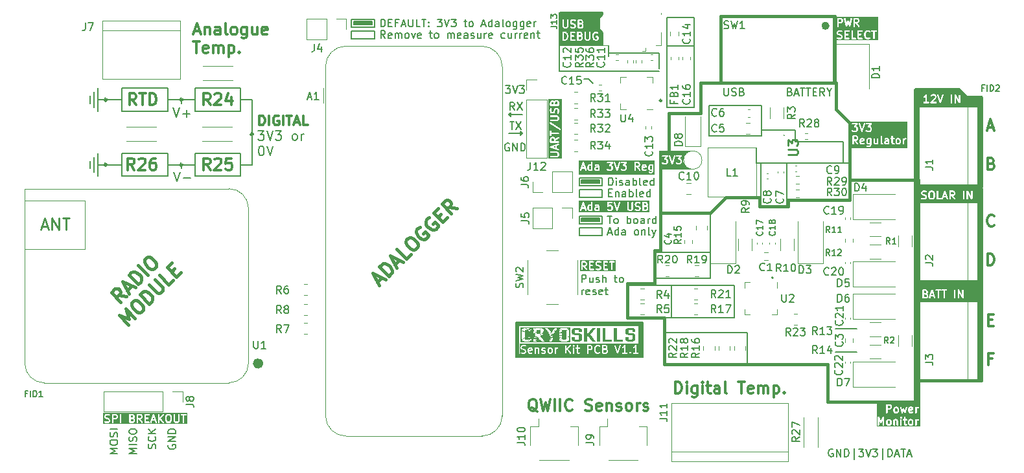
<source format=gbr>
%TF.GenerationSoftware,KiCad,Pcbnew,7.0.8*%
%TF.CreationDate,2024-03-31T13:52:49+01:00*%
%TF.ProjectId,cryoskills_sensor_kit,6372796f-736b-4696-9c6c-735f73656e73,rev?*%
%TF.SameCoordinates,Original*%
%TF.FileFunction,Legend,Top*%
%TF.FilePolarity,Positive*%
%FSLAX46Y46*%
G04 Gerber Fmt 4.6, Leading zero omitted, Abs format (unit mm)*
G04 Created by KiCad (PCBNEW 7.0.8) date 2024-03-31 13:52:49*
%MOMM*%
%LPD*%
G01*
G04 APERTURE LIST*
%ADD10C,0.150000*%
%ADD11C,0.400000*%
%ADD12C,0.000000*%
%ADD13C,0.204187*%
%ADD14C,0.325001*%
%ADD15C,0.275000*%
%ADD16C,0.200000*%
%ADD17C,0.170000*%
%ADD18C,0.300000*%
%ADD19C,0.254000*%
%ADD20C,0.250000*%
%ADD21C,0.120000*%
%ADD22C,0.100000*%
%ADD23C,0.550000*%
%ADD24C,0.685000*%
G04 APERTURE END LIST*
D10*
X119208000Y-64250000D02*
X126100000Y-64250000D01*
X126100000Y-68250000D01*
X119208000Y-68250000D01*
X119208000Y-64250000D01*
X38378677Y-72499999D02*
X38378676Y-71500000D01*
X52040000Y-70500000D02*
X58040000Y-70500000D01*
X102550000Y-74000000D02*
X104950000Y-74000000D01*
X104950000Y-74450000D01*
X102550000Y-74450000D01*
X102550000Y-74000000D01*
G36*
X102550000Y-74000000D02*
G01*
X104950000Y-74000000D01*
X104950000Y-74450000D01*
X102550000Y-74450000D01*
X102550000Y-74000000D01*
G37*
X102250000Y-75250000D02*
X105250000Y-75250000D01*
X105250000Y-76250000D01*
X102250000Y-76250000D01*
X102250000Y-75250000D01*
D11*
X121425000Y-76250000D02*
X125830000Y-76250000D01*
X124380000Y-98100000D02*
X113380000Y-98100000D01*
D10*
X72500000Y-54500000D02*
X75500000Y-54500000D01*
X75500000Y-55500000D01*
X72500000Y-55500000D01*
X72500000Y-54500000D01*
X58040000Y-65000000D02*
X52040000Y-65000000D01*
X93043809Y-67900000D02*
X94793809Y-67900000D01*
X58039999Y-73500000D02*
X52039999Y-73500000D01*
X114300000Y-87750000D02*
X122500000Y-87750000D01*
X122500000Y-92000000D01*
X114300000Y-92000000D01*
X114300000Y-87750000D01*
X94793809Y-67900000D02*
X94543809Y-68150000D01*
X102550000Y-79000000D02*
X104950000Y-79000000D01*
X104950000Y-79450000D01*
X102550000Y-79450000D01*
X102550000Y-79000000D01*
G36*
X102550000Y-79000000D02*
G01*
X104950000Y-79000000D01*
X104950000Y-79450000D01*
X102550000Y-79450000D01*
X102550000Y-79000000D01*
G37*
D11*
X134680000Y-103000000D02*
X134680000Y-98100000D01*
D12*
G36*
X103323334Y-94244355D02*
G01*
X103958535Y-93373582D01*
X104379198Y-93373582D01*
X103735584Y-94261181D01*
X104379198Y-95136160D01*
X103958535Y-95136160D01*
X103323334Y-94273801D01*
X103323334Y-95136160D01*
X102919498Y-95136160D01*
X102919498Y-93373582D01*
X103323334Y-93373582D01*
X103323334Y-94244355D01*
G37*
D13*
X127602093Y-86800000D02*
G75*
G03*
X127602093Y-86800000I-102093J0D01*
G01*
D10*
X48499999Y-61999999D02*
X48500000Y-65000000D01*
X40378678Y-63499999D02*
X42499998Y-63499999D01*
X129400000Y-71760000D02*
X137550000Y-71760000D01*
X137550000Y-76510000D01*
X129400000Y-76510000D01*
X129400000Y-71760000D01*
X38878676Y-71000000D02*
X38878677Y-73000000D01*
D12*
G36*
X104980745Y-95136160D02*
G01*
X104576909Y-95136160D01*
X104576909Y-93373582D01*
X104980745Y-93373582D01*
X104980745Y-95136160D01*
G37*
D10*
X125430000Y-69795000D02*
X125430000Y-71750000D01*
X102900000Y-60800000D02*
X103500000Y-60800000D01*
D12*
G36*
X107193435Y-94900589D02*
G01*
X107996902Y-94900589D01*
X107996902Y-95136160D01*
X106789600Y-95136160D01*
X106789600Y-93373582D01*
X107193435Y-93373582D01*
X107193435Y-94900589D01*
G37*
D14*
X59662500Y-68000000D02*
G75*
G03*
X59662500Y-68000000I-162500J0D01*
G01*
D11*
X112874600Y-78275000D02*
X112874600Y-83250000D01*
D10*
X48499999Y-73500000D02*
X42499997Y-73499999D01*
X50270001Y-63500000D02*
X50270001Y-64000000D01*
X58040000Y-70500000D02*
X58039999Y-73500000D01*
D12*
G36*
X102145758Y-93373911D02*
G01*
X102170785Y-93374897D01*
X102195318Y-93376540D01*
X102219358Y-93378841D01*
X102242905Y-93381798D01*
X102265959Y-93385414D01*
X102288521Y-93389686D01*
X102310589Y-93394616D01*
X102332165Y-93400202D01*
X102353247Y-93406447D01*
X102373837Y-93413348D01*
X102393933Y-93420907D01*
X102413537Y-93429123D01*
X102432647Y-93437996D01*
X102451265Y-93447527D01*
X102469389Y-93457715D01*
X102487218Y-93468478D01*
X102503897Y-93479734D01*
X102519425Y-93491483D01*
X102533803Y-93503725D01*
X102547031Y-93516460D01*
X102553214Y-93523012D01*
X102559109Y-93529688D01*
X102564716Y-93536487D01*
X102570036Y-93543409D01*
X102575069Y-93550454D01*
X102579813Y-93557622D01*
X102584271Y-93564914D01*
X102588440Y-93572329D01*
X102592322Y-93579867D01*
X102595917Y-93587529D01*
X102599224Y-93595314D01*
X102602243Y-93603222D01*
X102604975Y-93611253D01*
X102607420Y-93619407D01*
X102609576Y-93627685D01*
X102611445Y-93636086D01*
X102613027Y-93644610D01*
X102614321Y-93653257D01*
X102615327Y-93662028D01*
X102616046Y-93670922D01*
X102616622Y-93689080D01*
X102616622Y-93861551D01*
X102212785Y-93861551D01*
X102212785Y-93726939D01*
X102212616Y-93719693D01*
X102212111Y-93712676D01*
X102211269Y-93705890D01*
X102210090Y-93699333D01*
X102208574Y-93693007D01*
X102206721Y-93686911D01*
X102204532Y-93681044D01*
X102202005Y-93675408D01*
X102199142Y-93670002D01*
X102195942Y-93664826D01*
X102192405Y-93659880D01*
X102188531Y-93655164D01*
X102184320Y-93650678D01*
X102179773Y-93646422D01*
X102174888Y-93642396D01*
X102169667Y-93638600D01*
X102164109Y-93635034D01*
X102158214Y-93631699D01*
X102151982Y-93628593D01*
X102145413Y-93625717D01*
X102138508Y-93623072D01*
X102131265Y-93620656D01*
X102123686Y-93618471D01*
X102115770Y-93616515D01*
X102107517Y-93614790D01*
X102098927Y-93613295D01*
X102090000Y-93612029D01*
X102080736Y-93610994D01*
X102071136Y-93610189D01*
X102061199Y-93609614D01*
X102050924Y-93609269D01*
X102040313Y-93609154D01*
X101872048Y-93609154D01*
X101851163Y-93609614D01*
X101831625Y-93610994D01*
X101813435Y-93613295D01*
X101796592Y-93616515D01*
X101781096Y-93620656D01*
X101766948Y-93625717D01*
X101760379Y-93628593D01*
X101754147Y-93631699D01*
X101748252Y-93635034D01*
X101742694Y-93638600D01*
X101737473Y-93642396D01*
X101732588Y-93646422D01*
X101728041Y-93650678D01*
X101723830Y-93655164D01*
X101719956Y-93659880D01*
X101716419Y-93664826D01*
X101713219Y-93670002D01*
X101710356Y-93675408D01*
X101707829Y-93681044D01*
X101705640Y-93686911D01*
X101703787Y-93693007D01*
X101702271Y-93699333D01*
X101701092Y-93705890D01*
X101700250Y-93712676D01*
X101699745Y-93719693D01*
X101699576Y-93726939D01*
X101699576Y-93928857D01*
X101699745Y-93936613D01*
X101700250Y-93944107D01*
X101701092Y-93951337D01*
X101702271Y-93958304D01*
X101703787Y-93965008D01*
X101705640Y-93971450D01*
X101707829Y-93977628D01*
X101710356Y-93983544D01*
X101713219Y-93989196D01*
X101716419Y-93994586D01*
X101719956Y-93999713D01*
X101723830Y-94004577D01*
X101728041Y-94009178D01*
X101732588Y-94013516D01*
X101737473Y-94017591D01*
X101742694Y-94021403D01*
X101748252Y-94024953D01*
X101754147Y-94028239D01*
X101760379Y-94031263D01*
X101766948Y-94034023D01*
X101773854Y-94036521D01*
X101781096Y-94038756D01*
X101788675Y-94040727D01*
X101796592Y-94042436D01*
X101804845Y-94043882D01*
X101813435Y-94045066D01*
X101822361Y-94045986D01*
X101831625Y-94046643D01*
X101841225Y-94047037D01*
X101851163Y-94047169D01*
X101861437Y-94047037D01*
X101872048Y-94046643D01*
X102120239Y-94046643D01*
X102145758Y-94046972D01*
X102170785Y-94047958D01*
X102195318Y-94049601D01*
X102219358Y-94051901D01*
X102242905Y-94054859D01*
X102265959Y-94058474D01*
X102288521Y-94062747D01*
X102310589Y-94067676D01*
X102332165Y-94073263D01*
X102353247Y-94079507D01*
X102373837Y-94086409D01*
X102393933Y-94093968D01*
X102413537Y-94102184D01*
X102432647Y-94111057D01*
X102451265Y-94120588D01*
X102469389Y-94130775D01*
X102487218Y-94141539D01*
X102503897Y-94152795D01*
X102519425Y-94164544D01*
X102533803Y-94176786D01*
X102547031Y-94189520D01*
X102553214Y-94196073D01*
X102559109Y-94202748D01*
X102564716Y-94209547D01*
X102570036Y-94216469D01*
X102575069Y-94223515D01*
X102579813Y-94230683D01*
X102584271Y-94237975D01*
X102588440Y-94245390D01*
X102592322Y-94252928D01*
X102595917Y-94260590D01*
X102599224Y-94268374D01*
X102602243Y-94276282D01*
X102604975Y-94284313D01*
X102607420Y-94292468D01*
X102609576Y-94300746D01*
X102611445Y-94309147D01*
X102613027Y-94317671D01*
X102614321Y-94326318D01*
X102615327Y-94335089D01*
X102616046Y-94343983D01*
X102616622Y-94362140D01*
X102616622Y-94820663D01*
X102616030Y-94838820D01*
X102614255Y-94856485D01*
X102611297Y-94873657D01*
X102607157Y-94890335D01*
X102601833Y-94906521D01*
X102595325Y-94922214D01*
X102587635Y-94937413D01*
X102578762Y-94952120D01*
X102568705Y-94966334D01*
X102557466Y-94980055D01*
X102545043Y-94993283D01*
X102531437Y-95006017D01*
X102516648Y-95018259D01*
X102500676Y-95030008D01*
X102483521Y-95041264D01*
X102465183Y-95052027D01*
X102447568Y-95062215D01*
X102429426Y-95071746D01*
X102410759Y-95080619D01*
X102391567Y-95088835D01*
X102371848Y-95096394D01*
X102351604Y-95103296D01*
X102330834Y-95109540D01*
X102309537Y-95115127D01*
X102287716Y-95120056D01*
X102265368Y-95124329D01*
X102242494Y-95127944D01*
X102219095Y-95130902D01*
X102195170Y-95133202D01*
X102170719Y-95134845D01*
X102145742Y-95135831D01*
X102120239Y-95136160D01*
X101792122Y-95136160D01*
X101752389Y-95135453D01*
X101714168Y-95133334D01*
X101677459Y-95129801D01*
X101642261Y-95124855D01*
X101608575Y-95118495D01*
X101576401Y-95110723D01*
X101545739Y-95101537D01*
X101516588Y-95090939D01*
X101488949Y-95078927D01*
X101462822Y-95065502D01*
X101438207Y-95050664D01*
X101415103Y-95034412D01*
X101393511Y-95016748D01*
X101373431Y-94997670D01*
X101354863Y-94977179D01*
X101337806Y-94955275D01*
X101332712Y-94947848D01*
X101327947Y-94940289D01*
X101323510Y-94932599D01*
X101319402Y-94924777D01*
X101315623Y-94916824D01*
X101312172Y-94908739D01*
X101309050Y-94900523D01*
X101306256Y-94892175D01*
X101303792Y-94883697D01*
X101301655Y-94875086D01*
X101299848Y-94866344D01*
X101298369Y-94857471D01*
X101297219Y-94848466D01*
X101296397Y-94839330D01*
X101295904Y-94830062D01*
X101295740Y-94820663D01*
X101295740Y-94585091D01*
X101699576Y-94585091D01*
X101699576Y-94782803D01*
X101699745Y-94790050D01*
X101700250Y-94797066D01*
X101701092Y-94803853D01*
X101702271Y-94810409D01*
X101703787Y-94816735D01*
X101705640Y-94822832D01*
X101707829Y-94828698D01*
X101710356Y-94834334D01*
X101713219Y-94839740D01*
X101716419Y-94844917D01*
X101719956Y-94849863D01*
X101723830Y-94854579D01*
X101728041Y-94859065D01*
X101732588Y-94863321D01*
X101737473Y-94867346D01*
X101742694Y-94871142D01*
X101748252Y-94874708D01*
X101754147Y-94878044D01*
X101760379Y-94881149D01*
X101766948Y-94884025D01*
X101773854Y-94886671D01*
X101781096Y-94889086D01*
X101788675Y-94891272D01*
X101796592Y-94893227D01*
X101804845Y-94894952D01*
X101813435Y-94896448D01*
X101822361Y-94897713D01*
X101831625Y-94898748D01*
X101841225Y-94899553D01*
X101851163Y-94900129D01*
X101861437Y-94900474D01*
X101872048Y-94900589D01*
X102040313Y-94900589D01*
X102061199Y-94900129D01*
X102080736Y-94898748D01*
X102098927Y-94896448D01*
X102115770Y-94893227D01*
X102131265Y-94889086D01*
X102145413Y-94884025D01*
X102151982Y-94881149D01*
X102158214Y-94878044D01*
X102164109Y-94874708D01*
X102169667Y-94871142D01*
X102174888Y-94867346D01*
X102179773Y-94863321D01*
X102184320Y-94859065D01*
X102188531Y-94854579D01*
X102192405Y-94849863D01*
X102195942Y-94844917D01*
X102199142Y-94839740D01*
X102202005Y-94834334D01*
X102204532Y-94828698D01*
X102206721Y-94822832D01*
X102208574Y-94816735D01*
X102210090Y-94810409D01*
X102211269Y-94803853D01*
X102212111Y-94797066D01*
X102212616Y-94790050D01*
X102212785Y-94782803D01*
X102212785Y-94400000D01*
X102212616Y-94392753D01*
X102212111Y-94385737D01*
X102211269Y-94378950D01*
X102210090Y-94372394D01*
X102208574Y-94366068D01*
X102206721Y-94359971D01*
X102204532Y-94354105D01*
X102202005Y-94348469D01*
X102199142Y-94343063D01*
X102195942Y-94337886D01*
X102192405Y-94332940D01*
X102188531Y-94328224D01*
X102184320Y-94323738D01*
X102179773Y-94319482D01*
X102174888Y-94315456D01*
X102169667Y-94311661D01*
X102164109Y-94308095D01*
X102158214Y-94304759D01*
X102151982Y-94301653D01*
X102145413Y-94298778D01*
X102138508Y-94296132D01*
X102131265Y-94293717D01*
X102123686Y-94291531D01*
X102115770Y-94289576D01*
X102107517Y-94287850D01*
X102098927Y-94286355D01*
X102090000Y-94285090D01*
X102080736Y-94284055D01*
X102071136Y-94283249D01*
X102061199Y-94282674D01*
X102050924Y-94282329D01*
X102040313Y-94282214D01*
X101792122Y-94282214D01*
X101751896Y-94281524D01*
X101713248Y-94279454D01*
X101676177Y-94276003D01*
X101640683Y-94271172D01*
X101606767Y-94264961D01*
X101574429Y-94257369D01*
X101543668Y-94248397D01*
X101514485Y-94238045D01*
X101486879Y-94226312D01*
X101460850Y-94213199D01*
X101436399Y-94198706D01*
X101413526Y-94182833D01*
X101392230Y-94165579D01*
X101372511Y-94146945D01*
X101354370Y-94126930D01*
X101337806Y-94105536D01*
X101332712Y-94098108D01*
X101327947Y-94090550D01*
X101323510Y-94082859D01*
X101319402Y-94075038D01*
X101315623Y-94067085D01*
X101312172Y-94059000D01*
X101309050Y-94050784D01*
X101306256Y-94042436D01*
X101303792Y-94033957D01*
X101301655Y-94025347D01*
X101299848Y-94016605D01*
X101298369Y-94007732D01*
X101297219Y-93998727D01*
X101296397Y-93989591D01*
X101295904Y-93980323D01*
X101295740Y-93970924D01*
X101295740Y-93689080D01*
X101296298Y-93671431D01*
X101297974Y-93654243D01*
X101300768Y-93637516D01*
X101304679Y-93621248D01*
X101309707Y-93605440D01*
X101315853Y-93590092D01*
X101323116Y-93575205D01*
X101331496Y-93560777D01*
X101340994Y-93546810D01*
X101351609Y-93533303D01*
X101363342Y-93520256D01*
X101376191Y-93507669D01*
X101390159Y-93495542D01*
X101405244Y-93483875D01*
X101421446Y-93472668D01*
X101438765Y-93461922D01*
X101457399Y-93451224D01*
X101476493Y-93441217D01*
X101496048Y-93431900D01*
X101516062Y-93423273D01*
X101536537Y-93415336D01*
X101557471Y-93408090D01*
X101578866Y-93401533D01*
X101600721Y-93395667D01*
X101623035Y-93390491D01*
X101645810Y-93386005D01*
X101669045Y-93382209D01*
X101692740Y-93379104D01*
X101716896Y-93376688D01*
X101741511Y-93374963D01*
X101766586Y-93373927D01*
X101792122Y-93373582D01*
X102120239Y-93373582D01*
X102145758Y-93373911D01*
G37*
G36*
X101121436Y-95231401D02*
G01*
X94603025Y-95231401D01*
X94603025Y-95136253D01*
X96312507Y-95136253D01*
X96708678Y-95136253D01*
X96688823Y-95109763D01*
X96668829Y-95082301D01*
X96648730Y-95053857D01*
X96628561Y-95024421D01*
X96603827Y-94988105D01*
X96579603Y-94953284D01*
X96555849Y-94919903D01*
X96532522Y-94887906D01*
X96509584Y-94857235D01*
X96502104Y-94847503D01*
X96547062Y-94847503D01*
X96573951Y-94885975D01*
X96625114Y-94962703D01*
X96716534Y-95101918D01*
X96716396Y-94737602D01*
X96705654Y-94739626D01*
X96695521Y-94741649D01*
X96686153Y-94743648D01*
X96677700Y-94745600D01*
X96670310Y-94747483D01*
X96667060Y-94748392D01*
X96664132Y-94749275D01*
X96661544Y-94750129D01*
X96659314Y-94750952D01*
X96657462Y-94751742D01*
X96656005Y-94752494D01*
X96655421Y-94752825D01*
X96654838Y-94753131D01*
X96654259Y-94753413D01*
X96653683Y-94753671D01*
X96653112Y-94753903D01*
X96652547Y-94754112D01*
X96651989Y-94754296D01*
X96651437Y-94754457D01*
X96650894Y-94754593D01*
X96650360Y-94754706D01*
X96649836Y-94754795D01*
X96649323Y-94754860D01*
X96648821Y-94754902D01*
X96648332Y-94754920D01*
X96647856Y-94754915D01*
X96647395Y-94754887D01*
X96646948Y-94754836D01*
X96646517Y-94754763D01*
X96646103Y-94754666D01*
X96645706Y-94754547D01*
X96645328Y-94754405D01*
X96644969Y-94754241D01*
X96644631Y-94754054D01*
X96644313Y-94753846D01*
X96644017Y-94753615D01*
X96643744Y-94753362D01*
X96643494Y-94753088D01*
X96643269Y-94752791D01*
X96643069Y-94752474D01*
X96642895Y-94752134D01*
X96642748Y-94751773D01*
X96642628Y-94751392D01*
X96642533Y-94751144D01*
X96642387Y-94750912D01*
X96641948Y-94750496D01*
X96641319Y-94750141D01*
X96640507Y-94749847D01*
X96639519Y-94749611D01*
X96638364Y-94749432D01*
X96637047Y-94749309D01*
X96635578Y-94749239D01*
X96633962Y-94749222D01*
X96632208Y-94749255D01*
X96628313Y-94749466D01*
X96623953Y-94749861D01*
X96619186Y-94750425D01*
X96618807Y-94751995D01*
X96618372Y-94753543D01*
X96617882Y-94755063D01*
X96617341Y-94756551D01*
X96616752Y-94757999D01*
X96616115Y-94759402D01*
X96615435Y-94760753D01*
X96614713Y-94762047D01*
X96613953Y-94763277D01*
X96613155Y-94764437D01*
X96612324Y-94765521D01*
X96611461Y-94766524D01*
X96610569Y-94767438D01*
X96610112Y-94767860D01*
X96609650Y-94768258D01*
X96609181Y-94768631D01*
X96608706Y-94768979D01*
X96608226Y-94769299D01*
X96607741Y-94769593D01*
X96607087Y-94769965D01*
X96606455Y-94770345D01*
X96605846Y-94770734D01*
X96605260Y-94771128D01*
X96604698Y-94771529D01*
X96604161Y-94771935D01*
X96603649Y-94772346D01*
X96603161Y-94772760D01*
X96602700Y-94773177D01*
X96602265Y-94773596D01*
X96601857Y-94774016D01*
X96601476Y-94774436D01*
X96601122Y-94774856D01*
X96600797Y-94775276D01*
X96600501Y-94775693D01*
X96600233Y-94776107D01*
X96599995Y-94776518D01*
X96599787Y-94776925D01*
X96599610Y-94777327D01*
X96599463Y-94777722D01*
X96599348Y-94778112D01*
X96599265Y-94778493D01*
X96599215Y-94778867D01*
X96599197Y-94779231D01*
X96599212Y-94779586D01*
X96599262Y-94779930D01*
X96599345Y-94780263D01*
X96599464Y-94780583D01*
X96599617Y-94780891D01*
X96599806Y-94781184D01*
X96600032Y-94781464D01*
X96600294Y-94781727D01*
X96602988Y-94784281D01*
X96604196Y-94785489D01*
X96605310Y-94786652D01*
X96606331Y-94787768D01*
X96607259Y-94788839D01*
X96608094Y-94789864D01*
X96608836Y-94790843D01*
X96609485Y-94791776D01*
X96610041Y-94792663D01*
X96610504Y-94793504D01*
X96610873Y-94794299D01*
X96611150Y-94795048D01*
X96611334Y-94795751D01*
X96611425Y-94796408D01*
X96611423Y-94797018D01*
X96611328Y-94797583D01*
X96611140Y-94798101D01*
X96610860Y-94798573D01*
X96610486Y-94798998D01*
X96610020Y-94799378D01*
X96609461Y-94799710D01*
X96608809Y-94799997D01*
X96608065Y-94800237D01*
X96607228Y-94800430D01*
X96606298Y-94800577D01*
X96605275Y-94800678D01*
X96604160Y-94800732D01*
X96602952Y-94800739D01*
X96601651Y-94800700D01*
X96600258Y-94800614D01*
X96598773Y-94800481D01*
X96597692Y-94800400D01*
X96596602Y-94800375D01*
X96595504Y-94800404D01*
X96594399Y-94800488D01*
X96593288Y-94800625D01*
X96592171Y-94800816D01*
X96591049Y-94801060D01*
X96589923Y-94801356D01*
X96588794Y-94801704D01*
X96587663Y-94802103D01*
X96585396Y-94803055D01*
X96583129Y-94804207D01*
X96580867Y-94805555D01*
X96578618Y-94807096D01*
X96576387Y-94808826D01*
X96574182Y-94810740D01*
X96572007Y-94812836D01*
X96569870Y-94815110D01*
X96567777Y-94817557D01*
X96565734Y-94820175D01*
X96563747Y-94822958D01*
X96547062Y-94847503D01*
X96502104Y-94847503D01*
X96486991Y-94827836D01*
X96464703Y-94799652D01*
X96442679Y-94772626D01*
X96442605Y-94772633D01*
X96442522Y-94772636D01*
X96442337Y-94772636D01*
X96442133Y-94772629D01*
X96441919Y-94772620D01*
X96441706Y-94772610D01*
X96441501Y-94772606D01*
X96441406Y-94772606D01*
X96441316Y-94772610D01*
X96441233Y-94772616D01*
X96441159Y-94772626D01*
X96441162Y-94772625D01*
X96440516Y-94772743D01*
X96439900Y-94772870D01*
X96439605Y-94772937D01*
X96439321Y-94773007D01*
X96439046Y-94773082D01*
X96438783Y-94773160D01*
X96438531Y-94773244D01*
X96438292Y-94773333D01*
X96438067Y-94773427D01*
X96437855Y-94773528D01*
X96437658Y-94773636D01*
X96437476Y-94773751D01*
X96437311Y-94773873D01*
X96437162Y-94774004D01*
X96435703Y-94775122D01*
X96433929Y-94776207D01*
X96429519Y-94778273D01*
X96424106Y-94780184D01*
X96417862Y-94781925D01*
X96410958Y-94783479D01*
X96403567Y-94784828D01*
X96395861Y-94785956D01*
X96388013Y-94786846D01*
X96380195Y-94787482D01*
X96372579Y-94787845D01*
X96365337Y-94787921D01*
X96358642Y-94787690D01*
X96352666Y-94787138D01*
X96347581Y-94786247D01*
X96345426Y-94785669D01*
X96343559Y-94785001D01*
X96342001Y-94784239D01*
X96340774Y-94783381D01*
X96339451Y-94782363D01*
X96338044Y-94781446D01*
X96336564Y-94780631D01*
X96335024Y-94779921D01*
X96333436Y-94779317D01*
X96331811Y-94778822D01*
X96330163Y-94778436D01*
X96328502Y-94778162D01*
X96326841Y-94778001D01*
X96325192Y-94777956D01*
X96323568Y-94778028D01*
X96321979Y-94778219D01*
X96320439Y-94778531D01*
X96318960Y-94778966D01*
X96318246Y-94779229D01*
X96317553Y-94779524D01*
X96316880Y-94779851D01*
X96316230Y-94780210D01*
X96315813Y-94780427D01*
X96315391Y-94780630D01*
X96314959Y-94780819D01*
X96314514Y-94780996D01*
X96314050Y-94781161D01*
X96313564Y-94781315D01*
X96313051Y-94781457D01*
X96312507Y-94781589D01*
X96312507Y-95136253D01*
X94603025Y-95136253D01*
X94603025Y-94891905D01*
X94770973Y-94891905D01*
X94772325Y-94896114D01*
X94773759Y-94900288D01*
X94775276Y-94904428D01*
X94776874Y-94908533D01*
X94778556Y-94912603D01*
X94780320Y-94916640D01*
X94782167Y-94920643D01*
X94784097Y-94924612D01*
X94786110Y-94928549D01*
X94788207Y-94932452D01*
X94790387Y-94936323D01*
X94792652Y-94940162D01*
X94795000Y-94943968D01*
X94797433Y-94947743D01*
X94799949Y-94951487D01*
X94802551Y-94955199D01*
X94807910Y-94962494D01*
X94813468Y-94969658D01*
X94819225Y-94976690D01*
X94825181Y-94983590D01*
X94831336Y-94990358D01*
X94837688Y-94996995D01*
X94844239Y-95003501D01*
X94850987Y-95009874D01*
X94857932Y-95016117D01*
X94865074Y-95022228D01*
X94872412Y-95028207D01*
X94879946Y-95034056D01*
X94887677Y-95039773D01*
X94895602Y-95045359D01*
X94903723Y-95050814D01*
X94912039Y-95056137D01*
X94929196Y-95065339D01*
X94947013Y-95074013D01*
X94965489Y-95082162D01*
X94984623Y-95089784D01*
X95004414Y-95096881D01*
X95024861Y-95103452D01*
X95045964Y-95109498D01*
X95067722Y-95115018D01*
X95090919Y-95119950D01*
X95114240Y-95124230D01*
X95137688Y-95127855D01*
X95161266Y-95130825D01*
X95184974Y-95133137D01*
X95208817Y-95134791D01*
X95232796Y-95135785D01*
X95256913Y-95136116D01*
X95535736Y-95136116D01*
X95536134Y-95135426D01*
X95560563Y-95135426D01*
X95581654Y-95134650D01*
X95602557Y-95133382D01*
X95623265Y-95131615D01*
X95643772Y-95129341D01*
X95664074Y-95126552D01*
X95684165Y-95123240D01*
X95704039Y-95119398D01*
X95723692Y-95115018D01*
X95733862Y-95112515D01*
X95743872Y-95109887D01*
X95753729Y-95107139D01*
X95763437Y-95104274D01*
X95773004Y-95101295D01*
X95782435Y-95098206D01*
X95791736Y-95095011D01*
X95800913Y-95091714D01*
X95803898Y-95079993D01*
X95830969Y-95079993D01*
X95837270Y-95077226D01*
X95843494Y-95074397D01*
X95849641Y-95071506D01*
X95855712Y-95068553D01*
X95861706Y-95065540D01*
X95867624Y-95062466D01*
X95873466Y-95059332D01*
X95879233Y-95056137D01*
X95888040Y-95050814D01*
X95896584Y-95045359D01*
X95904864Y-95039773D01*
X95912882Y-95034056D01*
X95920636Y-95028207D01*
X95928127Y-95022228D01*
X95935355Y-95016117D01*
X95942321Y-95009874D01*
X95949023Y-95003501D01*
X95955462Y-94996995D01*
X95961639Y-94990359D01*
X95967553Y-94983590D01*
X95973204Y-94976690D01*
X95978593Y-94969658D01*
X95983719Y-94962494D01*
X95988583Y-94955199D01*
X95993679Y-94947772D01*
X95998449Y-94940214D01*
X96002892Y-94932525D01*
X96007009Y-94924705D01*
X96010798Y-94916754D01*
X96014260Y-94908671D01*
X96017393Y-94900458D01*
X96020199Y-94892113D01*
X96022676Y-94883636D01*
X96024823Y-94875028D01*
X96026642Y-94866289D01*
X96028130Y-94857417D01*
X96029288Y-94848414D01*
X96030116Y-94839279D01*
X96030613Y-94830013D01*
X96030779Y-94820614D01*
X96030779Y-94772074D01*
X96491767Y-94772074D01*
X96495765Y-94777162D01*
X96497779Y-94779693D01*
X96499764Y-94782141D01*
X96515484Y-94801446D01*
X96543063Y-94776487D01*
X96544909Y-94774794D01*
X96546745Y-94773030D01*
X96548571Y-94771204D01*
X96550386Y-94769324D01*
X96552191Y-94767400D01*
X96553986Y-94765441D01*
X96557541Y-94761457D01*
X96552103Y-94762173D01*
X96546840Y-94762797D01*
X96541801Y-94763322D01*
X96537036Y-94763735D01*
X96532594Y-94764027D01*
X96528522Y-94764188D01*
X96524872Y-94764208D01*
X96523219Y-94764162D01*
X96521690Y-94764077D01*
X96519038Y-94763940D01*
X96516420Y-94763903D01*
X96513853Y-94763962D01*
X96511352Y-94764114D01*
X96508930Y-94764356D01*
X96506604Y-94764682D01*
X96504388Y-94765090D01*
X96502298Y-94765576D01*
X96500349Y-94766135D01*
X96498555Y-94766765D01*
X96497721Y-94767105D01*
X96496932Y-94767461D01*
X96496189Y-94767832D01*
X96495494Y-94768219D01*
X96494850Y-94768620D01*
X96494258Y-94769036D01*
X96493720Y-94769465D01*
X96493238Y-94769907D01*
X96492813Y-94770362D01*
X96492448Y-94770830D01*
X96492145Y-94771309D01*
X96491905Y-94771799D01*
X96491890Y-94771834D01*
X96491874Y-94771868D01*
X96491857Y-94771903D01*
X96491839Y-94771938D01*
X96491802Y-94772007D01*
X96491784Y-94772041D01*
X96491767Y-94772074D01*
X96030779Y-94772074D01*
X96030779Y-94691545D01*
X96016852Y-94704920D01*
X96025816Y-94690166D01*
X96030643Y-94682305D01*
X96005684Y-94685615D01*
X95973969Y-94689751D01*
X95966798Y-94713055D01*
X95964950Y-94718579D01*
X95963108Y-94723262D01*
X95962196Y-94725292D01*
X95961295Y-94727115D01*
X95960407Y-94728733D01*
X95959534Y-94730147D01*
X95958681Y-94731359D01*
X95957849Y-94732369D01*
X95957042Y-94733179D01*
X95956261Y-94733790D01*
X95955512Y-94734204D01*
X95954795Y-94734421D01*
X95954114Y-94734443D01*
X95953472Y-94734271D01*
X95952871Y-94733906D01*
X95952315Y-94733350D01*
X95951807Y-94732604D01*
X95951348Y-94731669D01*
X95950943Y-94730546D01*
X95950593Y-94729236D01*
X95950303Y-94727742D01*
X95950074Y-94726063D01*
X95949909Y-94724202D01*
X95949812Y-94722159D01*
X95949831Y-94717534D01*
X95950154Y-94712198D01*
X95950804Y-94706161D01*
X95951146Y-94703118D01*
X95951334Y-94700117D01*
X95951374Y-94697170D01*
X95951270Y-94694292D01*
X95951026Y-94691493D01*
X95950647Y-94688787D01*
X95950138Y-94686187D01*
X95949503Y-94683705D01*
X95948747Y-94681353D01*
X95947875Y-94679145D01*
X95947397Y-94678099D01*
X95946892Y-94677094D01*
X95946360Y-94676130D01*
X95945801Y-94675210D01*
X95945217Y-94674336D01*
X95944608Y-94673509D01*
X95943975Y-94672730D01*
X95943317Y-94672001D01*
X95942637Y-94671324D01*
X95941934Y-94670700D01*
X95941208Y-94670131D01*
X95940461Y-94669619D01*
X95926535Y-94660932D01*
X95923943Y-94670141D01*
X95921267Y-94680721D01*
X95915858Y-94704918D01*
X95910692Y-94731376D01*
X95906155Y-94757946D01*
X95902631Y-94782483D01*
X95901370Y-94793317D01*
X95900506Y-94802837D01*
X95900088Y-94810774D01*
X95900164Y-94816860D01*
X95900782Y-94820827D01*
X95901309Y-94821932D01*
X95901990Y-94822407D01*
X95902509Y-94822512D01*
X95902999Y-94822624D01*
X95903461Y-94822743D01*
X95903894Y-94822869D01*
X95904300Y-94823001D01*
X95904676Y-94823138D01*
X95905024Y-94823281D01*
X95905343Y-94823429D01*
X95905633Y-94823582D01*
X95905893Y-94823740D01*
X95906124Y-94823901D01*
X95906326Y-94824066D01*
X95906498Y-94824235D01*
X95906640Y-94824407D01*
X95906752Y-94824581D01*
X95906834Y-94824758D01*
X95906885Y-94824937D01*
X95906906Y-94825118D01*
X95906896Y-94825301D01*
X95906856Y-94825484D01*
X95906785Y-94825668D01*
X95906682Y-94825853D01*
X95906548Y-94826037D01*
X95906383Y-94826221D01*
X95906186Y-94826405D01*
X95905958Y-94826588D01*
X95905697Y-94826770D01*
X95905405Y-94826950D01*
X95905080Y-94827128D01*
X95904723Y-94827303D01*
X95904334Y-94827476D01*
X95903912Y-94827647D01*
X95902478Y-94828300D01*
X95901079Y-94829112D01*
X95899720Y-94830074D01*
X95898401Y-94831174D01*
X95897128Y-94832400D01*
X95895902Y-94833743D01*
X95894728Y-94835192D01*
X95893607Y-94836736D01*
X95892543Y-94838363D01*
X95891539Y-94840064D01*
X95890598Y-94841827D01*
X95889723Y-94843641D01*
X95888184Y-94847382D01*
X95886945Y-94851199D01*
X95886033Y-94855006D01*
X95885706Y-94856879D01*
X95885470Y-94858717D01*
X95885328Y-94860509D01*
X95885282Y-94862245D01*
X95885336Y-94863913D01*
X95885493Y-94865504D01*
X95885755Y-94867005D01*
X95886126Y-94868407D01*
X95886610Y-94869698D01*
X95887208Y-94870868D01*
X95887924Y-94871905D01*
X95888762Y-94872800D01*
X95889724Y-94873541D01*
X95890812Y-94874117D01*
X95892021Y-94874657D01*
X95892568Y-94874922D01*
X95893077Y-94875183D01*
X95893548Y-94875440D01*
X95893981Y-94875692D01*
X95894375Y-94875940D01*
X95894731Y-94876182D01*
X95895048Y-94876419D01*
X95895327Y-94876651D01*
X95895567Y-94876877D01*
X95895768Y-94877096D01*
X95895930Y-94877309D01*
X95896054Y-94877516D01*
X95896138Y-94877715D01*
X95896183Y-94877908D01*
X95896189Y-94878092D01*
X95896155Y-94878269D01*
X95896082Y-94878438D01*
X95895969Y-94878598D01*
X95895817Y-94878750D01*
X95895626Y-94878893D01*
X95895394Y-94879027D01*
X95895123Y-94879151D01*
X95894811Y-94879266D01*
X95894460Y-94879370D01*
X95894068Y-94879464D01*
X95893637Y-94879548D01*
X95893165Y-94879620D01*
X95892652Y-94879682D01*
X95892100Y-94879732D01*
X95891506Y-94879771D01*
X95890904Y-94879875D01*
X95890277Y-94880132D01*
X95888954Y-94881089D01*
X95887549Y-94882611D01*
X95886075Y-94884667D01*
X95884543Y-94887227D01*
X95882968Y-94890258D01*
X95881360Y-94893731D01*
X95879733Y-94897615D01*
X95878099Y-94901878D01*
X95876471Y-94906490D01*
X95873280Y-94916636D01*
X95870260Y-94927807D01*
X95867512Y-94939755D01*
X95862049Y-94963332D01*
X95853657Y-94996347D01*
X95843058Y-95036125D01*
X95830969Y-95079993D01*
X95803898Y-95079993D01*
X95805129Y-95075161D01*
X95808967Y-95059642D01*
X95812345Y-95045461D01*
X95815179Y-95032922D01*
X95817384Y-95022328D01*
X95818877Y-95013983D01*
X95819331Y-95010748D01*
X95819575Y-95008190D01*
X95819599Y-95006346D01*
X95819525Y-95005704D01*
X95819392Y-95005254D01*
X95819020Y-95004214D01*
X95818743Y-95002902D01*
X95818558Y-95001339D01*
X95818460Y-94999543D01*
X95818446Y-94997533D01*
X95818512Y-94995331D01*
X95818874Y-94990421D01*
X95819515Y-94984970D01*
X95820409Y-94979133D01*
X95821526Y-94973064D01*
X95822840Y-94966920D01*
X95830010Y-94937135D01*
X95835665Y-94952027D01*
X95836191Y-94953375D01*
X95836646Y-94954362D01*
X95837031Y-94954996D01*
X95837345Y-94955286D01*
X95837475Y-94955304D01*
X95837588Y-94955239D01*
X95837760Y-94954863D01*
X95837860Y-94954167D01*
X95837889Y-94953158D01*
X95837847Y-94951844D01*
X95837732Y-94950234D01*
X95837287Y-94946155D01*
X95836552Y-94940986D01*
X95835527Y-94934790D01*
X95835003Y-94931555D01*
X95834559Y-94928481D01*
X95834194Y-94925582D01*
X95833907Y-94922870D01*
X95833699Y-94920358D01*
X95833570Y-94918061D01*
X95833519Y-94915990D01*
X95833548Y-94914158D01*
X95833592Y-94913336D01*
X95833656Y-94912579D01*
X95833739Y-94911889D01*
X95833842Y-94911266D01*
X95833965Y-94910713D01*
X95834108Y-94910231D01*
X95834270Y-94909823D01*
X95834452Y-94909488D01*
X95834654Y-94909230D01*
X95834876Y-94909050D01*
X95835117Y-94908949D01*
X95835378Y-94908929D01*
X95835659Y-94908992D01*
X95835960Y-94909140D01*
X95836281Y-94909373D01*
X95836621Y-94909693D01*
X95836969Y-94910030D01*
X95837313Y-94910307D01*
X95837652Y-94910528D01*
X95837985Y-94910691D01*
X95838313Y-94910800D01*
X95838634Y-94910853D01*
X95838949Y-94910853D01*
X95839257Y-94910799D01*
X95839557Y-94910694D01*
X95839851Y-94910538D01*
X95840136Y-94910331D01*
X95840413Y-94910076D01*
X95840681Y-94909772D01*
X95840940Y-94909421D01*
X95841430Y-94908579D01*
X95841880Y-94907560D01*
X95842286Y-94906369D01*
X95842647Y-94905015D01*
X95842958Y-94903504D01*
X95843217Y-94901844D01*
X95843422Y-94900042D01*
X95843568Y-94898105D01*
X95843655Y-94896042D01*
X95843922Y-94875357D01*
X95849162Y-94892043D01*
X95849590Y-94893155D01*
X95850049Y-94893852D01*
X95850536Y-94894153D01*
X95851048Y-94894079D01*
X95851581Y-94893651D01*
X95852132Y-94892889D01*
X95853271Y-94890448D01*
X95854438Y-94886920D01*
X95855603Y-94882471D01*
X95856738Y-94877266D01*
X95857814Y-94871471D01*
X95859677Y-94858767D01*
X95860406Y-94852189D01*
X95860962Y-94845681D01*
X95861316Y-94839407D01*
X95861441Y-94833534D01*
X95861306Y-94828225D01*
X95860885Y-94823647D01*
X95860868Y-94822762D01*
X95860957Y-94821643D01*
X95861146Y-94820307D01*
X95861432Y-94818771D01*
X95862275Y-94815164D01*
X95863452Y-94810957D01*
X95864928Y-94806285D01*
X95866670Y-94801284D01*
X95868643Y-94796086D01*
X95870814Y-94790828D01*
X95871871Y-94788191D01*
X95872783Y-94785536D01*
X95873550Y-94782881D01*
X95874172Y-94780243D01*
X95874651Y-94777641D01*
X95874986Y-94775090D01*
X95875178Y-94772611D01*
X95875227Y-94770219D01*
X95875134Y-94767932D01*
X95874900Y-94765768D01*
X95874729Y-94764738D01*
X95874524Y-94763745D01*
X95874284Y-94762792D01*
X95874008Y-94761880D01*
X95873697Y-94761013D01*
X95873352Y-94760191D01*
X95872971Y-94759418D01*
X95872556Y-94758696D01*
X95872106Y-94758026D01*
X95871621Y-94757411D01*
X95871101Y-94756853D01*
X95870547Y-94756355D01*
X95869909Y-94755843D01*
X95869318Y-94755333D01*
X95868773Y-94754827D01*
X95868275Y-94754324D01*
X95867824Y-94753825D01*
X95867419Y-94753330D01*
X95867060Y-94752841D01*
X95866748Y-94752357D01*
X95866481Y-94751878D01*
X95866261Y-94751406D01*
X95866086Y-94750941D01*
X95865957Y-94750483D01*
X95865874Y-94750032D01*
X95865836Y-94749590D01*
X95865843Y-94749156D01*
X95865895Y-94748731D01*
X95865992Y-94748315D01*
X95866135Y-94747910D01*
X95866322Y-94747515D01*
X95866553Y-94747131D01*
X95866829Y-94746758D01*
X95867149Y-94746396D01*
X95867514Y-94746047D01*
X95867922Y-94745711D01*
X95868375Y-94745388D01*
X95868871Y-94745078D01*
X95869411Y-94744782D01*
X95869995Y-94744501D01*
X95870622Y-94744235D01*
X95871292Y-94743984D01*
X95872006Y-94743749D01*
X95872762Y-94743530D01*
X95873464Y-94743315D01*
X95874152Y-94743048D01*
X95874826Y-94742731D01*
X95875485Y-94742366D01*
X95876128Y-94741954D01*
X95876755Y-94741497D01*
X95877955Y-94740453D01*
X95879080Y-94739248D01*
X95880124Y-94737893D01*
X95881081Y-94736400D01*
X95881944Y-94734783D01*
X95882708Y-94733053D01*
X95883366Y-94731224D01*
X95883912Y-94729307D01*
X95884341Y-94727315D01*
X95884647Y-94725261D01*
X95884822Y-94723157D01*
X95884862Y-94721014D01*
X95884759Y-94718847D01*
X95884640Y-94716722D01*
X95884562Y-94714708D01*
X95884525Y-94712812D01*
X95884528Y-94711043D01*
X95884570Y-94709408D01*
X95884651Y-94707918D01*
X95884769Y-94706579D01*
X95884924Y-94705399D01*
X95885015Y-94704872D01*
X95885115Y-94704388D01*
X95885223Y-94703948D01*
X95885340Y-94703554D01*
X95885465Y-94703205D01*
X95885599Y-94702904D01*
X95885741Y-94702651D01*
X95885892Y-94702447D01*
X95886050Y-94702293D01*
X95886216Y-94702191D01*
X95886390Y-94702141D01*
X95886572Y-94702145D01*
X95886762Y-94702203D01*
X95886959Y-94702316D01*
X95887163Y-94702486D01*
X95887374Y-94702714D01*
X95887623Y-94702940D01*
X95887880Y-94703107D01*
X95888143Y-94703216D01*
X95888413Y-94703269D01*
X95888689Y-94703266D01*
X95888970Y-94703209D01*
X95889257Y-94703099D01*
X95889548Y-94702936D01*
X95890143Y-94702459D01*
X95890751Y-94701786D01*
X95891368Y-94700927D01*
X95891992Y-94699891D01*
X95892617Y-94698687D01*
X95893241Y-94697324D01*
X95893860Y-94695810D01*
X95894471Y-94694156D01*
X95895068Y-94692369D01*
X95895650Y-94690458D01*
X95896212Y-94688434D01*
X95896751Y-94686304D01*
X95896981Y-94685212D01*
X95897182Y-94684135D01*
X95897353Y-94683072D01*
X95897495Y-94682027D01*
X95897609Y-94681000D01*
X95897694Y-94679992D01*
X95897751Y-94679005D01*
X95897780Y-94678040D01*
X95897782Y-94677099D01*
X95897756Y-94676183D01*
X95897704Y-94675293D01*
X95897625Y-94674430D01*
X95897520Y-94673597D01*
X95897389Y-94672794D01*
X95897233Y-94672023D01*
X95897051Y-94671284D01*
X95896844Y-94670580D01*
X95896613Y-94669912D01*
X95896357Y-94669281D01*
X95896077Y-94668688D01*
X95895774Y-94668136D01*
X95895447Y-94667624D01*
X95895097Y-94667155D01*
X95894724Y-94666729D01*
X95894329Y-94666349D01*
X95893912Y-94666016D01*
X95893473Y-94665730D01*
X95893012Y-94665494D01*
X95892530Y-94665308D01*
X95892028Y-94665175D01*
X95891504Y-94665094D01*
X95890961Y-94665068D01*
X95889780Y-94665017D01*
X95888449Y-94664850D01*
X95886983Y-94664572D01*
X95885396Y-94664190D01*
X95883703Y-94663709D01*
X95881919Y-94663136D01*
X95880058Y-94662477D01*
X95878135Y-94661737D01*
X95876188Y-94660931D01*
X95926535Y-94660931D01*
X95941013Y-94656933D01*
X95941751Y-94656722D01*
X95942458Y-94656490D01*
X95943134Y-94656237D01*
X95943778Y-94655965D01*
X95944391Y-94655675D01*
X95944971Y-94655366D01*
X95945519Y-94655041D01*
X95946034Y-94654700D01*
X95946515Y-94654343D01*
X95946963Y-94653973D01*
X95947377Y-94653589D01*
X95947756Y-94653192D01*
X95948100Y-94652784D01*
X95948409Y-94652365D01*
X95948682Y-94651936D01*
X95948919Y-94651497D01*
X95949120Y-94651051D01*
X95949284Y-94650598D01*
X95949411Y-94650138D01*
X95949500Y-94649672D01*
X95949551Y-94649202D01*
X95949563Y-94648728D01*
X95949537Y-94648251D01*
X95949472Y-94647772D01*
X95949367Y-94647292D01*
X95949223Y-94646811D01*
X95949038Y-94646331D01*
X95948812Y-94645853D01*
X95948545Y-94645377D01*
X95948237Y-94644904D01*
X95947887Y-94644434D01*
X95947495Y-94643970D01*
X95946853Y-94643287D01*
X95946191Y-94642646D01*
X95945513Y-94642048D01*
X95944821Y-94641495D01*
X95944118Y-94640986D01*
X95943408Y-94640523D01*
X95942694Y-94640106D01*
X95941979Y-94639737D01*
X95941266Y-94639416D01*
X95940559Y-94639144D01*
X95939860Y-94638923D01*
X95939172Y-94638752D01*
X95938500Y-94638632D01*
X95937845Y-94638565D01*
X95937212Y-94638552D01*
X95936603Y-94638593D01*
X95936465Y-94638593D01*
X95936458Y-94638594D01*
X95936252Y-94638619D01*
X95936055Y-94638650D01*
X95935865Y-94638686D01*
X95935682Y-94638728D01*
X95935506Y-94638775D01*
X95935335Y-94638828D01*
X95935171Y-94638887D01*
X95935011Y-94638952D01*
X95934855Y-94639023D01*
X95934703Y-94639100D01*
X95934555Y-94639183D01*
X95934409Y-94639273D01*
X95934266Y-94639369D01*
X95934124Y-94639471D01*
X95933983Y-94639580D01*
X95933843Y-94639696D01*
X95933474Y-94640122D01*
X95933086Y-94640745D01*
X95932680Y-94641549D01*
X95932260Y-94642518D01*
X95931377Y-94644881D01*
X95930450Y-94647703D01*
X95926535Y-94660931D01*
X95876188Y-94660931D01*
X95876164Y-94660922D01*
X95874161Y-94660038D01*
X95872140Y-94659091D01*
X95870116Y-94658088D01*
X95868103Y-94657033D01*
X95866116Y-94655934D01*
X95864169Y-94654795D01*
X95862279Y-94653623D01*
X95861234Y-94652980D01*
X95860202Y-94652385D01*
X95859182Y-94651838D01*
X95858174Y-94651338D01*
X95857180Y-94650885D01*
X95856200Y-94650479D01*
X95855233Y-94650120D01*
X95854282Y-94649807D01*
X95853345Y-94649540D01*
X95852424Y-94649319D01*
X95851519Y-94649143D01*
X95850630Y-94649013D01*
X95849758Y-94648927D01*
X95848903Y-94648886D01*
X95848066Y-94648888D01*
X95847248Y-94648935D01*
X95847110Y-94648935D01*
X95847108Y-94648935D01*
X95846316Y-94649040D01*
X95845545Y-94649189D01*
X95844794Y-94649381D01*
X95844065Y-94649618D01*
X95843357Y-94649898D01*
X95842672Y-94650223D01*
X95842010Y-94650593D01*
X95841371Y-94651007D01*
X95840757Y-94651467D01*
X95840167Y-94651972D01*
X95839602Y-94652522D01*
X95839064Y-94653119D01*
X95838551Y-94653761D01*
X95838066Y-94654450D01*
X95837608Y-94655185D01*
X95837179Y-94655967D01*
X95815279Y-94697569D01*
X95792188Y-94740575D01*
X95768869Y-94783265D01*
X95746286Y-94823918D01*
X95725404Y-94860814D01*
X95707186Y-94892232D01*
X95692596Y-94916453D01*
X95682599Y-94931756D01*
X95668638Y-94953852D01*
X95641060Y-94999460D01*
X95560563Y-95135426D01*
X95536134Y-95135426D01*
X95571236Y-95074703D01*
X95604522Y-95016584D01*
X95634648Y-94963315D01*
X95660667Y-94916450D01*
X95717205Y-94813305D01*
X95698312Y-94792345D01*
X95692701Y-94786379D01*
X95685928Y-94779554D01*
X95678105Y-94771960D01*
X95669344Y-94763686D01*
X95649455Y-94745462D01*
X95627159Y-94725604D01*
X95627159Y-94782830D01*
X95626977Y-94790076D01*
X95626433Y-94797089D01*
X95625526Y-94803872D01*
X95624937Y-94807176D01*
X95624257Y-94810422D01*
X95623487Y-94813611D01*
X95622626Y-94816742D01*
X95621675Y-94819816D01*
X95620633Y-94822831D01*
X95619500Y-94825789D01*
X95618278Y-94828690D01*
X95616964Y-94831532D01*
X95615561Y-94834318D01*
X95614067Y-94837046D01*
X95612482Y-94839716D01*
X95610808Y-94842329D01*
X95609043Y-94844884D01*
X95607187Y-94847382D01*
X95605242Y-94849823D01*
X95603206Y-94852206D01*
X95601080Y-94854533D01*
X95598864Y-94856801D01*
X95596557Y-94859013D01*
X95594160Y-94861167D01*
X95591674Y-94863265D01*
X95589097Y-94865305D01*
X95586430Y-94867288D01*
X95580826Y-94871083D01*
X95574927Y-94874649D01*
X95568800Y-94877987D01*
X95562445Y-94881096D01*
X95555862Y-94883975D01*
X95549049Y-94886625D01*
X95542008Y-94889046D01*
X95534737Y-94891238D01*
X95527236Y-94893199D01*
X95519506Y-94894930D01*
X95511545Y-94896431D01*
X95503353Y-94897702D01*
X95494931Y-94898742D01*
X95486277Y-94899551D01*
X95477392Y-94900130D01*
X95468276Y-94900477D01*
X95458927Y-94900592D01*
X95336890Y-94900592D01*
X95327031Y-94900477D01*
X95317436Y-94900130D01*
X95308104Y-94899551D01*
X95299035Y-94898742D01*
X95290229Y-94897702D01*
X95281687Y-94896431D01*
X95273407Y-94894930D01*
X95265391Y-94893199D01*
X95257637Y-94891238D01*
X95250146Y-94889046D01*
X95242918Y-94886626D01*
X95235953Y-94883975D01*
X95229250Y-94881096D01*
X95222810Y-94877987D01*
X95216632Y-94874649D01*
X95210717Y-94871083D01*
X95205112Y-94867288D01*
X95199868Y-94863265D01*
X95194984Y-94859014D01*
X95190462Y-94854533D01*
X95186300Y-94849824D01*
X95182499Y-94844885D01*
X95179059Y-94839717D01*
X95175981Y-94834319D01*
X95173265Y-94828690D01*
X95170910Y-94822832D01*
X95168917Y-94816743D01*
X95167286Y-94810423D01*
X95166017Y-94803872D01*
X95165110Y-94797090D01*
X95164566Y-94790076D01*
X95164385Y-94782831D01*
X95164118Y-94670860D01*
X95164116Y-94670860D01*
X95164114Y-94670860D01*
X95164110Y-94670859D01*
X95163271Y-94671302D01*
X95162858Y-94671521D01*
X95162456Y-94671741D01*
X95162071Y-94671962D01*
X95161887Y-94672074D01*
X95161709Y-94672187D01*
X95161538Y-94672301D01*
X95161375Y-94672417D01*
X95161221Y-94672534D01*
X95161076Y-94672652D01*
X95149648Y-94679072D01*
X95133922Y-94687702D01*
X95097920Y-94707126D01*
X95093604Y-94709484D01*
X95089392Y-94711888D01*
X95085306Y-94714321D01*
X95081369Y-94716766D01*
X95077605Y-94719205D01*
X95074034Y-94721621D01*
X95070679Y-94723998D01*
X95067564Y-94726318D01*
X95064710Y-94728564D01*
X95062139Y-94730718D01*
X95059875Y-94732765D01*
X95057940Y-94734686D01*
X95057102Y-94735594D01*
X95056355Y-94736464D01*
X95055701Y-94737294D01*
X95055144Y-94738083D01*
X95054686Y-94738827D01*
X95054329Y-94739525D01*
X95054077Y-94740174D01*
X95053932Y-94740772D01*
X95053824Y-94741324D01*
X95053711Y-94741839D01*
X95053592Y-94742317D01*
X95053468Y-94742758D01*
X95053339Y-94743162D01*
X95053205Y-94743529D01*
X95053067Y-94743860D01*
X95052925Y-94744153D01*
X95052778Y-94744410D01*
X95052628Y-94744631D01*
X95052475Y-94744815D01*
X95052318Y-94744963D01*
X95052158Y-94745074D01*
X95051995Y-94745149D01*
X95051829Y-94745188D01*
X95051661Y-94745190D01*
X95051491Y-94745157D01*
X95051319Y-94745087D01*
X95051145Y-94744982D01*
X95050970Y-94744840D01*
X95050793Y-94744662D01*
X95050615Y-94744449D01*
X95050437Y-94744200D01*
X95050258Y-94743915D01*
X95050078Y-94743595D01*
X95049899Y-94743239D01*
X95049719Y-94742847D01*
X95049540Y-94742420D01*
X95049361Y-94741958D01*
X95049183Y-94741460D01*
X95048830Y-94740359D01*
X95048134Y-94739697D01*
X95046627Y-94739561D01*
X95041297Y-94740790D01*
X95033077Y-94743905D01*
X95022204Y-94748766D01*
X94993445Y-94763160D01*
X94956915Y-94782843D01*
X94914509Y-94806687D01*
X94868120Y-94833564D01*
X94819643Y-94862346D01*
X94770973Y-94891905D01*
X94603025Y-94891905D01*
X94603025Y-93690291D01*
X94760362Y-93690291D01*
X94760366Y-94820613D01*
X94760434Y-94826409D01*
X94760636Y-94832153D01*
X94760970Y-94837846D01*
X94761433Y-94843487D01*
X94762020Y-94849080D01*
X94762729Y-94854623D01*
X94763557Y-94860118D01*
X94764501Y-94865567D01*
X94810102Y-94836972D01*
X94855112Y-94809347D01*
X94897668Y-94783907D01*
X94935904Y-94761870D01*
X95096551Y-94671549D01*
X95110757Y-94663764D01*
X95127104Y-94655140D01*
X95145068Y-94645929D01*
X95164120Y-94636386D01*
X95164120Y-94585089D01*
X95626892Y-94585089D01*
X95626893Y-94636112D01*
X95636683Y-94628804D01*
X95626893Y-94643144D01*
X95626893Y-94669620D01*
X95630754Y-94671963D01*
X95632597Y-94673101D01*
X95634674Y-94674478D01*
X95639442Y-94677871D01*
X95644874Y-94681994D01*
X95650786Y-94686698D01*
X95656995Y-94691836D01*
X95663317Y-94697259D01*
X95669570Y-94702819D01*
X95675570Y-94708367D01*
X95681609Y-94714012D01*
X95687960Y-94719861D01*
X95700844Y-94731482D01*
X95706998Y-94736909D01*
X95712708Y-94741852D01*
X95717785Y-94746139D01*
X95722040Y-94749598D01*
X95740379Y-94764077D01*
X95767131Y-94721605D01*
X95773075Y-94711766D01*
X95779706Y-94700087D01*
X95786803Y-94687004D01*
X95794141Y-94672949D01*
X95801499Y-94658357D01*
X95808654Y-94643663D01*
X95815228Y-94629629D01*
X96312503Y-94629629D01*
X96312503Y-94671551D01*
X96331671Y-94700095D01*
X96317606Y-94697474D01*
X96312504Y-94696508D01*
X96312504Y-94746702D01*
X96322306Y-94746720D01*
X96333171Y-94746526D01*
X96345017Y-94746125D01*
X96357761Y-94745521D01*
X96385613Y-94743728D01*
X96416063Y-94741186D01*
X96405228Y-94728703D01*
X96394431Y-94716450D01*
X96383665Y-94704432D01*
X96372927Y-94692651D01*
X96362211Y-94681111D01*
X96351514Y-94669815D01*
X96340830Y-94658767D01*
X96330155Y-94647969D01*
X96325735Y-94643501D01*
X96321301Y-94638938D01*
X96316881Y-94634306D01*
X96312503Y-94629629D01*
X95815228Y-94629629D01*
X95815382Y-94629300D01*
X95821462Y-94615702D01*
X95834974Y-94585089D01*
X95626892Y-94585089D01*
X95164120Y-94585089D01*
X95164120Y-94543996D01*
X96329607Y-94543996D01*
X96344913Y-94568128D01*
X96351421Y-94578507D01*
X96357780Y-94588891D01*
X96363256Y-94598064D01*
X96365433Y-94601815D01*
X96367115Y-94604808D01*
X96367473Y-94605438D01*
X96367847Y-94606043D01*
X96368236Y-94606621D01*
X96368638Y-94607172D01*
X96369052Y-94607697D01*
X96369478Y-94608194D01*
X96369914Y-94608663D01*
X96370361Y-94609104D01*
X96370816Y-94609517D01*
X96371279Y-94609901D01*
X96371749Y-94610257D01*
X96372225Y-94610583D01*
X96372707Y-94610879D01*
X96373192Y-94611146D01*
X96373681Y-94611382D01*
X96374172Y-94611587D01*
X96374664Y-94611762D01*
X96375157Y-94611906D01*
X96375650Y-94612018D01*
X96376141Y-94612098D01*
X96376630Y-94612146D01*
X96377116Y-94612162D01*
X96377598Y-94612144D01*
X96378074Y-94612094D01*
X96378545Y-94612010D01*
X96379008Y-94611893D01*
X96379464Y-94611741D01*
X96379911Y-94611555D01*
X96380349Y-94611335D01*
X96380776Y-94611079D01*
X96381191Y-94610788D01*
X96381594Y-94610461D01*
X96389316Y-94603842D01*
X96387795Y-94616253D01*
X96388029Y-94618352D01*
X96389117Y-94621533D01*
X96391005Y-94625717D01*
X96393640Y-94630827D01*
X96400942Y-94643513D01*
X96410600Y-94658971D01*
X96422190Y-94676579D01*
X96435290Y-94695714D01*
X96449477Y-94715756D01*
X96464327Y-94736083D01*
X96488070Y-94733190D01*
X96511811Y-94730013D01*
X96535252Y-94726561D01*
X96558095Y-94722845D01*
X96563608Y-94721970D01*
X96570147Y-94721002D01*
X96583880Y-94718984D01*
X96587741Y-94709470D01*
X96565401Y-94672376D01*
X96563012Y-94668475D01*
X96560447Y-94664454D01*
X96554882Y-94656173D01*
X96548893Y-94647778D01*
X96542671Y-94639515D01*
X96536403Y-94631627D01*
X96530277Y-94624360D01*
X96527326Y-94621036D01*
X96524482Y-94617959D01*
X96521768Y-94615159D01*
X96519207Y-94612668D01*
X96507616Y-94601660D01*
X96493848Y-94588317D01*
X96479626Y-94574326D01*
X96473523Y-94568224D01*
X96526465Y-94568224D01*
X96526487Y-94569498D01*
X96526658Y-94570801D01*
X96526978Y-94572130D01*
X96527447Y-94573484D01*
X96528065Y-94574858D01*
X96528831Y-94576253D01*
X96529747Y-94577664D01*
X96530813Y-94579090D01*
X96532027Y-94580528D01*
X96533392Y-94581976D01*
X96534906Y-94583432D01*
X96536569Y-94584893D01*
X96538383Y-94586357D01*
X96540346Y-94587822D01*
X96542459Y-94589285D01*
X96544723Y-94590744D01*
X96545502Y-94591239D01*
X96546240Y-94591725D01*
X96546938Y-94592203D01*
X96547594Y-94592672D01*
X96548209Y-94593132D01*
X96548783Y-94593581D01*
X96549315Y-94594020D01*
X96549805Y-94594449D01*
X96550253Y-94594866D01*
X96550659Y-94595271D01*
X96551022Y-94595665D01*
X96551343Y-94596046D01*
X96551620Y-94596414D01*
X96551854Y-94596769D01*
X96552045Y-94597110D01*
X96552193Y-94597437D01*
X96552296Y-94597749D01*
X96552355Y-94598046D01*
X96552371Y-94598328D01*
X96552341Y-94598594D01*
X96552267Y-94598844D01*
X96552149Y-94599077D01*
X96551985Y-94599293D01*
X96551775Y-94599491D01*
X96551521Y-94599672D01*
X96551220Y-94599834D01*
X96550874Y-94599977D01*
X96550481Y-94600101D01*
X96550042Y-94600205D01*
X96549557Y-94600290D01*
X96549025Y-94600353D01*
X96548445Y-94600396D01*
X96547838Y-94600481D01*
X96547357Y-94600676D01*
X96547001Y-94600982D01*
X96546769Y-94601399D01*
X96546661Y-94601925D01*
X96546678Y-94602560D01*
X96547081Y-94604155D01*
X96547976Y-94606180D01*
X96549359Y-94608630D01*
X96551228Y-94611501D01*
X96553579Y-94614789D01*
X96556409Y-94618488D01*
X96559716Y-94622596D01*
X96567748Y-94632015D01*
X96577650Y-94643013D01*
X96589400Y-94655554D01*
X96641386Y-94710160D01*
X96639865Y-94710849D01*
X96677632Y-94705891D01*
X96716397Y-94701058D01*
X96716397Y-94700508D01*
X96961159Y-94700508D01*
X97284245Y-95136116D01*
X97409453Y-95136116D01*
X97386932Y-95117468D01*
X97363495Y-95097801D01*
X97340457Y-95078159D01*
X97319132Y-95059585D01*
X97305796Y-95047981D01*
X97291838Y-95036155D01*
X97277672Y-95024436D01*
X97263711Y-95013157D01*
X97250369Y-95002648D01*
X97238060Y-94993241D01*
X97227197Y-94985266D01*
X97218194Y-94979055D01*
X97210115Y-94973556D01*
X97202118Y-94967756D01*
X97194267Y-94961721D01*
X97186626Y-94955518D01*
X97179260Y-94949214D01*
X97172233Y-94942877D01*
X97165610Y-94936574D01*
X97159454Y-94930372D01*
X97153830Y-94924339D01*
X97148803Y-94918540D01*
X97144436Y-94913045D01*
X97140795Y-94907919D01*
X97137943Y-94903230D01*
X97136833Y-94901070D01*
X97135945Y-94899045D01*
X97135286Y-94897163D01*
X97134865Y-94895432D01*
X97134689Y-94893860D01*
X97134768Y-94892457D01*
X97135481Y-94891790D01*
X97137235Y-94892026D01*
X97143669Y-94895043D01*
X97153666Y-94901191D01*
X97166821Y-94910149D01*
X97200994Y-94935225D01*
X97242962Y-94967722D01*
X97289495Y-95005092D01*
X97337366Y-95044786D01*
X97383346Y-95084254D01*
X97424208Y-95120948D01*
X97427403Y-95123901D01*
X97432157Y-95128207D01*
X97440894Y-95136116D01*
X97709099Y-95136116D01*
X98403258Y-95136116D01*
X98620305Y-95136116D01*
X98643609Y-95136116D01*
X98771299Y-95136116D01*
X98771299Y-95136115D01*
X98806321Y-95136115D01*
X98807015Y-95136115D01*
X98807015Y-95134047D01*
X98806321Y-95136115D01*
X98771299Y-95136115D01*
X98771248Y-95134382D01*
X98771170Y-95132711D01*
X98771064Y-95131104D01*
X98770928Y-95129564D01*
X98770763Y-95128094D01*
X98770565Y-95126695D01*
X98770336Y-95125371D01*
X98770072Y-95124125D01*
X98769773Y-95122957D01*
X98769439Y-95121872D01*
X98769067Y-95120871D01*
X98768657Y-95119958D01*
X98768437Y-95119534D01*
X98768207Y-95119134D01*
X98767967Y-95118756D01*
X98767717Y-95118402D01*
X98767456Y-95118071D01*
X98767185Y-95117764D01*
X98766903Y-95117482D01*
X98766611Y-95117224D01*
X98754478Y-95106744D01*
X98775438Y-95107297D01*
X98796259Y-95107710D01*
X98782608Y-95098747D01*
X98780709Y-95097429D01*
X98778952Y-95096067D01*
X98777336Y-95094664D01*
X98775861Y-95093223D01*
X98774527Y-95091746D01*
X98773334Y-95090236D01*
X98772280Y-95088696D01*
X98771365Y-95087128D01*
X98770590Y-95085536D01*
X98769952Y-95083921D01*
X98769453Y-95082288D01*
X98769091Y-95080638D01*
X98768867Y-95078974D01*
X98768779Y-95077299D01*
X98768827Y-95075616D01*
X98769011Y-95073928D01*
X98769330Y-95072237D01*
X98769784Y-95070546D01*
X98770373Y-95068858D01*
X98771095Y-95067175D01*
X98771951Y-95065500D01*
X98772940Y-95063837D01*
X98774062Y-95062187D01*
X98775316Y-95060554D01*
X98776702Y-95058941D01*
X98778219Y-95057349D01*
X98779867Y-95055782D01*
X98781645Y-95054242D01*
X98783553Y-95052733D01*
X98785591Y-95051257D01*
X98787758Y-95049817D01*
X98790053Y-95048415D01*
X98791576Y-95047500D01*
X98793044Y-95046569D01*
X98794456Y-95045625D01*
X98795811Y-95044670D01*
X98797106Y-95043707D01*
X98798341Y-95042739D01*
X98799513Y-95041769D01*
X98800622Y-95040799D01*
X98801666Y-95039833D01*
X98802643Y-95038872D01*
X98803551Y-95037920D01*
X98804389Y-95036979D01*
X98805156Y-95036052D01*
X98805850Y-95035143D01*
X98806470Y-95034253D01*
X98807013Y-95033385D01*
X98807013Y-95026076D01*
X98806765Y-95025858D01*
X98806510Y-95025660D01*
X98806249Y-95025480D01*
X98805982Y-95025321D01*
X98805710Y-95025180D01*
X98805433Y-95025060D01*
X98805151Y-95024958D01*
X98804865Y-95024877D01*
X98804576Y-95024815D01*
X98804282Y-95024772D01*
X98803985Y-95024750D01*
X98803686Y-95024747D01*
X98803384Y-95024763D01*
X98803079Y-95024799D01*
X98802773Y-95024855D01*
X98802466Y-95024931D01*
X98802157Y-95025026D01*
X98801848Y-95025141D01*
X98801538Y-95025276D01*
X98801228Y-95025430D01*
X98800919Y-95025605D01*
X98800610Y-95025799D01*
X98800302Y-95026013D01*
X98799996Y-95026247D01*
X98799691Y-95026500D01*
X98799389Y-95026774D01*
X98799088Y-95027068D01*
X98798791Y-95027381D01*
X98798497Y-95027714D01*
X98798206Y-95028068D01*
X98797919Y-95028441D01*
X98797637Y-95028834D01*
X98797319Y-95029283D01*
X98796996Y-95029686D01*
X98796669Y-95030046D01*
X98796340Y-95030361D01*
X98796007Y-95030633D01*
X98795672Y-95030861D01*
X98795336Y-95031047D01*
X98794999Y-95031189D01*
X98794662Y-95031290D01*
X98794325Y-95031349D01*
X98793989Y-95031366D01*
X98793655Y-95031342D01*
X98793323Y-95031278D01*
X98792994Y-95031172D01*
X98792668Y-95031027D01*
X98792346Y-95030842D01*
X98792029Y-95030618D01*
X98791718Y-95030354D01*
X98791412Y-95030052D01*
X98791113Y-95029712D01*
X98790821Y-95029334D01*
X98790537Y-95028918D01*
X98790261Y-95028464D01*
X98789994Y-95027974D01*
X98789737Y-95027447D01*
X98789490Y-95026884D01*
X98789254Y-95026286D01*
X98789030Y-95025651D01*
X98788818Y-95024982D01*
X98788618Y-95024278D01*
X98788260Y-95022767D01*
X98788058Y-95021982D01*
X98787803Y-95021192D01*
X98787143Y-95019600D01*
X98786291Y-95018001D01*
X98785261Y-95016407D01*
X98784065Y-95014827D01*
X98782716Y-95013273D01*
X98781226Y-95011756D01*
X98779608Y-95010286D01*
X98777875Y-95008875D01*
X98776039Y-95007532D01*
X98774113Y-95006269D01*
X98772110Y-95005097D01*
X98770042Y-95004026D01*
X98767922Y-95003068D01*
X98765763Y-95002232D01*
X98763577Y-95001531D01*
X98742066Y-94995602D01*
X98687321Y-95074201D01*
X98665982Y-95104534D01*
X98643609Y-95136116D01*
X98620305Y-95136116D01*
X98625438Y-95128054D01*
X98630071Y-95120607D01*
X98634127Y-95113883D01*
X98635915Y-95110826D01*
X98637529Y-95107990D01*
X98638961Y-95105389D01*
X98640200Y-95103036D01*
X98641238Y-95100944D01*
X98642064Y-95099128D01*
X98642668Y-95097601D01*
X98643042Y-95096375D01*
X98643139Y-95095880D01*
X98643175Y-95095466D01*
X98643149Y-95095134D01*
X98643058Y-95094885D01*
X98642869Y-95094530D01*
X98642720Y-95094158D01*
X98642611Y-95093770D01*
X98642542Y-95093368D01*
X98642510Y-95092952D01*
X98642517Y-95092523D01*
X98642560Y-95092083D01*
X98642639Y-95091632D01*
X98642753Y-95091171D01*
X98642902Y-95090701D01*
X98643084Y-95090223D01*
X98643299Y-95089737D01*
X98643546Y-95089246D01*
X98643825Y-95088750D01*
X98644472Y-95087745D01*
X98645234Y-95086730D01*
X98646105Y-95085714D01*
X98647079Y-95084703D01*
X98648149Y-95083705D01*
X98649308Y-95082727D01*
X98650551Y-95081778D01*
X98651871Y-95080864D01*
X98653262Y-95079993D01*
X98655399Y-95078648D01*
X98657583Y-95077093D01*
X98659803Y-95075344D01*
X98662051Y-95073415D01*
X98666592Y-95069080D01*
X98671131Y-95064208D01*
X98675591Y-95058923D01*
X98679898Y-95053344D01*
X98683975Y-95047593D01*
X98687749Y-95041793D01*
X98691143Y-95036063D01*
X98694082Y-95030526D01*
X98696491Y-95025304D01*
X98698293Y-95020516D01*
X98698944Y-95018324D01*
X98699415Y-95016286D01*
X98699697Y-95014417D01*
X98699780Y-95012733D01*
X98699656Y-95011250D01*
X98699313Y-95009981D01*
X98698745Y-95008942D01*
X98697939Y-95008149D01*
X98697511Y-95007790D01*
X98697143Y-95007386D01*
X98696836Y-95006939D01*
X98696589Y-95006451D01*
X98696400Y-95005924D01*
X98696269Y-95005358D01*
X98696195Y-95004756D01*
X98696178Y-95004119D01*
X98696217Y-95003449D01*
X98696310Y-95002747D01*
X98696458Y-95002016D01*
X98696659Y-95001256D01*
X98697220Y-94999659D01*
X98697985Y-94997968D01*
X98698949Y-94996196D01*
X98700106Y-94994358D01*
X98701450Y-94992465D01*
X98702975Y-94990530D01*
X98704675Y-94988567D01*
X98706544Y-94986589D01*
X98708576Y-94984609D01*
X98710764Y-94982639D01*
X98715638Y-94978200D01*
X98719661Y-94974072D01*
X98722797Y-94970203D01*
X98724021Y-94968350D01*
X98725009Y-94966542D01*
X98725758Y-94964773D01*
X98726261Y-94963036D01*
X98726516Y-94961326D01*
X98726517Y-94959635D01*
X98726259Y-94957956D01*
X98725739Y-94956285D01*
X98724951Y-94954613D01*
X98723891Y-94952934D01*
X98722555Y-94951243D01*
X98720938Y-94949532D01*
X98719035Y-94947795D01*
X98716841Y-94946026D01*
X98711566Y-94942364D01*
X98705075Y-94938494D01*
X98697332Y-94934364D01*
X98688300Y-94929923D01*
X98677943Y-94925118D01*
X98666225Y-94919897D01*
X98564183Y-94875081D01*
X98514801Y-94853246D01*
X98462692Y-94829852D01*
X98458537Y-94828001D01*
X98454425Y-94826243D01*
X98450369Y-94824582D01*
X98446383Y-94823021D01*
X98442479Y-94821564D01*
X98438671Y-94820214D01*
X98434972Y-94818974D01*
X98431396Y-94817847D01*
X98427955Y-94816837D01*
X98424663Y-94815946D01*
X98421533Y-94815179D01*
X98418578Y-94814538D01*
X98415812Y-94814027D01*
X98413247Y-94813649D01*
X98410897Y-94813407D01*
X98408776Y-94813305D01*
X98408774Y-94813306D01*
X98408295Y-94813304D01*
X98407837Y-94813313D01*
X98407399Y-94813334D01*
X98406982Y-94813365D01*
X98406583Y-94813407D01*
X98406203Y-94813459D01*
X98405841Y-94813519D01*
X98405496Y-94813589D01*
X98405167Y-94813667D01*
X98404853Y-94813753D01*
X98404555Y-94813846D01*
X98404270Y-94813946D01*
X98403999Y-94814053D01*
X98403741Y-94814166D01*
X98403494Y-94814284D01*
X98403258Y-94814408D01*
X98403258Y-95136116D01*
X97709099Y-95136116D01*
X97432750Y-94763641D01*
X98428633Y-94763641D01*
X98428737Y-94764968D01*
X98429217Y-94766230D01*
X98430064Y-94767443D01*
X98431270Y-94768620D01*
X98432827Y-94769775D01*
X98434728Y-94770924D01*
X98436964Y-94772080D01*
X98439527Y-94773258D01*
X98445601Y-94775737D01*
X98461316Y-94781588D01*
X98465274Y-94783081D01*
X98469168Y-94784602D01*
X98472976Y-94786141D01*
X98476675Y-94787688D01*
X98480245Y-94789231D01*
X98483662Y-94790759D01*
X98486904Y-94792262D01*
X98489951Y-94793728D01*
X98492779Y-94795147D01*
X98495367Y-94796507D01*
X98497692Y-94797797D01*
X98499734Y-94799007D01*
X98501469Y-94800126D01*
X98502875Y-94801142D01*
X98503931Y-94802045D01*
X98504321Y-94802451D01*
X98504615Y-94802824D01*
X98505345Y-94803662D01*
X98506535Y-94804734D01*
X98510193Y-94807516D01*
X98515376Y-94811042D01*
X98521872Y-94815179D01*
X98529468Y-94819797D01*
X98537953Y-94824765D01*
X98547114Y-94829953D01*
X98556739Y-94835229D01*
X98577982Y-94846829D01*
X98600778Y-94859490D01*
X98622377Y-94871674D01*
X98640028Y-94881838D01*
X98644122Y-94884123D01*
X98648341Y-94886255D01*
X98652665Y-94888229D01*
X98657072Y-94890042D01*
X98661542Y-94891688D01*
X98666055Y-94893163D01*
X98670589Y-94894463D01*
X98675125Y-94895584D01*
X98679641Y-94896521D01*
X98684116Y-94897269D01*
X98688532Y-94897824D01*
X98692865Y-94898183D01*
X98697097Y-94898340D01*
X98701207Y-94898291D01*
X98705173Y-94898032D01*
X98708975Y-94897558D01*
X98712371Y-94897093D01*
X98715745Y-94896776D01*
X98719076Y-94896601D01*
X98722345Y-94896566D01*
X98725531Y-94896665D01*
X98728615Y-94896894D01*
X98731575Y-94897249D01*
X98734393Y-94897727D01*
X98737047Y-94898321D01*
X98739519Y-94899029D01*
X98741787Y-94899846D01*
X98742839Y-94900294D01*
X98743832Y-94900768D01*
X98744765Y-94901267D01*
X98745634Y-94901790D01*
X98746437Y-94902338D01*
X98747172Y-94902909D01*
X98747836Y-94903503D01*
X98748427Y-94904120D01*
X98748941Y-94904758D01*
X98749378Y-94905418D01*
X98750754Y-94907656D01*
X98752155Y-94909712D01*
X98753582Y-94911586D01*
X98755034Y-94913279D01*
X98756511Y-94914790D01*
X98758015Y-94916119D01*
X98759544Y-94917267D01*
X98761100Y-94918233D01*
X98762682Y-94919018D01*
X98764291Y-94919621D01*
X98765926Y-94920043D01*
X98767589Y-94920284D01*
X98769280Y-94920343D01*
X98770997Y-94920221D01*
X98772743Y-94919918D01*
X98774517Y-94919434D01*
X98776319Y-94918768D01*
X98778149Y-94917922D01*
X98780008Y-94916894D01*
X98781896Y-94915685D01*
X98783812Y-94914296D01*
X98785759Y-94912725D01*
X98787734Y-94910974D01*
X98789740Y-94909042D01*
X98791775Y-94906928D01*
X98793841Y-94904635D01*
X98795937Y-94902160D01*
X98798063Y-94899505D01*
X98802409Y-94893652D01*
X98806880Y-94887078D01*
X98806880Y-94820613D01*
X99623212Y-94820613D01*
X99623377Y-94830012D01*
X99623870Y-94839279D01*
X99624691Y-94848414D01*
X99625842Y-94857417D01*
X99627321Y-94866288D01*
X99629128Y-94875028D01*
X99631264Y-94883636D01*
X99633729Y-94892112D01*
X99636522Y-94900457D01*
X99639644Y-94908671D01*
X99643094Y-94916753D01*
X99646872Y-94924704D01*
X99650979Y-94932524D01*
X99655415Y-94940213D01*
X99660178Y-94947771D01*
X99665270Y-94955198D01*
X99670628Y-94962494D01*
X99676181Y-94969658D01*
X99681932Y-94976690D01*
X99687879Y-94983590D01*
X99694022Y-94990358D01*
X99700363Y-94996995D01*
X99706901Y-95003500D01*
X99713636Y-95009874D01*
X99720568Y-95016117D01*
X99727697Y-95022228D01*
X99735024Y-95028207D01*
X99742548Y-95034056D01*
X99750270Y-95039773D01*
X99758189Y-95045359D01*
X99766306Y-95050813D01*
X99774621Y-95056137D01*
X99791777Y-95065338D01*
X99809593Y-95074013D01*
X99828069Y-95082162D01*
X99847203Y-95089784D01*
X99866994Y-95096881D01*
X99887442Y-95103452D01*
X99908546Y-95109498D01*
X99930304Y-95115018D01*
X99953502Y-95119950D01*
X99976823Y-95124230D01*
X100000272Y-95127855D01*
X100023849Y-95130825D01*
X100047557Y-95133137D01*
X100071399Y-95134791D01*
X100095378Y-95135785D01*
X100119495Y-95136116D01*
X100140317Y-95136116D01*
X100046782Y-95051915D01*
X99953976Y-94969340D01*
X99868052Y-94893966D01*
X99795167Y-94831369D01*
X99705260Y-94755389D01*
X99680852Y-94769868D01*
X99675563Y-94773113D01*
X99669628Y-94776930D01*
X99663097Y-94781283D01*
X99656019Y-94786132D01*
X99640417Y-94797164D01*
X99623212Y-94809720D01*
X99623212Y-94820613D01*
X98806880Y-94820613D01*
X98806880Y-94686166D01*
X99623212Y-94686166D01*
X99623213Y-94754009D01*
X99629327Y-94749370D01*
X99634958Y-94745038D01*
X99639887Y-94741157D01*
X99642021Y-94739433D01*
X99643898Y-94737876D01*
X99661686Y-94722707D01*
X99625419Y-94688096D01*
X99625280Y-94687988D01*
X99625141Y-94687876D01*
X99624864Y-94687642D01*
X99624590Y-94687397D01*
X99624316Y-94687145D01*
X99623768Y-94686641D01*
X99623491Y-94686398D01*
X99623352Y-94686280D01*
X99623212Y-94686166D01*
X98806880Y-94686166D01*
X98806880Y-94646039D01*
X99623212Y-94646039D01*
X99654692Y-94672257D01*
X99685747Y-94698423D01*
X99715511Y-94723794D01*
X99743117Y-94747629D01*
X99767696Y-94769184D01*
X99788383Y-94787718D01*
X99804310Y-94802489D01*
X99814610Y-94812753D01*
X99834849Y-94832096D01*
X99877035Y-94870838D01*
X99934996Y-94923353D01*
X100002560Y-94984018D01*
X100095161Y-95067258D01*
X100170929Y-95136115D01*
X100464507Y-95136115D01*
X100488562Y-95135783D01*
X100512351Y-95134790D01*
X100535876Y-95133137D01*
X100559138Y-95130825D01*
X100582137Y-95127855D01*
X100604873Y-95124230D01*
X100627348Y-95119950D01*
X100649561Y-95115017D01*
X100660739Y-95112389D01*
X100671725Y-95109618D01*
X100682522Y-95106720D01*
X100693136Y-95103709D01*
X100670721Y-95088537D01*
X100648686Y-95074102D01*
X100626928Y-95060340D01*
X100605339Y-95047186D01*
X100583813Y-95034572D01*
X100562246Y-95022434D01*
X100540531Y-95010707D01*
X100518562Y-94999323D01*
X100507338Y-94993565D01*
X100496767Y-94988018D01*
X100487087Y-94982815D01*
X100478536Y-94978090D01*
X100471351Y-94973976D01*
X100465770Y-94970608D01*
X100463655Y-94969245D01*
X100462030Y-94968119D01*
X100460925Y-94967246D01*
X100460577Y-94966909D01*
X100460370Y-94966642D01*
X100459072Y-94965406D01*
X100456370Y-94963546D01*
X100447177Y-94958158D01*
X100433636Y-94950886D01*
X100416595Y-94942139D01*
X100375392Y-94921859D01*
X100330336Y-94900591D01*
X100384666Y-94900591D01*
X100388398Y-94902869D01*
X100391848Y-94905028D01*
X100394969Y-94907042D01*
X100396391Y-94907988D01*
X100397713Y-94908888D01*
X100398929Y-94909740D01*
X100400033Y-94910541D01*
X100401019Y-94911288D01*
X100401881Y-94911978D01*
X100402613Y-94912607D01*
X100403210Y-94913174D01*
X100403664Y-94913674D01*
X100403837Y-94913898D01*
X100403971Y-94914105D01*
X100404352Y-94914726D01*
X100404744Y-94915307D01*
X100405146Y-94915847D01*
X100405558Y-94916347D01*
X100405979Y-94916806D01*
X100406409Y-94917225D01*
X100406846Y-94917604D01*
X100407292Y-94917942D01*
X100407744Y-94918240D01*
X100408202Y-94918497D01*
X100408667Y-94918714D01*
X100409136Y-94918891D01*
X100409610Y-94919027D01*
X100410088Y-94919123D01*
X100410570Y-94919178D01*
X100411054Y-94919194D01*
X100411541Y-94919168D01*
X100412029Y-94919103D01*
X100412519Y-94918998D01*
X100413009Y-94918852D01*
X100413499Y-94918666D01*
X100413989Y-94918439D01*
X100414477Y-94918173D01*
X100414964Y-94917866D01*
X100415448Y-94917519D01*
X100415929Y-94917132D01*
X100416407Y-94916705D01*
X100416881Y-94916237D01*
X100417351Y-94915730D01*
X100417815Y-94915182D01*
X100418273Y-94914594D01*
X100418726Y-94913967D01*
X100419559Y-94912799D01*
X100419959Y-94912270D01*
X100420347Y-94911779D01*
X100420722Y-94911324D01*
X100421086Y-94910907D01*
X100421436Y-94910527D01*
X100421773Y-94910184D01*
X100422097Y-94909879D01*
X100422407Y-94909611D01*
X100422703Y-94909380D01*
X100422984Y-94909187D01*
X100423251Y-94909031D01*
X100423502Y-94908913D01*
X100423738Y-94908833D01*
X100423959Y-94908790D01*
X100424163Y-94908785D01*
X100424351Y-94908818D01*
X100424522Y-94908888D01*
X100424676Y-94908997D01*
X100424812Y-94909144D01*
X100424931Y-94909328D01*
X100425031Y-94909551D01*
X100425114Y-94909812D01*
X100425177Y-94910111D01*
X100425221Y-94910448D01*
X100425246Y-94910824D01*
X100425252Y-94911238D01*
X100425237Y-94911690D01*
X100425202Y-94912181D01*
X100425146Y-94912710D01*
X100425069Y-94913278D01*
X100425061Y-94913867D01*
X100425174Y-94914511D01*
X100425754Y-94915956D01*
X100426786Y-94917595D01*
X100428248Y-94919410D01*
X100430116Y-94921384D01*
X100432368Y-94923498D01*
X100434981Y-94925735D01*
X100437933Y-94928076D01*
X100441200Y-94930505D01*
X100444759Y-94933002D01*
X100448589Y-94935551D01*
X100452666Y-94938134D01*
X100456967Y-94940732D01*
X100461469Y-94943328D01*
X100466151Y-94945903D01*
X100470988Y-94948441D01*
X100509746Y-94968504D01*
X100543771Y-94986569D01*
X100558955Y-94994819D01*
X100572888Y-95002530D01*
X100585551Y-95009688D01*
X100596921Y-95016281D01*
X100606974Y-95022293D01*
X100615691Y-95027713D01*
X100623048Y-95032527D01*
X100629023Y-95036721D01*
X100633595Y-95040282D01*
X100635348Y-95041822D01*
X100636741Y-95043198D01*
X100637773Y-95044409D01*
X100638439Y-95045453D01*
X100638739Y-95046330D01*
X100638668Y-95047036D01*
X100638548Y-95047402D01*
X100638468Y-95047772D01*
X100638428Y-95048145D01*
X100638427Y-95048522D01*
X100638465Y-95048901D01*
X100638539Y-95049281D01*
X100638650Y-95049663D01*
X100638797Y-95050045D01*
X100638979Y-95050426D01*
X100639195Y-95050807D01*
X100639445Y-95051185D01*
X100639728Y-95051561D01*
X100640388Y-95052303D01*
X100641170Y-95053027D01*
X100642068Y-95053728D01*
X100643075Y-95054399D01*
X100644186Y-95055037D01*
X100645394Y-95055634D01*
X100646694Y-95056186D01*
X100648078Y-95056687D01*
X100649542Y-95057133D01*
X100651078Y-95057516D01*
X100652823Y-95058010D01*
X100654885Y-95058767D01*
X100657239Y-95059771D01*
X100659857Y-95061007D01*
X100665783Y-95064111D01*
X100672453Y-95067956D01*
X100679658Y-95072418D01*
X100687186Y-95077373D01*
X100694828Y-95082697D01*
X100702375Y-95088266D01*
X100703507Y-95089138D01*
X100704892Y-95090156D01*
X100708147Y-95092470D01*
X100711584Y-95094888D01*
X100714648Y-95097091D01*
X100727588Y-95092698D01*
X100740212Y-95088100D01*
X100752520Y-95083296D01*
X100764515Y-95078285D01*
X100776198Y-95073064D01*
X100787569Y-95067634D01*
X100798630Y-95061992D01*
X100809382Y-95056137D01*
X100817696Y-95050813D01*
X100825813Y-95045358D01*
X100833733Y-95039772D01*
X100841455Y-95034055D01*
X100848979Y-95028206D01*
X100856306Y-95022227D01*
X100863435Y-95016116D01*
X100870368Y-95009874D01*
X100877102Y-95003500D01*
X100883640Y-94996995D01*
X100889981Y-94990358D01*
X100896125Y-94983589D01*
X100902072Y-94976689D01*
X100907822Y-94969657D01*
X100913375Y-94962494D01*
X100918732Y-94955198D01*
X100923828Y-94947771D01*
X100928598Y-94940213D01*
X100933041Y-94932524D01*
X100937158Y-94924704D01*
X100940947Y-94916753D01*
X100944409Y-94908671D01*
X100947542Y-94900457D01*
X100950348Y-94892112D01*
X100952824Y-94883636D01*
X100954972Y-94875028D01*
X100956790Y-94866288D01*
X100958279Y-94857417D01*
X100959437Y-94848414D01*
X100960265Y-94839279D01*
X100960762Y-94830012D01*
X100960928Y-94820613D01*
X100960928Y-94564405D01*
X100954473Y-94563259D01*
X100948514Y-94562278D01*
X100943128Y-94561486D01*
X100940675Y-94561169D01*
X100938394Y-94560909D01*
X100936297Y-94560708D01*
X100934392Y-94560570D01*
X100932689Y-94560498D01*
X100931199Y-94560495D01*
X100929931Y-94560564D01*
X100928894Y-94560708D01*
X100928466Y-94560809D01*
X100928100Y-94560930D01*
X100927796Y-94561071D01*
X100927557Y-94561233D01*
X100927022Y-94561679D01*
X100926499Y-94562090D01*
X100925986Y-94562467D01*
X100925486Y-94562809D01*
X100924998Y-94563116D01*
X100924524Y-94563389D01*
X100924063Y-94563629D01*
X100923617Y-94563834D01*
X100923186Y-94564006D01*
X100922770Y-94564144D01*
X100922370Y-94564248D01*
X100921987Y-94564320D01*
X100921622Y-94564358D01*
X100921274Y-94564364D01*
X100920945Y-94564337D01*
X100920634Y-94564277D01*
X100920344Y-94564185D01*
X100920073Y-94564060D01*
X100919823Y-94563904D01*
X100919595Y-94563715D01*
X100919389Y-94563495D01*
X100919205Y-94563244D01*
X100919044Y-94562961D01*
X100918907Y-94562646D01*
X100918794Y-94562301D01*
X100918706Y-94561925D01*
X100918643Y-94561518D01*
X100918607Y-94561080D01*
X100918596Y-94560612D01*
X100918614Y-94560114D01*
X100918659Y-94559585D01*
X100918732Y-94559027D01*
X100918703Y-94557877D01*
X100918283Y-94556699D01*
X100917495Y-94555498D01*
X100916365Y-94554282D01*
X100914916Y-94553055D01*
X100913173Y-94551826D01*
X100908905Y-94549382D01*
X100903755Y-94547003D01*
X100897919Y-94544739D01*
X100891594Y-94542642D01*
X100884975Y-94540762D01*
X100878259Y-94539151D01*
X100871640Y-94537861D01*
X100865315Y-94536943D01*
X100859481Y-94536448D01*
X100854332Y-94536426D01*
X100852076Y-94536610D01*
X100850064Y-94536931D01*
X100848322Y-94537396D01*
X100846874Y-94538012D01*
X100845745Y-94538785D01*
X100844958Y-94539721D01*
X100844555Y-94540357D01*
X100844188Y-94540904D01*
X100843857Y-94541362D01*
X100843561Y-94541732D01*
X100843427Y-94541884D01*
X100843301Y-94542014D01*
X100843184Y-94542122D01*
X100843076Y-94542209D01*
X100842977Y-94542274D01*
X100842887Y-94542317D01*
X100842805Y-94542338D01*
X100842733Y-94542338D01*
X100842669Y-94542317D01*
X100842614Y-94542273D01*
X100842567Y-94542209D01*
X100842529Y-94542123D01*
X100842500Y-94542016D01*
X100842480Y-94541888D01*
X100842468Y-94541738D01*
X100842465Y-94541567D01*
X100842485Y-94541163D01*
X100842539Y-94540674D01*
X100842628Y-94540102D01*
X100842751Y-94539447D01*
X100842331Y-94538657D01*
X100840760Y-94537635D01*
X100834408Y-94534952D01*
X100810542Y-94527434D01*
X100775002Y-94517817D01*
X100731636Y-94507027D01*
X100684294Y-94495989D01*
X100636824Y-94485628D01*
X100593075Y-94476869D01*
X100556896Y-94470637D01*
X100552759Y-94470085D01*
X100552759Y-94782829D01*
X100552579Y-94790074D01*
X100552040Y-94797088D01*
X100551141Y-94803870D01*
X100550556Y-94807174D01*
X100549881Y-94810421D01*
X100549116Y-94813610D01*
X100548261Y-94816741D01*
X100547315Y-94819814D01*
X100546280Y-94822830D01*
X100545154Y-94825788D01*
X100543938Y-94828688D01*
X100542631Y-94831531D01*
X100541234Y-94834316D01*
X100539747Y-94837044D01*
X100538169Y-94839714D01*
X100536501Y-94842327D01*
X100534742Y-94844883D01*
X100532893Y-94847381D01*
X100530953Y-94849821D01*
X100528923Y-94852205D01*
X100526802Y-94854531D01*
X100524590Y-94856800D01*
X100522287Y-94859011D01*
X100519894Y-94861166D01*
X100517410Y-94863263D01*
X100514835Y-94865303D01*
X100512169Y-94867286D01*
X100509412Y-94869212D01*
X100506565Y-94871081D01*
X100501164Y-94874645D01*
X100495467Y-94877980D01*
X100489474Y-94881087D01*
X100483184Y-94883964D01*
X100476599Y-94886613D01*
X100469717Y-94889033D01*
X100462540Y-94891224D01*
X100455067Y-94893185D01*
X100447299Y-94894916D01*
X100439236Y-94896417D01*
X100430877Y-94897689D01*
X100422224Y-94898730D01*
X100413276Y-94899541D01*
X100404034Y-94900122D01*
X100394497Y-94900472D01*
X100384666Y-94900591D01*
X100330336Y-94900591D01*
X100199474Y-94900591D01*
X100189615Y-94900475D01*
X100180019Y-94900128D01*
X100170687Y-94899550D01*
X100161618Y-94898740D01*
X100152812Y-94897700D01*
X100144269Y-94896430D01*
X100135989Y-94894929D01*
X100127973Y-94893197D01*
X100120219Y-94891236D01*
X100112728Y-94889045D01*
X100105500Y-94886624D01*
X100098535Y-94883973D01*
X100091832Y-94881094D01*
X100085392Y-94877985D01*
X100079215Y-94874648D01*
X100073300Y-94871081D01*
X100067696Y-94867287D01*
X100062451Y-94863264D01*
X100057568Y-94859012D01*
X100053045Y-94854532D01*
X100048883Y-94849822D01*
X100045082Y-94844883D01*
X100041643Y-94839715D01*
X100038564Y-94834317D01*
X100035848Y-94828689D01*
X100033493Y-94822830D01*
X100031500Y-94816741D01*
X100029869Y-94810421D01*
X100028600Y-94803870D01*
X100027693Y-94797088D01*
X100027149Y-94790074D01*
X100026968Y-94782829D01*
X100026968Y-94744356D01*
X100006527Y-94734224D01*
X99986793Y-94724613D01*
X99968311Y-94715795D01*
X99951626Y-94708046D01*
X99937283Y-94701637D01*
X99925827Y-94696844D01*
X99921352Y-94695138D01*
X99917803Y-94693939D01*
X99915249Y-94693281D01*
X99914365Y-94693165D01*
X99913756Y-94693197D01*
X99912664Y-94693337D01*
X99911322Y-94693340D01*
X99909748Y-94693213D01*
X99907961Y-94692960D01*
X99905981Y-94692587D01*
X99903825Y-94692099D01*
X99899065Y-94690804D01*
X99893832Y-94689119D01*
X99888276Y-94687087D01*
X99882549Y-94684755D01*
X99876801Y-94682166D01*
X99849222Y-94669066D01*
X99864804Y-94666723D01*
X99866231Y-94666475D01*
X99867291Y-94666223D01*
X99867993Y-94665969D01*
X99868344Y-94665716D01*
X99868390Y-94665589D01*
X99868351Y-94665463D01*
X99868229Y-94665338D01*
X99868023Y-94665214D01*
X99867367Y-94664970D01*
X99866391Y-94664732D01*
X99865102Y-94664503D01*
X99863509Y-94664283D01*
X99859439Y-94663882D01*
X99854242Y-94663541D01*
X99847981Y-94663275D01*
X99844707Y-94663147D01*
X99841609Y-94662973D01*
X99838702Y-94662756D01*
X99835995Y-94662500D01*
X99833503Y-94662206D01*
X99831237Y-94661879D01*
X99829209Y-94661520D01*
X99827432Y-94661133D01*
X99826641Y-94660929D01*
X99825918Y-94660720D01*
X99825263Y-94660504D01*
X99824679Y-94660284D01*
X99824166Y-94660058D01*
X99823727Y-94659828D01*
X99823363Y-94659593D01*
X99823075Y-94659355D01*
X99822866Y-94659113D01*
X99822736Y-94658867D01*
X99822687Y-94658619D01*
X99822720Y-94658368D01*
X99822838Y-94658115D01*
X99823041Y-94657860D01*
X99823332Y-94657603D01*
X99823711Y-94657346D01*
X99824106Y-94657085D01*
X99824442Y-94656816D01*
X99824720Y-94656538D01*
X99824942Y-94656252D01*
X99825107Y-94655960D01*
X99825217Y-94655661D01*
X99825274Y-94655356D01*
X99825277Y-94655046D01*
X99825227Y-94654732D01*
X99825126Y-94654414D01*
X99824975Y-94654092D01*
X99824774Y-94653768D01*
X99824524Y-94653442D01*
X99824227Y-94653114D01*
X99823492Y-94652457D01*
X99822576Y-94651802D01*
X99821487Y-94651154D01*
X99820232Y-94650518D01*
X99818817Y-94649899D01*
X99817251Y-94649302D01*
X99815541Y-94648732D01*
X99813693Y-94648194D01*
X99811715Y-94647693D01*
X99791444Y-94643143D01*
X99808819Y-94641350D01*
X99809993Y-94641154D01*
X99810766Y-94640843D01*
X99811158Y-94640427D01*
X99811187Y-94639911D01*
X99810873Y-94639305D01*
X99810236Y-94638615D01*
X99808071Y-94637015D01*
X99804847Y-94635172D01*
X99800721Y-94633147D01*
X99795848Y-94631001D01*
X99790385Y-94628794D01*
X99778311Y-94624442D01*
X99772012Y-94622418D01*
X99765747Y-94620577D01*
X99759672Y-94618979D01*
X99753943Y-94617685D01*
X99748716Y-94616756D01*
X99744146Y-94616253D01*
X99743273Y-94616125D01*
X99742191Y-94615842D01*
X99740916Y-94615412D01*
X99739465Y-94614843D01*
X99736093Y-94613321D01*
X99732202Y-94611340D01*
X99727917Y-94608965D01*
X99723362Y-94606260D01*
X99718664Y-94603290D01*
X99713948Y-94600119D01*
X99711570Y-94598561D01*
X99709145Y-94597141D01*
X99706691Y-94595861D01*
X99704225Y-94594726D01*
X99701764Y-94593738D01*
X99699326Y-94592902D01*
X99696928Y-94592221D01*
X99694588Y-94591698D01*
X99692323Y-94591337D01*
X99690151Y-94591142D01*
X99688088Y-94591115D01*
X99687103Y-94591166D01*
X99686152Y-94591261D01*
X99685237Y-94591400D01*
X99684360Y-94591583D01*
X99683524Y-94591811D01*
X99682730Y-94592084D01*
X99681981Y-94592403D01*
X99681280Y-94592768D01*
X99680627Y-94593180D01*
X99680026Y-94593638D01*
X99679397Y-94594164D01*
X99678780Y-94594643D01*
X99678175Y-94595077D01*
X99677582Y-94595466D01*
X99677003Y-94595809D01*
X99676437Y-94596107D01*
X99675885Y-94596361D01*
X99675347Y-94596570D01*
X99674825Y-94596735D01*
X99674317Y-94596856D01*
X99673825Y-94596933D01*
X99673349Y-94596966D01*
X99672890Y-94596956D01*
X99672448Y-94596903D01*
X99672023Y-94596807D01*
X99671616Y-94596668D01*
X99671227Y-94596486D01*
X99670857Y-94596263D01*
X99670506Y-94595997D01*
X99670175Y-94595689D01*
X99669864Y-94595340D01*
X99669574Y-94594949D01*
X99669304Y-94594517D01*
X99669056Y-94594044D01*
X99668829Y-94593530D01*
X99668625Y-94592976D01*
X99668443Y-94592382D01*
X99668285Y-94591747D01*
X99668150Y-94591073D01*
X99668039Y-94590358D01*
X99667953Y-94589605D01*
X99667891Y-94588812D01*
X99667828Y-94588082D01*
X99667712Y-94587355D01*
X99667542Y-94586631D01*
X99667322Y-94585913D01*
X99667051Y-94585200D01*
X99666732Y-94584495D01*
X99666366Y-94583798D01*
X99665954Y-94583109D01*
X99665000Y-94581765D01*
X99663880Y-94580470D01*
X99662606Y-94579233D01*
X99661190Y-94578063D01*
X99659643Y-94576968D01*
X99657977Y-94575956D01*
X99656202Y-94575037D01*
X99654330Y-94574219D01*
X99652373Y-94573511D01*
X99650342Y-94572920D01*
X99648248Y-94572456D01*
X99646103Y-94572127D01*
X99643993Y-94571854D01*
X99641999Y-94571556D01*
X99640131Y-94571237D01*
X99638395Y-94570898D01*
X99636800Y-94570543D01*
X99635354Y-94570175D01*
X99634064Y-94569795D01*
X99633480Y-94569602D01*
X99632939Y-94569407D01*
X99632440Y-94569211D01*
X99631986Y-94569014D01*
X99631576Y-94568816D01*
X99631213Y-94568617D01*
X99630896Y-94568419D01*
X99630628Y-94568221D01*
X99630408Y-94568024D01*
X99630238Y-94567828D01*
X99630120Y-94567633D01*
X99630053Y-94567440D01*
X99630039Y-94567248D01*
X99630079Y-94567060D01*
X99630174Y-94566874D01*
X99630324Y-94566691D01*
X99630532Y-94566511D01*
X99630797Y-94566335D01*
X99631024Y-94566192D01*
X99631214Y-94566035D01*
X99631369Y-94565866D01*
X99631488Y-94565685D01*
X99631573Y-94565493D01*
X99631624Y-94565288D01*
X99631641Y-94565073D01*
X99631626Y-94564848D01*
X99631579Y-94564611D01*
X99631501Y-94564366D01*
X99631393Y-94564110D01*
X99631254Y-94563846D01*
X99630890Y-94563291D01*
X99630413Y-94562704D01*
X99629831Y-94562089D01*
X99629147Y-94561448D01*
X99628367Y-94560785D01*
X99627496Y-94560101D01*
X99626540Y-94559402D01*
X99625504Y-94558689D01*
X99624393Y-94557965D01*
X99623213Y-94557234D01*
X99623212Y-94646039D01*
X98806880Y-94646039D01*
X98806880Y-94565232D01*
X98799152Y-94570049D01*
X98791990Y-94574424D01*
X98785621Y-94578201D01*
X98782803Y-94579818D01*
X98780268Y-94581228D01*
X98776580Y-94583284D01*
X98773202Y-94585252D01*
X98771630Y-94586202D01*
X98770137Y-94587130D01*
X98768721Y-94588034D01*
X98767385Y-94588915D01*
X98766128Y-94589773D01*
X98764950Y-94590608D01*
X98763852Y-94591418D01*
X98762833Y-94592205D01*
X98761894Y-94592967D01*
X98761036Y-94593706D01*
X98760258Y-94594419D01*
X98759561Y-94595108D01*
X98758945Y-94595772D01*
X98758410Y-94596411D01*
X98757956Y-94597024D01*
X98757584Y-94597612D01*
X98757294Y-94598174D01*
X98757087Y-94598711D01*
X98756961Y-94599221D01*
X98756919Y-94599704D01*
X98756928Y-94599936D01*
X98756959Y-94600162D01*
X98757010Y-94600380D01*
X98757082Y-94600592D01*
X98757175Y-94600797D01*
X98757289Y-94600996D01*
X98757424Y-94601187D01*
X98757579Y-94601372D01*
X98757954Y-94601721D01*
X98758412Y-94602042D01*
X98758955Y-94602336D01*
X98759582Y-94602602D01*
X98760688Y-94603048D01*
X98761623Y-94603489D01*
X98762027Y-94603706D01*
X98762388Y-94603921D01*
X98762707Y-94604134D01*
X98762984Y-94604344D01*
X98763219Y-94604551D01*
X98763412Y-94604755D01*
X98763563Y-94604956D01*
X98763672Y-94605153D01*
X98763739Y-94605347D01*
X98763765Y-94605536D01*
X98763750Y-94605721D01*
X98763693Y-94605901D01*
X98763595Y-94606077D01*
X98763455Y-94606247D01*
X98763275Y-94606413D01*
X98763053Y-94606573D01*
X98762791Y-94606727D01*
X98762488Y-94606875D01*
X98762144Y-94607017D01*
X98761759Y-94607153D01*
X98761334Y-94607282D01*
X98760869Y-94607404D01*
X98759817Y-94607627D01*
X98758606Y-94607819D01*
X98757234Y-94607980D01*
X98755560Y-94608371D01*
X98753313Y-94609277D01*
X98750530Y-94610668D01*
X98747250Y-94612518D01*
X98739349Y-94617488D01*
X98729914Y-94623968D01*
X98719248Y-94631742D01*
X98707656Y-94640593D01*
X98695442Y-94650303D01*
X98682909Y-94660655D01*
X98671412Y-94670230D01*
X98660807Y-94678827D01*
X98651132Y-94686427D01*
X98642421Y-94693015D01*
X98634712Y-94698574D01*
X98628041Y-94703087D01*
X98625105Y-94704946D01*
X98622443Y-94706537D01*
X98620058Y-94707858D01*
X98617956Y-94708907D01*
X98616140Y-94709682D01*
X98614615Y-94710181D01*
X98613386Y-94710402D01*
X98612457Y-94710342D01*
X98612106Y-94710207D01*
X98611832Y-94710000D01*
X98611636Y-94709723D01*
X98611517Y-94709374D01*
X98611516Y-94708460D01*
X98611833Y-94707258D01*
X98612473Y-94705765D01*
X98613440Y-94703979D01*
X98614739Y-94701898D01*
X98616375Y-94699520D01*
X98618351Y-94696842D01*
X98620674Y-94693863D01*
X98626372Y-94686993D01*
X98646367Y-94663689D01*
X98632027Y-94660656D01*
X98617823Y-94657622D01*
X98631888Y-94649348D01*
X98633347Y-94648536D01*
X98634800Y-94647809D01*
X98636239Y-94647167D01*
X98637654Y-94646613D01*
X98639036Y-94646146D01*
X98640378Y-94645769D01*
X98641669Y-94645482D01*
X98642292Y-94645372D01*
X98642900Y-94645286D01*
X98643491Y-94645223D01*
X98644064Y-94645183D01*
X98644617Y-94645166D01*
X98645149Y-94645173D01*
X98645661Y-94645204D01*
X98646149Y-94645258D01*
X98646614Y-94645336D01*
X98647054Y-94645439D01*
X98647467Y-94645565D01*
X98647854Y-94645716D01*
X98648212Y-94645892D01*
X98648541Y-94646092D01*
X98648839Y-94646317D01*
X98649106Y-94646567D01*
X98649340Y-94646842D01*
X98649540Y-94647142D01*
X98650181Y-94647814D01*
X98651145Y-94648222D01*
X98652408Y-94648378D01*
X98653949Y-94648296D01*
X98655745Y-94647990D01*
X98657776Y-94647471D01*
X98662449Y-94645855D01*
X98667791Y-94643554D01*
X98673627Y-94640677D01*
X98679780Y-94637331D01*
X98686072Y-94633623D01*
X98692329Y-94629661D01*
X98698372Y-94625553D01*
X98704026Y-94621405D01*
X98709114Y-94617326D01*
X98713460Y-94613423D01*
X98716887Y-94609803D01*
X98718201Y-94608132D01*
X98719219Y-94606573D01*
X98719919Y-94605139D01*
X98720279Y-94603843D01*
X98720364Y-94603284D01*
X98720477Y-94602730D01*
X98720617Y-94602180D01*
X98720785Y-94601637D01*
X98720978Y-94601101D01*
X98721196Y-94600572D01*
X98721438Y-94600051D01*
X98721703Y-94599539D01*
X98721990Y-94599037D01*
X98722299Y-94598546D01*
X98722977Y-94597598D01*
X98723729Y-94596702D01*
X98724550Y-94595864D01*
X98725430Y-94595089D01*
X98726364Y-94594385D01*
X98727344Y-94593758D01*
X98728364Y-94593213D01*
X98728886Y-94592973D01*
X98729415Y-94592757D01*
X98729951Y-94592564D01*
X98730491Y-94592396D01*
X98731037Y-94592253D01*
X98731586Y-94592136D01*
X98732137Y-94592046D01*
X98732690Y-94591984D01*
X98734072Y-94591682D01*
X98735903Y-94590988D01*
X98738179Y-94589904D01*
X98740898Y-94588435D01*
X98747653Y-94584351D01*
X98756145Y-94578759D01*
X98766350Y-94571683D01*
X98778246Y-94563147D01*
X98791808Y-94553175D01*
X98807015Y-94541790D01*
X98807015Y-94532827D01*
X99623212Y-94532827D01*
X99643061Y-94541346D01*
X99664061Y-94549862D01*
X99685082Y-94557930D01*
X99704992Y-94565106D01*
X99722660Y-94570944D01*
X99730300Y-94573223D01*
X99736955Y-94575001D01*
X99742485Y-94576221D01*
X99746746Y-94576830D01*
X99748358Y-94576887D01*
X99749600Y-94576771D01*
X99750454Y-94576473D01*
X99750903Y-94575988D01*
X99751114Y-94575501D01*
X99751325Y-94575044D01*
X99751537Y-94574616D01*
X99751749Y-94574217D01*
X99751960Y-94573848D01*
X99752171Y-94573508D01*
X99752382Y-94573198D01*
X99752590Y-94572918D01*
X99752798Y-94572667D01*
X99753003Y-94572445D01*
X99753207Y-94572253D01*
X99753408Y-94572091D01*
X99753606Y-94571959D01*
X99753801Y-94571857D01*
X99753992Y-94571784D01*
X99754180Y-94571742D01*
X99754364Y-94571729D01*
X99754543Y-94571746D01*
X99754718Y-94571794D01*
X99754887Y-94571871D01*
X99755052Y-94571979D01*
X99755210Y-94572116D01*
X99755363Y-94572284D01*
X99755510Y-94572482D01*
X99755650Y-94572711D01*
X99755783Y-94572969D01*
X99755908Y-94573258D01*
X99756027Y-94573578D01*
X99756137Y-94573928D01*
X99756239Y-94574308D01*
X99756333Y-94574719D01*
X99756418Y-94575161D01*
X99756783Y-94576696D01*
X99757308Y-94578228D01*
X99757985Y-94579751D01*
X99758804Y-94581261D01*
X99759754Y-94582752D01*
X99760827Y-94584219D01*
X99762011Y-94585658D01*
X99763297Y-94587062D01*
X99764675Y-94588427D01*
X99766136Y-94589748D01*
X99767670Y-94591019D01*
X99769266Y-94592236D01*
X99772607Y-94594486D01*
X99776080Y-94596455D01*
X99779606Y-94598105D01*
X99781365Y-94598796D01*
X99783107Y-94599392D01*
X99784824Y-94599887D01*
X99786504Y-94600277D01*
X99788139Y-94600555D01*
X99789718Y-94600718D01*
X99791232Y-94600759D01*
X99792670Y-94600674D01*
X99794023Y-94600457D01*
X99795281Y-94600104D01*
X99796434Y-94599610D01*
X99797473Y-94598968D01*
X99798386Y-94598175D01*
X99799165Y-94597224D01*
X99799557Y-94596668D01*
X99799939Y-94596148D01*
X99800311Y-94595665D01*
X99800672Y-94595219D01*
X99801023Y-94594810D01*
X99801362Y-94594437D01*
X99801690Y-94594101D01*
X99802007Y-94593801D01*
X99802311Y-94593538D01*
X99802602Y-94593312D01*
X99802880Y-94593123D01*
X99803146Y-94592970D01*
X99803397Y-94592855D01*
X99803634Y-94592776D01*
X99803857Y-94592733D01*
X99804066Y-94592727D01*
X99804259Y-94592759D01*
X99804437Y-94592826D01*
X99804598Y-94592931D01*
X99804744Y-94593072D01*
X99804873Y-94593251D01*
X99804985Y-94593465D01*
X99805080Y-94593717D01*
X99805157Y-94594006D01*
X99805216Y-94594331D01*
X99805257Y-94594693D01*
X99805279Y-94595092D01*
X99805282Y-94595527D01*
X99805265Y-94596000D01*
X99805229Y-94596509D01*
X99805172Y-94597055D01*
X99805095Y-94597638D01*
X99805065Y-94598248D01*
X99805181Y-94598912D01*
X99805839Y-94600395D01*
X99807042Y-94602068D01*
X99808759Y-94603913D01*
X99810964Y-94605912D01*
X99813626Y-94608047D01*
X99816718Y-94610301D01*
X99820211Y-94612655D01*
X99824076Y-94615091D01*
X99828285Y-94617591D01*
X99832809Y-94620138D01*
X99837619Y-94622713D01*
X99847983Y-94627877D01*
X99853481Y-94630429D01*
X99859150Y-94632939D01*
X99871467Y-94638473D01*
X99887396Y-94645986D01*
X99927815Y-94665787D01*
X99975855Y-94690020D01*
X100026966Y-94716365D01*
X100026966Y-94383901D01*
X99974445Y-94377601D01*
X99923777Y-94372013D01*
X99876468Y-94367293D01*
X99834019Y-94363600D01*
X99797935Y-94361092D01*
X99769719Y-94359925D01*
X99759031Y-94359895D01*
X99750874Y-94360259D01*
X99745435Y-94361038D01*
X99743794Y-94361589D01*
X99742903Y-94362251D01*
X99742174Y-94363231D01*
X99741527Y-94363983D01*
X99740964Y-94364512D01*
X99740714Y-94364694D01*
X99740485Y-94364822D01*
X99740277Y-94364896D01*
X99740090Y-94364917D01*
X99739924Y-94364886D01*
X99739779Y-94364803D01*
X99739655Y-94364667D01*
X99739553Y-94364481D01*
X99739472Y-94364245D01*
X99739412Y-94363958D01*
X99739357Y-94363238D01*
X99739387Y-94362323D01*
X99739503Y-94361220D01*
X99739706Y-94359931D01*
X99739995Y-94358462D01*
X99740372Y-94356817D01*
X99740836Y-94354999D01*
X99741388Y-94353012D01*
X99747317Y-94333156D01*
X99731874Y-94342258D01*
X99731074Y-94342708D01*
X99730267Y-94343124D01*
X99729454Y-94343506D01*
X99728637Y-94343855D01*
X99727817Y-94344170D01*
X99726996Y-94344452D01*
X99726175Y-94344701D01*
X99725356Y-94344917D01*
X99724539Y-94345100D01*
X99723727Y-94345250D01*
X99722921Y-94345367D01*
X99722123Y-94345452D01*
X99721333Y-94345504D01*
X99720554Y-94345524D01*
X99719786Y-94345511D01*
X99719032Y-94345466D01*
X99718292Y-94345389D01*
X99717569Y-94345281D01*
X99716863Y-94345140D01*
X99716176Y-94344968D01*
X99715509Y-94344764D01*
X99714865Y-94344528D01*
X99714244Y-94344261D01*
X99713648Y-94343963D01*
X99713078Y-94343634D01*
X99712536Y-94343273D01*
X99712023Y-94342882D01*
X99711541Y-94342460D01*
X99711091Y-94342007D01*
X99710675Y-94341523D01*
X99710293Y-94341009D01*
X99709949Y-94340465D01*
X99709106Y-94339172D01*
X99708193Y-94338043D01*
X99707212Y-94337077D01*
X99706167Y-94336271D01*
X99705062Y-94335624D01*
X99703898Y-94335132D01*
X99702680Y-94334796D01*
X99701409Y-94334611D01*
X99700091Y-94334576D01*
X99698727Y-94334690D01*
X99697321Y-94334950D01*
X99695876Y-94335354D01*
X99694395Y-94335899D01*
X99692881Y-94336585D01*
X99691338Y-94337409D01*
X99689768Y-94338368D01*
X99688175Y-94339462D01*
X99686561Y-94340687D01*
X99683287Y-94343524D01*
X99679969Y-94346863D01*
X99676633Y-94350689D01*
X99673305Y-94354985D01*
X99670009Y-94359734D01*
X99666771Y-94364919D01*
X99663616Y-94370526D01*
X99649964Y-94396036D01*
X99672303Y-94398794D01*
X99674587Y-94399086D01*
X99676830Y-94399410D01*
X99679021Y-94399765D01*
X99681145Y-94400146D01*
X99683192Y-94400551D01*
X99685148Y-94400975D01*
X99687002Y-94401415D01*
X99688739Y-94401868D01*
X99690349Y-94402331D01*
X99691819Y-94402800D01*
X99693135Y-94403271D01*
X99694286Y-94403742D01*
X99695260Y-94404209D01*
X99696042Y-94404668D01*
X99696358Y-94404894D01*
X99696622Y-94405117D01*
X99696832Y-94405336D01*
X99696987Y-94405551D01*
X99697350Y-94406287D01*
X99697574Y-94407013D01*
X99697662Y-94407730D01*
X99697619Y-94408434D01*
X99697449Y-94409126D01*
X99697156Y-94409802D01*
X99696746Y-94410463D01*
X99696221Y-94411105D01*
X99695587Y-94411729D01*
X99694848Y-94412333D01*
X99693071Y-94413473D01*
X99690926Y-94414514D01*
X99688446Y-94415445D01*
X99685666Y-94416254D01*
X99682621Y-94416930D01*
X99679345Y-94417461D01*
X99675874Y-94417837D01*
X99672241Y-94418044D01*
X99668482Y-94418073D01*
X99664630Y-94417911D01*
X99660720Y-94417548D01*
X99639622Y-94414927D01*
X99637415Y-94446919D01*
X99635209Y-94479048D01*
X99656582Y-94490631D01*
X99661629Y-94493540D01*
X99665853Y-94496276D01*
X99667661Y-94497573D01*
X99669269Y-94498820D01*
X99670679Y-94500013D01*
X99671892Y-94501150D01*
X99672910Y-94502229D01*
X99673735Y-94503247D01*
X99674368Y-94504202D01*
X99674812Y-94505090D01*
X99675069Y-94505909D01*
X99675139Y-94506657D01*
X99675026Y-94507331D01*
X99674730Y-94507929D01*
X99674253Y-94508447D01*
X99673598Y-94508884D01*
X99672766Y-94509236D01*
X99671758Y-94509502D01*
X99670577Y-94509678D01*
X99669225Y-94509762D01*
X99667703Y-94509751D01*
X99666012Y-94509644D01*
X99664156Y-94509436D01*
X99662135Y-94509126D01*
X99657606Y-94508189D01*
X99652441Y-94506811D01*
X99646654Y-94504973D01*
X99645099Y-94504465D01*
X99643549Y-94504006D01*
X99642004Y-94503595D01*
X99640467Y-94503232D01*
X99638939Y-94502916D01*
X99637423Y-94502644D01*
X99635918Y-94502417D01*
X99634428Y-94502234D01*
X99632954Y-94502093D01*
X99631497Y-94501993D01*
X99630059Y-94501934D01*
X99628642Y-94501915D01*
X99627247Y-94501934D01*
X99625876Y-94501991D01*
X99624531Y-94502085D01*
X99623212Y-94502215D01*
X99623212Y-94532827D01*
X98807015Y-94532827D01*
X98807015Y-94513935D01*
X98807004Y-94513935D01*
X98796939Y-94520748D01*
X98787370Y-94527388D01*
X98778476Y-94533729D01*
X98770439Y-94539645D01*
X98763438Y-94545011D01*
X98760384Y-94547448D01*
X98757656Y-94549700D01*
X98755278Y-94551751D01*
X98753272Y-94553586D01*
X98751661Y-94555190D01*
X98750467Y-94556545D01*
X98746445Y-94561384D01*
X98742067Y-94566278D01*
X98737421Y-94571157D01*
X98732595Y-94575953D01*
X98727675Y-94580597D01*
X98722751Y-94585019D01*
X98717910Y-94589152D01*
X98713239Y-94592925D01*
X98708827Y-94596270D01*
X98704761Y-94599118D01*
X98701129Y-94601401D01*
X98699503Y-94602308D01*
X98698019Y-94603048D01*
X98696687Y-94603612D01*
X98695518Y-94603992D01*
X98694524Y-94604179D01*
X98693715Y-94604163D01*
X98693102Y-94603938D01*
X98692697Y-94603493D01*
X98692509Y-94602821D01*
X98692551Y-94601912D01*
X98692606Y-94601381D01*
X98692631Y-94600860D01*
X98692626Y-94600348D01*
X98692592Y-94599847D01*
X98692530Y-94599357D01*
X98692441Y-94598879D01*
X98692325Y-94598414D01*
X98692182Y-94597961D01*
X98692014Y-94597522D01*
X98691820Y-94597097D01*
X98691602Y-94596686D01*
X98691361Y-94596291D01*
X98691096Y-94595912D01*
X98690808Y-94595550D01*
X98690499Y-94595205D01*
X98690168Y-94594877D01*
X98689816Y-94594568D01*
X98689445Y-94594277D01*
X98689054Y-94594007D01*
X98688644Y-94593756D01*
X98688216Y-94593526D01*
X98687770Y-94593317D01*
X98687308Y-94593131D01*
X98686829Y-94592966D01*
X98686334Y-94592825D01*
X98685825Y-94592708D01*
X98685301Y-94592615D01*
X98684763Y-94592547D01*
X98684212Y-94592504D01*
X98683648Y-94592488D01*
X98683073Y-94592498D01*
X98682486Y-94592535D01*
X98681887Y-94592612D01*
X98681290Y-94592737D01*
X98680697Y-94592908D01*
X98680108Y-94593125D01*
X98679523Y-94593386D01*
X98678944Y-94593689D01*
X98677807Y-94594419D01*
X98676701Y-94595304D01*
X98675635Y-94596333D01*
X98674613Y-94597496D01*
X98673645Y-94598782D01*
X98672734Y-94600181D01*
X98671889Y-94601683D01*
X98671116Y-94603276D01*
X98670422Y-94604951D01*
X98669812Y-94606697D01*
X98669294Y-94608503D01*
X98668874Y-94610359D01*
X98668560Y-94612254D01*
X98665944Y-94630870D01*
X98652431Y-94626319D01*
X98651040Y-94625944D01*
X98649577Y-94625728D01*
X98648049Y-94625665D01*
X98646464Y-94625749D01*
X98644827Y-94625974D01*
X98643145Y-94626337D01*
X98641425Y-94626830D01*
X98639674Y-94627448D01*
X98637899Y-94628185D01*
X98636105Y-94629037D01*
X98632492Y-94631060D01*
X98628887Y-94633472D01*
X98625345Y-94636229D01*
X98621918Y-94639286D01*
X98618662Y-94642599D01*
X98615628Y-94646122D01*
X98612872Y-94649812D01*
X98611614Y-94651705D01*
X98610445Y-94653623D01*
X98609373Y-94655561D01*
X98608403Y-94657512D01*
X98607543Y-94659472D01*
X98606798Y-94661434D01*
X98606177Y-94663393D01*
X98605685Y-94665343D01*
X98603070Y-94677340D01*
X98588730Y-94672238D01*
X98573976Y-94667136D01*
X98500202Y-94712365D01*
X98471140Y-94730257D01*
X98459623Y-94737466D01*
X98450028Y-94743670D01*
X98442292Y-94748984D01*
X98439100Y-94751343D01*
X98436349Y-94753523D01*
X98434030Y-94755538D01*
X98432135Y-94757403D01*
X98430656Y-94759131D01*
X98429584Y-94760737D01*
X98428913Y-94762236D01*
X98428633Y-94763641D01*
X97432750Y-94763641D01*
X97341610Y-94640799D01*
X97292657Y-94649901D01*
X97263367Y-94655225D01*
X97234384Y-94660221D01*
X97206462Y-94664778D01*
X97180353Y-94668783D01*
X97156811Y-94672126D01*
X97136589Y-94674696D01*
X97120441Y-94676379D01*
X97109120Y-94677066D01*
X97104832Y-94677180D01*
X97100636Y-94677366D01*
X97096555Y-94677618D01*
X97092612Y-94677934D01*
X97088829Y-94678308D01*
X97085229Y-94678737D01*
X97081835Y-94679215D01*
X97078669Y-94679739D01*
X97075755Y-94680305D01*
X97073115Y-94680908D01*
X97070772Y-94681543D01*
X97068748Y-94682207D01*
X97067067Y-94682896D01*
X97066361Y-94683248D01*
X97065750Y-94683604D01*
X97065236Y-94683964D01*
X97064822Y-94684328D01*
X97064510Y-94684695D01*
X97064303Y-94685064D01*
X97063744Y-94685810D01*
X97062647Y-94686560D01*
X97061041Y-94687311D01*
X97058957Y-94688057D01*
X97056424Y-94688794D01*
X97053472Y-94689515D01*
X97046431Y-94690895D01*
X97038074Y-94692158D01*
X97028639Y-94693265D01*
X97018365Y-94694177D01*
X97007491Y-94694854D01*
X97002032Y-94695184D01*
X96996396Y-94695636D01*
X96990625Y-94696203D01*
X96984759Y-94696878D01*
X96978839Y-94697654D01*
X96972905Y-94698522D01*
X96966998Y-94699476D01*
X96961159Y-94700508D01*
X96716397Y-94700508D01*
X96716397Y-94616943D01*
X96696424Y-94604714D01*
X96686390Y-94598436D01*
X96676545Y-94592121D01*
X96668778Y-94587122D01*
X96661320Y-94582447D01*
X96654174Y-94578096D01*
X96647341Y-94574069D01*
X96640822Y-94570367D01*
X96634619Y-94566989D01*
X96628732Y-94563937D01*
X96623164Y-94561211D01*
X96617914Y-94558811D01*
X96612986Y-94556737D01*
X96608379Y-94554990D01*
X96604096Y-94553570D01*
X96600138Y-94552478D01*
X96596505Y-94551713D01*
X96593200Y-94551276D01*
X96590223Y-94551167D01*
X96590232Y-94551169D01*
X96588991Y-94551228D01*
X96588397Y-94551283D01*
X96587820Y-94551355D01*
X96587261Y-94551443D01*
X96586720Y-94551548D01*
X96586196Y-94551671D01*
X96585689Y-94551810D01*
X96585200Y-94551966D01*
X96584728Y-94552139D01*
X96584273Y-94552329D01*
X96583836Y-94552536D01*
X96583416Y-94552760D01*
X96583013Y-94553002D01*
X96582627Y-94553260D01*
X96582258Y-94553535D01*
X96581906Y-94553827D01*
X96581571Y-94554137D01*
X96581253Y-94554463D01*
X96580953Y-94554807D01*
X96580669Y-94555167D01*
X96580402Y-94555545D01*
X96580151Y-94555940D01*
X96579918Y-94556352D01*
X96579701Y-94556782D01*
X96579501Y-94557228D01*
X96579317Y-94557692D01*
X96579151Y-94558173D01*
X96579000Y-94558672D01*
X96578867Y-94559187D01*
X96578749Y-94559720D01*
X96578649Y-94560270D01*
X96578426Y-94561517D01*
X96578305Y-94562081D01*
X96578178Y-94562605D01*
X96578046Y-94563089D01*
X96577909Y-94563534D01*
X96577766Y-94563938D01*
X96577618Y-94564303D01*
X96577465Y-94564628D01*
X96577308Y-94564912D01*
X96577146Y-94565157D01*
X96576981Y-94565362D01*
X96576811Y-94565526D01*
X96576638Y-94565650D01*
X96576461Y-94565734D01*
X96576281Y-94565778D01*
X96576098Y-94565781D01*
X96575912Y-94565744D01*
X96575723Y-94565667D01*
X96575532Y-94565549D01*
X96575339Y-94565391D01*
X96575144Y-94565192D01*
X96574947Y-94564952D01*
X96574749Y-94564672D01*
X96574549Y-94564351D01*
X96574349Y-94563989D01*
X96574147Y-94563586D01*
X96573945Y-94563143D01*
X96573742Y-94562658D01*
X96573539Y-94562133D01*
X96573336Y-94561566D01*
X96573133Y-94560959D01*
X96572928Y-94560360D01*
X96572664Y-94559780D01*
X96572343Y-94559221D01*
X96571967Y-94558681D01*
X96571538Y-94558162D01*
X96571057Y-94557664D01*
X96569948Y-94556734D01*
X96568653Y-94555893D01*
X96567187Y-94555147D01*
X96565564Y-94554497D01*
X96563799Y-94553949D01*
X96561905Y-94553506D01*
X96559897Y-94553172D01*
X96557789Y-94552949D01*
X96555595Y-94552843D01*
X96553329Y-94552856D01*
X96551006Y-94552993D01*
X96548639Y-94553256D01*
X96546243Y-94553650D01*
X96543901Y-94554147D01*
X96541705Y-94554710D01*
X96539657Y-94555336D01*
X96537756Y-94556024D01*
X96536002Y-94556772D01*
X96534396Y-94557576D01*
X96532937Y-94558434D01*
X96531626Y-94559345D01*
X96530462Y-94560305D01*
X96529447Y-94561313D01*
X96528579Y-94562366D01*
X96527860Y-94563461D01*
X96527288Y-94564597D01*
X96526865Y-94565771D01*
X96526591Y-94566981D01*
X96526465Y-94568224D01*
X96473523Y-94568224D01*
X96466669Y-94561371D01*
X96463713Y-94558430D01*
X96460736Y-94555548D01*
X96457756Y-94552741D01*
X96454794Y-94550026D01*
X96451870Y-94547419D01*
X96449004Y-94544935D01*
X96446215Y-94542592D01*
X96443525Y-94540405D01*
X96440952Y-94538391D01*
X96438517Y-94536565D01*
X96436240Y-94534945D01*
X96434140Y-94533545D01*
X96432239Y-94532383D01*
X96430555Y-94531474D01*
X96429109Y-94530836D01*
X96428482Y-94530622D01*
X96427921Y-94530483D01*
X96426791Y-94530181D01*
X96425514Y-94529688D01*
X96424104Y-94529017D01*
X96422575Y-94528177D01*
X96420943Y-94527180D01*
X96419220Y-94526037D01*
X96417422Y-94524758D01*
X96415563Y-94523355D01*
X96413657Y-94521839D01*
X96411718Y-94520220D01*
X96409761Y-94518510D01*
X96407801Y-94516719D01*
X96405850Y-94514859D01*
X96403924Y-94512940D01*
X96402037Y-94510974D01*
X96400204Y-94508971D01*
X96382416Y-94489390D01*
X96355945Y-94516693D01*
X96329607Y-94543996D01*
X95164120Y-94543996D01*
X95164120Y-94245456D01*
X96429973Y-94245456D01*
X96464585Y-94248214D01*
X96468136Y-94248544D01*
X96471596Y-94248941D01*
X96474946Y-94249401D01*
X96478169Y-94249917D01*
X96481246Y-94250486D01*
X96484157Y-94251101D01*
X96486886Y-94251758D01*
X96489413Y-94252451D01*
X96491721Y-94253176D01*
X96493789Y-94253927D01*
X96495601Y-94254699D01*
X96496405Y-94255091D01*
X96497138Y-94255487D01*
X96497797Y-94255885D01*
X96498380Y-94256285D01*
X96498886Y-94256687D01*
X96499311Y-94257089D01*
X96499653Y-94257492D01*
X96499911Y-94257894D01*
X96500081Y-94258295D01*
X96500162Y-94258694D01*
X96500153Y-94259085D01*
X96500068Y-94259465D01*
X96499908Y-94259835D01*
X96499676Y-94260194D01*
X96499002Y-94260875D01*
X96498060Y-94261508D01*
X96496864Y-94262088D01*
X96495429Y-94262613D01*
X96493770Y-94263080D01*
X96491903Y-94263487D01*
X96489841Y-94263830D01*
X96487599Y-94264106D01*
X96485193Y-94264314D01*
X96482636Y-94264449D01*
X96479944Y-94264509D01*
X96477132Y-94264491D01*
X96474213Y-94264392D01*
X96471204Y-94264209D01*
X96441557Y-94262003D01*
X96448313Y-94284480D01*
X96454934Y-94306819D01*
X96480444Y-94311782D01*
X96485747Y-94312742D01*
X96491018Y-94313566D01*
X96496119Y-94314240D01*
X96500911Y-94314753D01*
X96505257Y-94315093D01*
X96507219Y-94315195D01*
X96509017Y-94315248D01*
X96510635Y-94315252D01*
X96512054Y-94315206D01*
X96513258Y-94315107D01*
X96514228Y-94314954D01*
X96515657Y-94314760D01*
X96517437Y-94314717D01*
X96521957Y-94315058D01*
X96527591Y-94315916D01*
X96534147Y-94317230D01*
X96541429Y-94318939D01*
X96549242Y-94320981D01*
X96565685Y-94325820D01*
X96581918Y-94331257D01*
X96589470Y-94334047D01*
X96596385Y-94336803D01*
X96602469Y-94339463D01*
X96607527Y-94341966D01*
X96611365Y-94344251D01*
X96612765Y-94345292D01*
X96613788Y-94346256D01*
X96614162Y-94346712D01*
X96614453Y-94347149D01*
X96614661Y-94347566D01*
X96614787Y-94347964D01*
X96614834Y-94348342D01*
X96614802Y-94348700D01*
X96614694Y-94349038D01*
X96614510Y-94349355D01*
X96614252Y-94349652D01*
X96613922Y-94349928D01*
X96613050Y-94350416D01*
X96611906Y-94350818D01*
X96610502Y-94351132D01*
X96608849Y-94351356D01*
X96606960Y-94351488D01*
X96604845Y-94351527D01*
X96602518Y-94351470D01*
X96599989Y-94351317D01*
X96597270Y-94351064D01*
X96594374Y-94350711D01*
X96591311Y-94350255D01*
X96588198Y-94349796D01*
X96585181Y-94349454D01*
X96582274Y-94349226D01*
X96579493Y-94349110D01*
X96576854Y-94349102D01*
X96575592Y-94349138D01*
X96574371Y-94349200D01*
X96573194Y-94349288D01*
X96572061Y-94349401D01*
X96570975Y-94349539D01*
X96569937Y-94349701D01*
X96568950Y-94349888D01*
X96568016Y-94350099D01*
X96567137Y-94350333D01*
X96566313Y-94350591D01*
X96565548Y-94350871D01*
X96564843Y-94351174D01*
X96564201Y-94351499D01*
X96563622Y-94351846D01*
X96563109Y-94352213D01*
X96562664Y-94352602D01*
X96562289Y-94353012D01*
X96561985Y-94353442D01*
X96561755Y-94353892D01*
X96561601Y-94354361D01*
X96561524Y-94354850D01*
X96561526Y-94355357D01*
X96561557Y-94356300D01*
X96561512Y-94357052D01*
X96561462Y-94357357D01*
X96561394Y-94357616D01*
X96561309Y-94357828D01*
X96561206Y-94357995D01*
X96561087Y-94358116D01*
X96560952Y-94358193D01*
X96560800Y-94358224D01*
X96560633Y-94358212D01*
X96560451Y-94358156D01*
X96560255Y-94358056D01*
X96560043Y-94357914D01*
X96559818Y-94357728D01*
X96559328Y-94357232D01*
X96558786Y-94356569D01*
X96558196Y-94355744D01*
X96557561Y-94354760D01*
X96556883Y-94353619D01*
X96556167Y-94352325D01*
X96555415Y-94350881D01*
X96554631Y-94349290D01*
X96552645Y-94345793D01*
X96550178Y-94342534D01*
X96547268Y-94339514D01*
X96543951Y-94336731D01*
X96540267Y-94334185D01*
X96536253Y-94331874D01*
X96531947Y-94329798D01*
X96527387Y-94327955D01*
X96522611Y-94326346D01*
X96517657Y-94324969D01*
X96512563Y-94323824D01*
X96507367Y-94322909D01*
X96502107Y-94322224D01*
X96496821Y-94321767D01*
X96491546Y-94321539D01*
X96486321Y-94321539D01*
X96481184Y-94321765D01*
X96476172Y-94322216D01*
X96471324Y-94322893D01*
X96466678Y-94323793D01*
X96462271Y-94324917D01*
X96458141Y-94326262D01*
X96454327Y-94327830D01*
X96450866Y-94329618D01*
X96447797Y-94331626D01*
X96445156Y-94333854D01*
X96442983Y-94336299D01*
X96441315Y-94338962D01*
X96440191Y-94341842D01*
X96439647Y-94344937D01*
X96439722Y-94348247D01*
X96440455Y-94351771D01*
X96447902Y-94376868D01*
X96453418Y-94362941D01*
X96458794Y-94349014D01*
X96472585Y-94364320D01*
X96486375Y-94379764D01*
X96468862Y-94387210D01*
X96451210Y-94394657D01*
X96464173Y-94400173D01*
X96464829Y-94400463D01*
X96465458Y-94400766D01*
X96466060Y-94401082D01*
X96466635Y-94401408D01*
X96467182Y-94401745D01*
X96467702Y-94402092D01*
X96468193Y-94402447D01*
X96468655Y-94402811D01*
X96469088Y-94403182D01*
X96469492Y-94403560D01*
X96469865Y-94403943D01*
X96470209Y-94404332D01*
X96470521Y-94404725D01*
X96470803Y-94405122D01*
X96471053Y-94405522D01*
X96471271Y-94405924D01*
X96471457Y-94406327D01*
X96471610Y-94406731D01*
X96471730Y-94407135D01*
X96471816Y-94407538D01*
X96471869Y-94407939D01*
X96471888Y-94408338D01*
X96471872Y-94408734D01*
X96471820Y-94409126D01*
X96471734Y-94409514D01*
X96471611Y-94409896D01*
X96471453Y-94410271D01*
X96471257Y-94410640D01*
X96471025Y-94411001D01*
X96470756Y-94411354D01*
X96470448Y-94411698D01*
X96470103Y-94412032D01*
X96469769Y-94412374D01*
X96469488Y-94412755D01*
X96469260Y-94413174D01*
X96469083Y-94413629D01*
X96468957Y-94414118D01*
X96468881Y-94414640D01*
X96468854Y-94415194D01*
X96468875Y-94415777D01*
X96468944Y-94416389D01*
X96469060Y-94417028D01*
X96469428Y-94418381D01*
X96469974Y-94419825D01*
X96470692Y-94421347D01*
X96471574Y-94422935D01*
X96472614Y-94424578D01*
X96473806Y-94426264D01*
X96475144Y-94427981D01*
X96476622Y-94429718D01*
X96478232Y-94431461D01*
X96479969Y-94433200D01*
X96481825Y-94434922D01*
X96482834Y-94435800D01*
X96483841Y-94436636D01*
X96484845Y-94437431D01*
X96485844Y-94438184D01*
X96486837Y-94438895D01*
X96487823Y-94439563D01*
X96488801Y-94440189D01*
X96489769Y-94440772D01*
X96490727Y-94441311D01*
X96491672Y-94441807D01*
X96492604Y-94442259D01*
X96493522Y-94442667D01*
X96494424Y-94443030D01*
X96495309Y-94443349D01*
X96496176Y-94443623D01*
X96497023Y-94443852D01*
X96497850Y-94444035D01*
X96498654Y-94444172D01*
X96499436Y-94444263D01*
X96500193Y-94444308D01*
X96500924Y-94444306D01*
X96501629Y-94444258D01*
X96502305Y-94444162D01*
X96502952Y-94444018D01*
X96503569Y-94443827D01*
X96504153Y-94443588D01*
X96504705Y-94443300D01*
X96505222Y-94442964D01*
X96505703Y-94442579D01*
X96506148Y-94442144D01*
X96506554Y-94441661D01*
X96506922Y-94441127D01*
X96513403Y-94430923D01*
X96516851Y-94450918D01*
X96520160Y-94470913D01*
X96527882Y-94464018D01*
X96528302Y-94463667D01*
X96528733Y-94463363D01*
X96529174Y-94463105D01*
X96529626Y-94462892D01*
X96530086Y-94462724D01*
X96530555Y-94462601D01*
X96531032Y-94462522D01*
X96531516Y-94462486D01*
X96532006Y-94462494D01*
X96532501Y-94462544D01*
X96533001Y-94462637D01*
X96533505Y-94462772D01*
X96534013Y-94462948D01*
X96534523Y-94463164D01*
X96535035Y-94463422D01*
X96535549Y-94463719D01*
X96536062Y-94464056D01*
X96536576Y-94464431D01*
X96537088Y-94464846D01*
X96537599Y-94465298D01*
X96538107Y-94465788D01*
X96538612Y-94466315D01*
X96539113Y-94466880D01*
X96539609Y-94467480D01*
X96540585Y-94468787D01*
X96541534Y-94470235D01*
X96542450Y-94471818D01*
X96543327Y-94473533D01*
X96544694Y-94475556D01*
X96547141Y-94478207D01*
X96550609Y-94481445D01*
X96555036Y-94485225D01*
X96566525Y-94494242D01*
X96581126Y-94504912D01*
X96598353Y-94516891D01*
X96617723Y-94529834D01*
X96638750Y-94543397D01*
X96660951Y-94557235D01*
X96673423Y-94564939D01*
X96686987Y-94573443D01*
X96701461Y-94582634D01*
X96716661Y-94592398D01*
X96716661Y-94370663D01*
X96941153Y-94673342D01*
X96945829Y-94672893D01*
X96950421Y-94672417D01*
X96954999Y-94671955D01*
X96959631Y-94671549D01*
X97002282Y-94667587D01*
X97045785Y-94662422D01*
X97088323Y-94656379D01*
X97128076Y-94649783D01*
X97163227Y-94642960D01*
X97178507Y-94639565D01*
X97191955Y-94636236D01*
X97203343Y-94633013D01*
X97212443Y-94629937D01*
X97219029Y-94627049D01*
X97221307Y-94625688D01*
X97222872Y-94624389D01*
X97223477Y-94623764D01*
X97224078Y-94623167D01*
X97224676Y-94622597D01*
X97225267Y-94622057D01*
X97225853Y-94621545D01*
X97226432Y-94621062D01*
X97227002Y-94620609D01*
X97227564Y-94620185D01*
X97228117Y-94619792D01*
X97228659Y-94619429D01*
X97229190Y-94619096D01*
X97229709Y-94618795D01*
X97230215Y-94618526D01*
X97230707Y-94618288D01*
X97231185Y-94618083D01*
X97231647Y-94617909D01*
X97232093Y-94617769D01*
X97232521Y-94617662D01*
X97232932Y-94617589D01*
X97233324Y-94617549D01*
X97233696Y-94617544D01*
X97234048Y-94617573D01*
X97234378Y-94617637D01*
X97234686Y-94617736D01*
X97234971Y-94617871D01*
X97235232Y-94618041D01*
X97235468Y-94618248D01*
X97235679Y-94618492D01*
X97235863Y-94618772D01*
X97236020Y-94619090D01*
X97236149Y-94619445D01*
X97236249Y-94619838D01*
X97236715Y-94620139D01*
X97237955Y-94620303D01*
X97242632Y-94620235D01*
X97250042Y-94619675D01*
X97259944Y-94618662D01*
X97286264Y-94615437D01*
X97319675Y-94610875D01*
X97239608Y-94502904D01*
X98403260Y-94502904D01*
X98403273Y-94745322D01*
X98406570Y-94743044D01*
X98409464Y-94741004D01*
X98410753Y-94740076D01*
X98411933Y-94739211D01*
X98413003Y-94738410D01*
X98413958Y-94737675D01*
X98414798Y-94737006D01*
X98415518Y-94736404D01*
X98416117Y-94735872D01*
X98416592Y-94735411D01*
X98416782Y-94735206D01*
X98416940Y-94735020D01*
X98417066Y-94734852D01*
X98417159Y-94734703D01*
X98417219Y-94734571D01*
X98417246Y-94734459D01*
X98417240Y-94734365D01*
X98417199Y-94734290D01*
X98416830Y-94733825D01*
X98416427Y-94733263D01*
X98415532Y-94731879D01*
X98414545Y-94730199D01*
X98413499Y-94728286D01*
X98412423Y-94726201D01*
X98411351Y-94724006D01*
X98410312Y-94721764D01*
X98409338Y-94719535D01*
X98404511Y-94709055D01*
X98422024Y-94709608D01*
X98424005Y-94709636D01*
X98425896Y-94709590D01*
X98427696Y-94709472D01*
X98429401Y-94709284D01*
X98431012Y-94709031D01*
X98432527Y-94708714D01*
X98433943Y-94708335D01*
X98435261Y-94707899D01*
X98436478Y-94707408D01*
X98437593Y-94706863D01*
X98438605Y-94706269D01*
X98439512Y-94705628D01*
X98440313Y-94704942D01*
X98441006Y-94704215D01*
X98441591Y-94703449D01*
X98442064Y-94702646D01*
X98442426Y-94701810D01*
X98442675Y-94700944D01*
X98442809Y-94700050D01*
X98442827Y-94699130D01*
X98442727Y-94698188D01*
X98442508Y-94697226D01*
X98442169Y-94696248D01*
X98441709Y-94695255D01*
X98441125Y-94694251D01*
X98440416Y-94693238D01*
X98439581Y-94692219D01*
X98438619Y-94691197D01*
X98437528Y-94690174D01*
X98436307Y-94689154D01*
X98434954Y-94688138D01*
X98433468Y-94687131D01*
X98432762Y-94686665D01*
X98432103Y-94686208D01*
X98431492Y-94685760D01*
X98430929Y-94685322D01*
X98430413Y-94684894D01*
X98429944Y-94684477D01*
X98429523Y-94684069D01*
X98429150Y-94683672D01*
X98428825Y-94683286D01*
X98428547Y-94682911D01*
X98428317Y-94682548D01*
X98428135Y-94682195D01*
X98428001Y-94681855D01*
X98427914Y-94681526D01*
X98427875Y-94681209D01*
X98427884Y-94680905D01*
X98427941Y-94680613D01*
X98428046Y-94680335D01*
X98428199Y-94680069D01*
X98428400Y-94679816D01*
X98428649Y-94679576D01*
X98428946Y-94679351D01*
X98429291Y-94679139D01*
X98429684Y-94678941D01*
X98430125Y-94678758D01*
X98430614Y-94678589D01*
X98431152Y-94678434D01*
X98431738Y-94678295D01*
X98432371Y-94678171D01*
X98433054Y-94678062D01*
X98433784Y-94677969D01*
X98434562Y-94677892D01*
X98435248Y-94677811D01*
X98435928Y-94677703D01*
X98436603Y-94677567D01*
X98437271Y-94677406D01*
X98437932Y-94677219D01*
X98438585Y-94677007D01*
X98439228Y-94676772D01*
X98439861Y-94676513D01*
X98440483Y-94676233D01*
X98441092Y-94675930D01*
X98441689Y-94675608D01*
X98442272Y-94675265D01*
X98442840Y-94674904D01*
X98443393Y-94674524D01*
X98443928Y-94674127D01*
X98444446Y-94673713D01*
X98444946Y-94673284D01*
X98445426Y-94672839D01*
X98445886Y-94672380D01*
X98446325Y-94671908D01*
X98446741Y-94671423D01*
X98447134Y-94670926D01*
X98447504Y-94670418D01*
X98447848Y-94669900D01*
X98448166Y-94669373D01*
X98448458Y-94668836D01*
X98448722Y-94668292D01*
X98448957Y-94667741D01*
X98449163Y-94667184D01*
X98449338Y-94666621D01*
X98449482Y-94666053D01*
X98449594Y-94665481D01*
X98449724Y-94664896D01*
X98449905Y-94664301D01*
X98450413Y-94663089D01*
X98451107Y-94661856D01*
X98451974Y-94660609D01*
X98453004Y-94659359D01*
X98454186Y-94658114D01*
X98455509Y-94656884D01*
X98456962Y-94655677D01*
X98458534Y-94654504D01*
X98460213Y-94653371D01*
X98461989Y-94652290D01*
X98463851Y-94651269D01*
X98465788Y-94650318D01*
X98467787Y-94649444D01*
X98469840Y-94648658D01*
X98471934Y-94647969D01*
X98492342Y-94641764D01*
X98487928Y-94621355D01*
X98487015Y-94617387D01*
X98485954Y-94613346D01*
X98483427Y-94605093D01*
X98480412Y-94596700D01*
X98476972Y-94588272D01*
X98473173Y-94579913D01*
X98469080Y-94571726D01*
X98464756Y-94563815D01*
X98460267Y-94556285D01*
X98455677Y-94549239D01*
X98451051Y-94542781D01*
X98446453Y-94537015D01*
X98444185Y-94534425D01*
X98441948Y-94532046D01*
X98439751Y-94529892D01*
X98437601Y-94527977D01*
X98435507Y-94526312D01*
X98433476Y-94524911D01*
X98431517Y-94523788D01*
X98429638Y-94522954D01*
X98427847Y-94522424D01*
X98426152Y-94522209D01*
X98425265Y-94522165D01*
X98424388Y-94522091D01*
X98423520Y-94521987D01*
X98422664Y-94521854D01*
X98421821Y-94521694D01*
X98420991Y-94521506D01*
X98420176Y-94521292D01*
X98419377Y-94521052D01*
X98418596Y-94520788D01*
X98417833Y-94520499D01*
X98417089Y-94520188D01*
X98416366Y-94519855D01*
X98415666Y-94519500D01*
X98414988Y-94519125D01*
X98414334Y-94518729D01*
X98413707Y-94518316D01*
X98413105Y-94517883D01*
X98412532Y-94517434D01*
X98411987Y-94516969D01*
X98411473Y-94516487D01*
X98410990Y-94515991D01*
X98410540Y-94515481D01*
X98410124Y-94514958D01*
X98409742Y-94514423D01*
X98409396Y-94513876D01*
X98409088Y-94513319D01*
X98408818Y-94512752D01*
X98408588Y-94512176D01*
X98408398Y-94511592D01*
X98408251Y-94511000D01*
X98408146Y-94510402D01*
X98408086Y-94509798D01*
X98408067Y-94509513D01*
X98408039Y-94509231D01*
X98408001Y-94508954D01*
X98407955Y-94508681D01*
X98407900Y-94508411D01*
X98407836Y-94508147D01*
X98407763Y-94507886D01*
X98407682Y-94507629D01*
X98407593Y-94507377D01*
X98407495Y-94507130D01*
X98407388Y-94506887D01*
X98407274Y-94506648D01*
X98407151Y-94506414D01*
X98407021Y-94506184D01*
X98406882Y-94505960D01*
X98406736Y-94505740D01*
X98406420Y-94505314D01*
X98406074Y-94504908D01*
X98405698Y-94504521D01*
X98405293Y-94504156D01*
X98404860Y-94503810D01*
X98404399Y-94503487D01*
X98403911Y-94503184D01*
X98403398Y-94502904D01*
X98403260Y-94502904D01*
X97239608Y-94502904D01*
X97213603Y-94467835D01*
X98488294Y-94467835D01*
X98488526Y-94470199D01*
X98489806Y-94476231D01*
X98492077Y-94483802D01*
X98495222Y-94492668D01*
X98499123Y-94502584D01*
X98503665Y-94513309D01*
X98514200Y-94536208D01*
X98525890Y-94559417D01*
X98531877Y-94570529D01*
X98537801Y-94580989D01*
X98543547Y-94590551D01*
X98548997Y-94598974D01*
X98554034Y-94606014D01*
X98558542Y-94611427D01*
X98582259Y-94637075D01*
X98610389Y-94615977D01*
X98640654Y-94593352D01*
X98674096Y-94568541D01*
X98674027Y-94568473D01*
X98673958Y-94568404D01*
X98688799Y-94557152D01*
X98704854Y-94544563D01*
X98721772Y-94530943D01*
X98739202Y-94516604D01*
X98756794Y-94501853D01*
X98774196Y-94487000D01*
X98791057Y-94472355D01*
X98807026Y-94458226D01*
X98807026Y-94422649D01*
X98806952Y-94422652D01*
X98806869Y-94422657D01*
X98806684Y-94422675D01*
X98806266Y-94422725D01*
X98806052Y-94422750D01*
X98805848Y-94422771D01*
X98805663Y-94422785D01*
X98805580Y-94422787D01*
X98805505Y-94422787D01*
X98780409Y-94422235D01*
X98807161Y-94411203D01*
X98807161Y-94386244D01*
X98806882Y-94386207D01*
X98806605Y-94386176D01*
X98806053Y-94386121D01*
X98805778Y-94386093D01*
X98805502Y-94386060D01*
X98805225Y-94386019D01*
X98804946Y-94385970D01*
X98787847Y-94382384D01*
X98807152Y-94375214D01*
X98807015Y-94363359D01*
X98789196Y-94369306D01*
X98766568Y-94376405D01*
X98704986Y-94394932D01*
X98680856Y-94402246D01*
X98657490Y-94409581D01*
X98635458Y-94416740D01*
X98615331Y-94423522D01*
X98597680Y-94429730D01*
X98583077Y-94435165D01*
X98572093Y-94439628D01*
X98568136Y-94441432D01*
X98565298Y-94442920D01*
X98562928Y-94444231D01*
X98560351Y-94445517D01*
X98557592Y-94446770D01*
X98554675Y-94447983D01*
X98551625Y-94449149D01*
X98548469Y-94450262D01*
X98545229Y-94451313D01*
X98541933Y-94452296D01*
X98538603Y-94453203D01*
X98535267Y-94454028D01*
X98531947Y-94454764D01*
X98528670Y-94455402D01*
X98525460Y-94455937D01*
X98522342Y-94456361D01*
X98519342Y-94456667D01*
X98516484Y-94456847D01*
X98513734Y-94457005D01*
X98511049Y-94457239D01*
X98508443Y-94457544D01*
X98505931Y-94457916D01*
X98503526Y-94458350D01*
X98501244Y-94458841D01*
X98499099Y-94459386D01*
X98497105Y-94459979D01*
X98495278Y-94460617D01*
X98493631Y-94461295D01*
X98492879Y-94461647D01*
X98492179Y-94462008D01*
X98491531Y-94462376D01*
X98490936Y-94462752D01*
X98490398Y-94463134D01*
X98489918Y-94463522D01*
X98489498Y-94463916D01*
X98489139Y-94464315D01*
X98488843Y-94464718D01*
X98488612Y-94465125D01*
X98488449Y-94465535D01*
X98488354Y-94465948D01*
X98488294Y-94467835D01*
X97213603Y-94467835D01*
X97169149Y-94407889D01*
X98602452Y-94407889D01*
X98602588Y-94409095D01*
X98602904Y-94410130D01*
X98603404Y-94410994D01*
X98604093Y-94411691D01*
X98604975Y-94412221D01*
X98606052Y-94412587D01*
X98607330Y-94412789D01*
X98608812Y-94412830D01*
X98610501Y-94412712D01*
X98612403Y-94412436D01*
X98614520Y-94412004D01*
X98619419Y-94410679D01*
X98625227Y-94408750D01*
X98631978Y-94406232D01*
X98639702Y-94403138D01*
X98648431Y-94399482D01*
X98658013Y-94395536D01*
X98668627Y-94391389D01*
X98679923Y-94387166D01*
X98691549Y-94382991D01*
X98703155Y-94378990D01*
X98714390Y-94375289D01*
X98724902Y-94372011D01*
X98734340Y-94369283D01*
X98743486Y-94366632D01*
X98753144Y-94363580D01*
X98763021Y-94360235D01*
X98772827Y-94356707D01*
X98782269Y-94353105D01*
X98791055Y-94349538D01*
X98798894Y-94346115D01*
X98805494Y-94342945D01*
X98805568Y-94342895D01*
X98805651Y-94342847D01*
X98805741Y-94342801D01*
X98805836Y-94342755D01*
X98805937Y-94342711D01*
X98806041Y-94342668D01*
X98806254Y-94342584D01*
X98806468Y-94342502D01*
X98806672Y-94342421D01*
X98806768Y-94342380D01*
X98806858Y-94342340D01*
X98806940Y-94342298D01*
X98807015Y-94342257D01*
X98807015Y-94319504D01*
X98807014Y-94319504D01*
X98807013Y-94319504D01*
X98807012Y-94319504D01*
X98807011Y-94319504D01*
X98803511Y-94320394D01*
X98800212Y-94321182D01*
X98797145Y-94321865D01*
X98794339Y-94322435D01*
X98791824Y-94322889D01*
X98789631Y-94323222D01*
X98787788Y-94323428D01*
X98787007Y-94323482D01*
X98786325Y-94323503D01*
X98784056Y-94323568D01*
X98781729Y-94323726D01*
X98779352Y-94323973D01*
X98776933Y-94324305D01*
X98774483Y-94324717D01*
X98772009Y-94325205D01*
X98767025Y-94326395D01*
X98762052Y-94327840D01*
X98757159Y-94329507D01*
X98752416Y-94331363D01*
X98747893Y-94333374D01*
X98743659Y-94335509D01*
X98739785Y-94337732D01*
X98738005Y-94338867D01*
X98736340Y-94340011D01*
X98734801Y-94341161D01*
X98733395Y-94342313D01*
X98732131Y-94343462D01*
X98731017Y-94344604D01*
X98730064Y-94345735D01*
X98729279Y-94346851D01*
X98728671Y-94347948D01*
X98728249Y-94349022D01*
X98728021Y-94350067D01*
X98727996Y-94351081D01*
X98728823Y-94361699D01*
X98706070Y-94363767D01*
X98703737Y-94363933D01*
X98701445Y-94364000D01*
X98699207Y-94363970D01*
X98697036Y-94363847D01*
X98694945Y-94363635D01*
X98692947Y-94363338D01*
X98691988Y-94363159D01*
X98691056Y-94362959D01*
X98690154Y-94362740D01*
X98689284Y-94362502D01*
X98688447Y-94362245D01*
X98687644Y-94361970D01*
X98686878Y-94361678D01*
X98686150Y-94361367D01*
X98685462Y-94361041D01*
X98684815Y-94360697D01*
X98684211Y-94360338D01*
X98683651Y-94359963D01*
X98683137Y-94359573D01*
X98682672Y-94359168D01*
X98682256Y-94358750D01*
X98681890Y-94358317D01*
X98681578Y-94357871D01*
X98681320Y-94357413D01*
X98681118Y-94356942D01*
X98680974Y-94356459D01*
X98680800Y-94355983D01*
X98680561Y-94355526D01*
X98680259Y-94355089D01*
X98679894Y-94354672D01*
X98678987Y-94353898D01*
X98677852Y-94353208D01*
X98676504Y-94352604D01*
X98674957Y-94352088D01*
X98673225Y-94351662D01*
X98671322Y-94351330D01*
X98669261Y-94351094D01*
X98667058Y-94350955D01*
X98664724Y-94350917D01*
X98662275Y-94350983D01*
X98659724Y-94351153D01*
X98657086Y-94351432D01*
X98654374Y-94351820D01*
X98651602Y-94352322D01*
X98624299Y-94357838D01*
X98611752Y-94382797D01*
X98608707Y-94389023D01*
X98606228Y-94394494D01*
X98604345Y-94399222D01*
X98603089Y-94403223D01*
X98602707Y-94404954D01*
X98602493Y-94406509D01*
X98602452Y-94407889D01*
X97169149Y-94407889D01*
X97128967Y-94353702D01*
X97152033Y-94353371D01*
X97174961Y-94352378D01*
X97197752Y-94350724D01*
X97220408Y-94348412D01*
X97242934Y-94345442D01*
X97265330Y-94341817D01*
X97287601Y-94337537D01*
X97309747Y-94332604D01*
X97332494Y-94327083D01*
X97354459Y-94321037D01*
X97375640Y-94314465D01*
X97396035Y-94307369D01*
X97415641Y-94299747D01*
X97425148Y-94295738D01*
X97434456Y-94291599D01*
X97443567Y-94287327D01*
X97452478Y-94282924D01*
X97461191Y-94278389D01*
X97469704Y-94273723D01*
X97478001Y-94268399D01*
X97486066Y-94262944D01*
X97493900Y-94257359D01*
X97501502Y-94251641D01*
X97508873Y-94245793D01*
X97516013Y-94239814D01*
X97522923Y-94233703D01*
X97529603Y-94227460D01*
X97536052Y-94221087D01*
X97542272Y-94214581D01*
X97545646Y-94210843D01*
X98372371Y-94210843D01*
X98403261Y-94252764D01*
X98403261Y-94385280D01*
X98419256Y-94373697D01*
X98495649Y-94362114D01*
X98524122Y-94357792D01*
X98535576Y-94356009D01*
X98545384Y-94354409D01*
X98553702Y-94352944D01*
X98557351Y-94352245D01*
X98560685Y-94351561D01*
X98563725Y-94350886D01*
X98566490Y-94350212D01*
X98569000Y-94349534D01*
X98571274Y-94348845D01*
X98573331Y-94348139D01*
X98575191Y-94347410D01*
X98576874Y-94346651D01*
X98578399Y-94345857D01*
X98579786Y-94345020D01*
X98581053Y-94344134D01*
X98582222Y-94343194D01*
X98583310Y-94342193D01*
X98584338Y-94341124D01*
X98585326Y-94339982D01*
X98586292Y-94338759D01*
X98587256Y-94337450D01*
X98589257Y-94334548D01*
X98591486Y-94331225D01*
X98592374Y-94329622D01*
X98593091Y-94327789D01*
X98593640Y-94325746D01*
X98594024Y-94323516D01*
X98594246Y-94321120D01*
X98594308Y-94318578D01*
X98594214Y-94315912D01*
X98593966Y-94313144D01*
X98593567Y-94310294D01*
X98593021Y-94307385D01*
X98592329Y-94304436D01*
X98591495Y-94301470D01*
X98590522Y-94298508D01*
X98589413Y-94295571D01*
X98588171Y-94292680D01*
X98586798Y-94289857D01*
X98585930Y-94288064D01*
X99623212Y-94288064D01*
X99623468Y-94289304D01*
X99624171Y-94290546D01*
X99625295Y-94291786D01*
X99626811Y-94293017D01*
X99630914Y-94295437D01*
X99636258Y-94297768D01*
X99642623Y-94299968D01*
X99649790Y-94302000D01*
X99657539Y-94303823D01*
X99665648Y-94305398D01*
X99673899Y-94306686D01*
X99682071Y-94307647D01*
X99689944Y-94308241D01*
X99697298Y-94308430D01*
X99703912Y-94308173D01*
X99709567Y-94307431D01*
X99711966Y-94306866D01*
X99714043Y-94306165D01*
X99715770Y-94305323D01*
X99717119Y-94304336D01*
X99717518Y-94303967D01*
X99717909Y-94303628D01*
X99718290Y-94303318D01*
X99718663Y-94303038D01*
X99719025Y-94302787D01*
X99719378Y-94302565D01*
X99719720Y-94302371D01*
X99720051Y-94302207D01*
X99720371Y-94302070D01*
X99720678Y-94301963D01*
X99720974Y-94301883D01*
X99721256Y-94301831D01*
X99721526Y-94301807D01*
X99721782Y-94301810D01*
X99722024Y-94301841D01*
X99722252Y-94301900D01*
X99722465Y-94301985D01*
X99722663Y-94302097D01*
X99722845Y-94302237D01*
X99723011Y-94302402D01*
X99723161Y-94302594D01*
X99723294Y-94302813D01*
X99723409Y-94303057D01*
X99723507Y-94303328D01*
X99723587Y-94303624D01*
X99723648Y-94303946D01*
X99723690Y-94304293D01*
X99723712Y-94304665D01*
X99723715Y-94305062D01*
X99723697Y-94305485D01*
X99723659Y-94305932D01*
X99723600Y-94306404D01*
X99724242Y-94307754D01*
X99726518Y-94309252D01*
X99735545Y-94312628D01*
X99749826Y-94316411D01*
X99768506Y-94320482D01*
X99815650Y-94329015D01*
X99870142Y-94337271D01*
X99925147Y-94344297D01*
X99973831Y-94349140D01*
X99993667Y-94350444D01*
X100009360Y-94350846D01*
X100020055Y-94350224D01*
X100023262Y-94349493D01*
X100024899Y-94348461D01*
X100025040Y-94348256D01*
X100025184Y-94348061D01*
X100025329Y-94347874D01*
X100025475Y-94347695D01*
X100025623Y-94347525D01*
X100025772Y-94347361D01*
X100025921Y-94347204D01*
X100026071Y-94347053D01*
X100026369Y-94346765D01*
X100026666Y-94346494D01*
X100027242Y-94345980D01*
X100026967Y-93932021D01*
X99972504Y-93956126D01*
X99921042Y-93979938D01*
X99872401Y-94003547D01*
X99826404Y-94027040D01*
X99782871Y-94050506D01*
X99741624Y-94074033D01*
X99702483Y-94097710D01*
X99665270Y-94121626D01*
X99660125Y-94124994D01*
X99654889Y-94128333D01*
X99649592Y-94131631D01*
X99644264Y-94134878D01*
X99633627Y-94141174D01*
X99623212Y-94147136D01*
X99623212Y-94168924D01*
X99623742Y-94168689D01*
X99624221Y-94168482D01*
X99625114Y-94168111D01*
X99627212Y-94167269D01*
X99716567Y-94130451D01*
X99711189Y-94143689D01*
X99705673Y-94157065D01*
X99652170Y-94176922D01*
X99644606Y-94179806D01*
X99637271Y-94182715D01*
X99630146Y-94185623D01*
X99623212Y-94188505D01*
X99623212Y-94283237D01*
X99623234Y-94283339D01*
X99623250Y-94283447D01*
X99623263Y-94283561D01*
X99623271Y-94283682D01*
X99623278Y-94283938D01*
X99623274Y-94284214D01*
X99623262Y-94284506D01*
X99623246Y-94284810D01*
X99623212Y-94285444D01*
X99623212Y-94288064D01*
X98585930Y-94288064D01*
X98585421Y-94287012D01*
X98584181Y-94284100D01*
X98583081Y-94281141D01*
X98582123Y-94278158D01*
X98581310Y-94275171D01*
X98580644Y-94272201D01*
X98580128Y-94269269D01*
X98579765Y-94266396D01*
X98579557Y-94263604D01*
X98579507Y-94260913D01*
X98579617Y-94258345D01*
X98579890Y-94255920D01*
X98580328Y-94253659D01*
X98580610Y-94252597D01*
X98580934Y-94251584D01*
X98581301Y-94250623D01*
X98581711Y-94249716D01*
X98582165Y-94248866D01*
X98582661Y-94248075D01*
X98592866Y-94233320D01*
X98497304Y-94221461D01*
X98487543Y-94220305D01*
X98477989Y-94219280D01*
X98468692Y-94218387D01*
X98459707Y-94217627D01*
X98451085Y-94217001D01*
X98442878Y-94216511D01*
X98435138Y-94216159D01*
X98427918Y-94215946D01*
X98421269Y-94215872D01*
X98415245Y-94215940D01*
X98409897Y-94216151D01*
X98405277Y-94216506D01*
X98401437Y-94217006D01*
X98398431Y-94217653D01*
X98397256Y-94218032D01*
X98396309Y-94218448D01*
X98395597Y-94218902D01*
X98395125Y-94219393D01*
X98394440Y-94220342D01*
X98394112Y-94220765D01*
X98393792Y-94221155D01*
X98393482Y-94221511D01*
X98393182Y-94221833D01*
X98392893Y-94222121D01*
X98392614Y-94222376D01*
X98392346Y-94222597D01*
X98392090Y-94222785D01*
X98391846Y-94222939D01*
X98391613Y-94223059D01*
X98391393Y-94223145D01*
X98391186Y-94223198D01*
X98390991Y-94223218D01*
X98390811Y-94223204D01*
X98390644Y-94223156D01*
X98390491Y-94223075D01*
X98390352Y-94222960D01*
X98390228Y-94222812D01*
X98390120Y-94222630D01*
X98390027Y-94222415D01*
X98389950Y-94222167D01*
X98389889Y-94221885D01*
X98389844Y-94221569D01*
X98389816Y-94221220D01*
X98389806Y-94220838D01*
X98389813Y-94220423D01*
X98389838Y-94219974D01*
X98389881Y-94219492D01*
X98389942Y-94218976D01*
X98390023Y-94218427D01*
X98390037Y-94218156D01*
X98390009Y-94217887D01*
X98389941Y-94217619D01*
X98389832Y-94217354D01*
X98389494Y-94216828D01*
X98389001Y-94216311D01*
X98388355Y-94215802D01*
X98387562Y-94215302D01*
X98386625Y-94214810D01*
X98385548Y-94214328D01*
X98384335Y-94213856D01*
X98382990Y-94213393D01*
X98381517Y-94212941D01*
X98379920Y-94212499D01*
X98378203Y-94212068D01*
X98376370Y-94211648D01*
X98372371Y-94210843D01*
X97545646Y-94210843D01*
X97548262Y-94207944D01*
X97554023Y-94201176D01*
X97559555Y-94194276D01*
X97564858Y-94187244D01*
X97569933Y-94180080D01*
X97574780Y-94172784D01*
X97578115Y-94167980D01*
X97581307Y-94163119D01*
X97584356Y-94158203D01*
X97587265Y-94153231D01*
X97590035Y-94148204D01*
X97592669Y-94143123D01*
X97595168Y-94137986D01*
X97597533Y-94132795D01*
X97597266Y-94132795D01*
X97597265Y-94132795D01*
X97597263Y-94132794D01*
X97597261Y-94132794D01*
X97597260Y-94132794D01*
X97596501Y-94132925D01*
X97595757Y-94133069D01*
X97595026Y-94133224D01*
X97594309Y-94133391D01*
X97593607Y-94133570D01*
X97592922Y-94133761D01*
X97592252Y-94133964D01*
X97591599Y-94134180D01*
X97590964Y-94134409D01*
X97590347Y-94134650D01*
X97589748Y-94134905D01*
X97589169Y-94135173D01*
X97588609Y-94135454D01*
X97588070Y-94135748D01*
X97587552Y-94136057D01*
X97587056Y-94136379D01*
X97586213Y-94136932D01*
X97585368Y-94137456D01*
X97583676Y-94138419D01*
X97581993Y-94139265D01*
X97580328Y-94139995D01*
X97579506Y-94140316D01*
X97578693Y-94140607D01*
X97577889Y-94140867D01*
X97577097Y-94141098D01*
X97576317Y-94141299D01*
X97575552Y-94141469D01*
X97574802Y-94141608D01*
X97574068Y-94141717D01*
X97573352Y-94141795D01*
X97572656Y-94141841D01*
X97571980Y-94141857D01*
X97571326Y-94141841D01*
X97570696Y-94141793D01*
X97570090Y-94141714D01*
X97569510Y-94141602D01*
X97568958Y-94141459D01*
X97568434Y-94141283D01*
X97567940Y-94141075D01*
X97567477Y-94140835D01*
X97567048Y-94140561D01*
X97566652Y-94140255D01*
X97566291Y-94139915D01*
X97565967Y-94139543D01*
X97565682Y-94139137D01*
X97565538Y-94138950D01*
X97565386Y-94138769D01*
X97565227Y-94138591D01*
X97565059Y-94138417D01*
X97564884Y-94138246D01*
X97564700Y-94138078D01*
X97564508Y-94137910D01*
X97564307Y-94137744D01*
X97564098Y-94137579D01*
X97563879Y-94137413D01*
X97563415Y-94137078D01*
X97562913Y-94136735D01*
X97562373Y-94136379D01*
X97485825Y-94149376D01*
X97422900Y-94160410D01*
X97396191Y-94165267D01*
X97372462Y-94169724D01*
X97351571Y-94173811D01*
X97333375Y-94177560D01*
X97317734Y-94181000D01*
X97304504Y-94184161D01*
X97293545Y-94187075D01*
X97284713Y-94189770D01*
X97277868Y-94192279D01*
X97275146Y-94193472D01*
X97272867Y-94194630D01*
X97271014Y-94195756D01*
X97269568Y-94196855D01*
X97268513Y-94197929D01*
X97267830Y-94198983D01*
X97267515Y-94199582D01*
X97267203Y-94200144D01*
X97266893Y-94200668D01*
X97266586Y-94201156D01*
X97266283Y-94201606D01*
X97265983Y-94202020D01*
X97265687Y-94202396D01*
X97265395Y-94202735D01*
X97265108Y-94203036D01*
X97264826Y-94203301D01*
X97264550Y-94203527D01*
X97264279Y-94203716D01*
X97264015Y-94203868D01*
X97263757Y-94203982D01*
X97263507Y-94204058D01*
X97263263Y-94204097D01*
X97263027Y-94204098D01*
X97262800Y-94204060D01*
X97262580Y-94203985D01*
X97262370Y-94203872D01*
X97262168Y-94203722D01*
X97261976Y-94203532D01*
X97261794Y-94203305D01*
X97261622Y-94203040D01*
X97261461Y-94202736D01*
X97261311Y-94202394D01*
X97261172Y-94202014D01*
X97261044Y-94201595D01*
X97260929Y-94201138D01*
X97260826Y-94200643D01*
X97260736Y-94200108D01*
X97260660Y-94199535D01*
X97260535Y-94198955D01*
X97260301Y-94198398D01*
X97259962Y-94197866D01*
X97259520Y-94197358D01*
X97258340Y-94196417D01*
X97256782Y-94195578D01*
X97254870Y-94194843D01*
X97252624Y-94194216D01*
X97250069Y-94193698D01*
X97247226Y-94193293D01*
X97244118Y-94193004D01*
X97240766Y-94192833D01*
X97237194Y-94192782D01*
X97233424Y-94192855D01*
X97229478Y-94193053D01*
X97225379Y-94193381D01*
X97221148Y-94193840D01*
X97216809Y-94194433D01*
X97178080Y-94199333D01*
X97129838Y-94204016D01*
X97075085Y-94208308D01*
X97016826Y-94212038D01*
X96958063Y-94215033D01*
X96901799Y-94217119D01*
X96851037Y-94218124D01*
X96808779Y-94217875D01*
X96788106Y-94217457D01*
X96768594Y-94217260D01*
X96750687Y-94217276D01*
X96734830Y-94217496D01*
X96721469Y-94217909D01*
X96711048Y-94218508D01*
X96707080Y-94218873D01*
X96704013Y-94219281D01*
X96701904Y-94219731D01*
X96701225Y-94219971D01*
X96700808Y-94220221D01*
X96699987Y-94220691D01*
X96698666Y-94221066D01*
X96696874Y-94221347D01*
X96694640Y-94221535D01*
X96688964Y-94221641D01*
X96681871Y-94221397D01*
X96673593Y-94220817D01*
X96664366Y-94219913D01*
X96654422Y-94218698D01*
X96643995Y-94217187D01*
X96630578Y-94215164D01*
X96618220Y-94213440D01*
X96606875Y-94212018D01*
X96596500Y-94210897D01*
X96587051Y-94210081D01*
X96578482Y-94209570D01*
X96570749Y-94209367D01*
X96567183Y-94209381D01*
X96563809Y-94209472D01*
X96560622Y-94209640D01*
X96557616Y-94209886D01*
X96554786Y-94210211D01*
X96552127Y-94210613D01*
X96549632Y-94211093D01*
X96547296Y-94211652D01*
X96545114Y-94212290D01*
X96543080Y-94213007D01*
X96541188Y-94213802D01*
X96539434Y-94214677D01*
X96537811Y-94215631D01*
X96536314Y-94216665D01*
X96534937Y-94217778D01*
X96533675Y-94218972D01*
X96532522Y-94220246D01*
X96531473Y-94221600D01*
X96521957Y-94234838D01*
X96514099Y-94218290D01*
X96513636Y-94217344D01*
X96513165Y-94216440D01*
X96512687Y-94215580D01*
X96512203Y-94214763D01*
X96511712Y-94213989D01*
X96511214Y-94213259D01*
X96510711Y-94212572D01*
X96510203Y-94211930D01*
X96509690Y-94211331D01*
X96509171Y-94210776D01*
X96508649Y-94210266D01*
X96508122Y-94209800D01*
X96507592Y-94209378D01*
X96507058Y-94209001D01*
X96506521Y-94208669D01*
X96505982Y-94208382D01*
X96505440Y-94208140D01*
X96504897Y-94207943D01*
X96504352Y-94207791D01*
X96503805Y-94207686D01*
X96503258Y-94207625D01*
X96502710Y-94207611D01*
X96502162Y-94207642D01*
X96501614Y-94207720D01*
X96501066Y-94207843D01*
X96500519Y-94208014D01*
X96499974Y-94208230D01*
X96499429Y-94208494D01*
X96498887Y-94208804D01*
X96498347Y-94209161D01*
X96497810Y-94209565D01*
X96497275Y-94210016D01*
X96496788Y-94210413D01*
X96496255Y-94210778D01*
X96495057Y-94211416D01*
X96493696Y-94211932D01*
X96492186Y-94212326D01*
X96490542Y-94212599D01*
X96488780Y-94212753D01*
X96486914Y-94212788D01*
X96484959Y-94212706D01*
X96482930Y-94212508D01*
X96480842Y-94212194D01*
X96478710Y-94211766D01*
X96476548Y-94211225D01*
X96474371Y-94210571D01*
X96472195Y-94209807D01*
X96470034Y-94208932D01*
X96467903Y-94207948D01*
X96464058Y-94206203D01*
X96462228Y-94205480D01*
X96460457Y-94204858D01*
X96458746Y-94204336D01*
X96457093Y-94203917D01*
X96455499Y-94203599D01*
X96453961Y-94203384D01*
X96452480Y-94203272D01*
X96451054Y-94203264D01*
X96449683Y-94203360D01*
X96448366Y-94203560D01*
X96447103Y-94203865D01*
X96445891Y-94204276D01*
X96444732Y-94204793D01*
X96443623Y-94205417D01*
X96442565Y-94206147D01*
X96441556Y-94206985D01*
X96440596Y-94207931D01*
X96439683Y-94208986D01*
X96438818Y-94210149D01*
X96437999Y-94211423D01*
X96437225Y-94212806D01*
X96436497Y-94214299D01*
X96435812Y-94215904D01*
X96435171Y-94217620D01*
X96434572Y-94219449D01*
X96434015Y-94221389D01*
X96433023Y-94225610D01*
X96432189Y-94230287D01*
X96429973Y-94245456D01*
X95164120Y-94245456D01*
X95164120Y-94070742D01*
X96312509Y-94070742D01*
X96319896Y-94069775D01*
X96327168Y-94068702D01*
X96334312Y-94067526D01*
X96341315Y-94066249D01*
X96348166Y-94064873D01*
X96354853Y-94063398D01*
X96361363Y-94061829D01*
X96367685Y-94060165D01*
X96373805Y-94058410D01*
X96379712Y-94056565D01*
X96385395Y-94054632D01*
X96390839Y-94052613D01*
X96396034Y-94050510D01*
X96400968Y-94048325D01*
X96405627Y-94046059D01*
X96410001Y-94043715D01*
X96413537Y-94041795D01*
X96416154Y-94040468D01*
X96520806Y-94040468D01*
X96520982Y-94042874D01*
X96521432Y-94045069D01*
X96522156Y-94047053D01*
X96523155Y-94048830D01*
X96524428Y-94050402D01*
X96525977Y-94051770D01*
X96527801Y-94052938D01*
X96529901Y-94053907D01*
X96532278Y-94054679D01*
X96534931Y-94055258D01*
X96537861Y-94055644D01*
X96541068Y-94055841D01*
X96544553Y-94055850D01*
X96548316Y-94055674D01*
X96552357Y-94055315D01*
X96556676Y-94054776D01*
X96561275Y-94054058D01*
X96569277Y-94052837D01*
X96576243Y-94052056D01*
X96582169Y-94051689D01*
X96584741Y-94051652D01*
X96587053Y-94051709D01*
X96589102Y-94051856D01*
X96590890Y-94052090D01*
X96592416Y-94052407D01*
X96593679Y-94052805D01*
X96594679Y-94053280D01*
X96595416Y-94053829D01*
X96595889Y-94054448D01*
X96596098Y-94055134D01*
X96596042Y-94055883D01*
X96595722Y-94056694D01*
X96595136Y-94057561D01*
X96594284Y-94058482D01*
X96593166Y-94059454D01*
X96591782Y-94060473D01*
X96590131Y-94061536D01*
X96588213Y-94062640D01*
X96583572Y-94064956D01*
X96577858Y-94067395D01*
X96571067Y-94069930D01*
X96563196Y-94072536D01*
X96528723Y-94083292D01*
X96535204Y-94115007D01*
X96536616Y-94121746D01*
X96538282Y-94128744D01*
X96540138Y-94135798D01*
X96542118Y-94142705D01*
X96544156Y-94149261D01*
X96546185Y-94155262D01*
X96548141Y-94160506D01*
X96549958Y-94164787D01*
X96558369Y-94182852D01*
X96629937Y-94191539D01*
X96644783Y-94193194D01*
X96659511Y-94194619D01*
X96673737Y-94195795D01*
X96687075Y-94196699D01*
X96699140Y-94197312D01*
X96709546Y-94197612D01*
X96717909Y-94197579D01*
X96721203Y-94197431D01*
X96723843Y-94197192D01*
X96730924Y-94196662D01*
X96742583Y-94196224D01*
X96777171Y-94195647D01*
X96822671Y-94195497D01*
X96874147Y-94195813D01*
X96900520Y-94195907D01*
X96926383Y-94195673D01*
X96951078Y-94195140D01*
X96973951Y-94194334D01*
X96994346Y-94193282D01*
X97011607Y-94192011D01*
X97025079Y-94190547D01*
X97030189Y-94189752D01*
X97034105Y-94188918D01*
X97042177Y-94187217D01*
X97052927Y-94185559D01*
X97065886Y-94183985D01*
X97080587Y-94182537D01*
X97096563Y-94181258D01*
X97113344Y-94180190D01*
X97130464Y-94179373D01*
X97147455Y-94178852D01*
X97163918Y-94178379D01*
X97179537Y-94177708D01*
X97193949Y-94176871D01*
X97206795Y-94175899D01*
X97217713Y-94174821D01*
X97222337Y-94174253D01*
X97226343Y-94173670D01*
X97229687Y-94173076D01*
X97232324Y-94172475D01*
X97234208Y-94171871D01*
X97234853Y-94171569D01*
X97235294Y-94171268D01*
X97236374Y-94170616D01*
X97238183Y-94169874D01*
X97243830Y-94168152D01*
X97251904Y-94166169D01*
X97262078Y-94163992D01*
X97274023Y-94161691D01*
X97287411Y-94159334D01*
X97301914Y-94156987D01*
X97317203Y-94154720D01*
X97333490Y-94152279D01*
X97350851Y-94149450D01*
X97368750Y-94146334D01*
X97386650Y-94143028D01*
X97404012Y-94139632D01*
X97420302Y-94136246D01*
X97434981Y-94132969D01*
X97447513Y-94129899D01*
X97457509Y-94127429D01*
X97468049Y-94125038D01*
X97478904Y-94122768D01*
X97489847Y-94120660D01*
X97473057Y-94118505D01*
X97454477Y-94116275D01*
X97433656Y-94113928D01*
X97410144Y-94111421D01*
X97402417Y-94110570D01*
X97394920Y-94109648D01*
X97387689Y-94108666D01*
X97380765Y-94107630D01*
X97374185Y-94106552D01*
X97367988Y-94105438D01*
X97362212Y-94104298D01*
X97356897Y-94103141D01*
X97352079Y-94101976D01*
X97347799Y-94100811D01*
X97344093Y-94099655D01*
X97341002Y-94098517D01*
X97338562Y-94097406D01*
X97337599Y-94096863D01*
X97336814Y-94096331D01*
X97336211Y-94095809D01*
X97335794Y-94095300D01*
X97335570Y-94094804D01*
X97335543Y-94094322D01*
X97335590Y-94093856D01*
X97335593Y-94093408D01*
X97335552Y-94092978D01*
X97335468Y-94092567D01*
X97335343Y-94092174D01*
X97335177Y-94091800D01*
X97334971Y-94091444D01*
X97334727Y-94091109D01*
X97334445Y-94090792D01*
X97334127Y-94090496D01*
X97333774Y-94090220D01*
X97333385Y-94089964D01*
X97332964Y-94089728D01*
X97332510Y-94089514D01*
X97331509Y-94089148D01*
X97330390Y-94088868D01*
X97329162Y-94088677D01*
X97327833Y-94088576D01*
X97326411Y-94088568D01*
X97324905Y-94088653D01*
X97323322Y-94088835D01*
X97321671Y-94089116D01*
X97319959Y-94089496D01*
X97316930Y-94089911D01*
X97313013Y-94089881D01*
X97308269Y-94089431D01*
X97302756Y-94088586D01*
X97289664Y-94085804D01*
X97274213Y-94081731D01*
X97256879Y-94076559D01*
X97247869Y-94073639D01*
X97520319Y-94073639D01*
X97602780Y-94101080D01*
X97608021Y-94102595D01*
X97610015Y-94094911D01*
X97611760Y-94087125D01*
X97613251Y-94079235D01*
X97614482Y-94071241D01*
X97615449Y-94063141D01*
X97616146Y-94054935D01*
X97616568Y-94046621D01*
X97616709Y-94038199D01*
X97616634Y-93911198D01*
X98151868Y-93911198D01*
X98354158Y-94185746D01*
X98366771Y-94185710D01*
X98378429Y-94185576D01*
X98388952Y-94185337D01*
X98398156Y-94184986D01*
X98405859Y-94184514D01*
X98409091Y-94184230D01*
X98411880Y-94183914D01*
X98414202Y-94183564D01*
X98416035Y-94183178D01*
X98417356Y-94182757D01*
X98417817Y-94182533D01*
X98418142Y-94182299D01*
X98418505Y-94181974D01*
X98418865Y-94181671D01*
X98419222Y-94181391D01*
X98419575Y-94181134D01*
X98419924Y-94180899D01*
X98420269Y-94180687D01*
X98420608Y-94180497D01*
X98420942Y-94180330D01*
X98421269Y-94180186D01*
X98421590Y-94180064D01*
X98421905Y-94179965D01*
X98422212Y-94179889D01*
X98422511Y-94179835D01*
X98422802Y-94179804D01*
X98423085Y-94179796D01*
X98423358Y-94179810D01*
X98423622Y-94179847D01*
X98423876Y-94179907D01*
X98424120Y-94179989D01*
X98424352Y-94180094D01*
X98424574Y-94180222D01*
X98424784Y-94180372D01*
X98424981Y-94180546D01*
X98425166Y-94180741D01*
X98425338Y-94180960D01*
X98425496Y-94181201D01*
X98425641Y-94181465D01*
X98425771Y-94181752D01*
X98425886Y-94182061D01*
X98425986Y-94182394D01*
X98426071Y-94182749D01*
X98426139Y-94183126D01*
X98426831Y-94183933D01*
X98428589Y-94184835D01*
X98431358Y-94185821D01*
X98435085Y-94186883D01*
X98445190Y-94189194D01*
X98458466Y-94191691D01*
X98474476Y-94194299D01*
X98492781Y-94196940D01*
X98512943Y-94199539D01*
X98534524Y-94202018D01*
X98641944Y-94213739D01*
X98702755Y-94178024D01*
X98763567Y-94142448D01*
X98757224Y-94131554D01*
X98756897Y-94131006D01*
X98756549Y-94130480D01*
X98756180Y-94129975D01*
X98755791Y-94129493D01*
X98755384Y-94129033D01*
X98754959Y-94128596D01*
X98754519Y-94128182D01*
X98754063Y-94127791D01*
X98753592Y-94127424D01*
X98753109Y-94127082D01*
X98752614Y-94126764D01*
X98752108Y-94126470D01*
X98751592Y-94126202D01*
X98751067Y-94125959D01*
X98750535Y-94125742D01*
X98749996Y-94125551D01*
X98749452Y-94125387D01*
X98748903Y-94125249D01*
X98748351Y-94125138D01*
X98747797Y-94125055D01*
X98747241Y-94125000D01*
X98746686Y-94124972D01*
X98746131Y-94124973D01*
X98745579Y-94125003D01*
X98745030Y-94125062D01*
X98744485Y-94125150D01*
X98743945Y-94125268D01*
X98743412Y-94125415D01*
X98742886Y-94125594D01*
X98742369Y-94125803D01*
X98741862Y-94126043D01*
X98741365Y-94126314D01*
X98740871Y-94126588D01*
X98740368Y-94126834D01*
X98739860Y-94127053D01*
X98739345Y-94127245D01*
X98738826Y-94127410D01*
X98738303Y-94127548D01*
X98737778Y-94127660D01*
X98737251Y-94127747D01*
X98736722Y-94127807D01*
X98736194Y-94127841D01*
X98735667Y-94127851D01*
X98735141Y-94127835D01*
X98734619Y-94127794D01*
X98734100Y-94127728D01*
X98733586Y-94127638D01*
X98733078Y-94127524D01*
X98732576Y-94127386D01*
X98732082Y-94127224D01*
X98731596Y-94127038D01*
X98731119Y-94126829D01*
X98730653Y-94126597D01*
X98730198Y-94126343D01*
X98729755Y-94126065D01*
X98729326Y-94125766D01*
X98728910Y-94125444D01*
X98728509Y-94125100D01*
X98728125Y-94124735D01*
X98727757Y-94124348D01*
X98727407Y-94123940D01*
X98727076Y-94123511D01*
X98726764Y-94123061D01*
X98726473Y-94122591D01*
X98725333Y-94121271D01*
X98723330Y-94119684D01*
X98716957Y-94115793D01*
X98707793Y-94111083D01*
X98696277Y-94105719D01*
X98667951Y-94093690D01*
X98635492Y-94081028D01*
X98602419Y-94069053D01*
X98572245Y-94059088D01*
X98559344Y-94055272D01*
X98548487Y-94052454D01*
X98540113Y-94050799D01*
X98534662Y-94050472D01*
X98533827Y-94050542D01*
X98533007Y-94050584D01*
X98532202Y-94050599D01*
X98531413Y-94050588D01*
X98530642Y-94050551D01*
X98529889Y-94050488D01*
X98529155Y-94050400D01*
X98528442Y-94050288D01*
X98527749Y-94050153D01*
X98527079Y-94049994D01*
X98526432Y-94049812D01*
X98525809Y-94049609D01*
X98525212Y-94049384D01*
X98524640Y-94049138D01*
X98524095Y-94048872D01*
X98523578Y-94048586D01*
X98523090Y-94048281D01*
X98522633Y-94047957D01*
X98522206Y-94047615D01*
X98521810Y-94047256D01*
X98521448Y-94046880D01*
X98521120Y-94046487D01*
X98520826Y-94046079D01*
X98520568Y-94045655D01*
X98520347Y-94045217D01*
X98520163Y-94044764D01*
X98520018Y-94044298D01*
X98519913Y-94043819D01*
X98519848Y-94043328D01*
X98519825Y-94042824D01*
X98519845Y-94042310D01*
X98519908Y-94041784D01*
X98519886Y-94041223D01*
X98519685Y-94040600D01*
X98518761Y-94039182D01*
X98517170Y-94037549D01*
X98514945Y-94035719D01*
X98512122Y-94033711D01*
X98508734Y-94031544D01*
X98504816Y-94029237D01*
X98500402Y-94026808D01*
X98490226Y-94021660D01*
X98478479Y-94016250D01*
X98465437Y-94010727D01*
X98451374Y-94005243D01*
X98381186Y-93979043D01*
X98377877Y-93992694D01*
X98374568Y-94006483D01*
X98372647Y-93991039D01*
X98371351Y-93988265D01*
X98368231Y-93984846D01*
X98363390Y-93980836D01*
X98356928Y-93976285D01*
X98339551Y-93965773D01*
X98316915Y-93953726D01*
X98289835Y-93940560D01*
X98259126Y-93926691D01*
X98225600Y-93912536D01*
X98190074Y-93898512D01*
X98167046Y-93889963D01*
X98154763Y-93906234D01*
X98154556Y-93906489D01*
X98154351Y-93906760D01*
X98154148Y-93907045D01*
X98153948Y-93907343D01*
X98153751Y-93907652D01*
X98153557Y-93907970D01*
X98153180Y-93908623D01*
X98152820Y-93909288D01*
X98152480Y-93909949D01*
X98151868Y-93911198D01*
X97616634Y-93911198D01*
X97616571Y-93806398D01*
X97616562Y-93806399D01*
X97605082Y-93834568D01*
X97593868Y-93863281D01*
X97583424Y-93891257D01*
X97574255Y-93917213D01*
X97566868Y-93939866D01*
X97563999Y-93949553D01*
X97561765Y-93957934D01*
X97560229Y-93964847D01*
X97559454Y-93970133D01*
X97559371Y-93972116D01*
X97559503Y-93973632D01*
X97559856Y-93974660D01*
X97560439Y-93975182D01*
X97561651Y-93975661D01*
X97562690Y-93976131D01*
X97563145Y-93976362D01*
X97563557Y-93976589D01*
X97563926Y-93976814D01*
X97564252Y-93977034D01*
X97564536Y-93977251D01*
X97564776Y-93977464D01*
X97564974Y-93977673D01*
X97565128Y-93977878D01*
X97565241Y-93978077D01*
X97565310Y-93978272D01*
X97565337Y-93978462D01*
X97565322Y-93978646D01*
X97565264Y-93978825D01*
X97565164Y-93978999D01*
X97565022Y-93979166D01*
X97564837Y-93979327D01*
X97564610Y-93979482D01*
X97564341Y-93979630D01*
X97564030Y-93979771D01*
X97563677Y-93979905D01*
X97563282Y-93980032D01*
X97562844Y-93980151D01*
X97562366Y-93980263D01*
X97561845Y-93980367D01*
X97560678Y-93980549D01*
X97559345Y-93980698D01*
X97558662Y-93980817D01*
X97557954Y-93981054D01*
X97556468Y-93981867D01*
X97554902Y-93983113D01*
X97553268Y-93984769D01*
X97551580Y-93986809D01*
X97549852Y-93989209D01*
X97548096Y-93991946D01*
X97546326Y-93994995D01*
X97544556Y-93998332D01*
X97542799Y-94001933D01*
X97541069Y-94005773D01*
X97539378Y-94009829D01*
X97537741Y-94014076D01*
X97536170Y-94018489D01*
X97534679Y-94023045D01*
X97533282Y-94027720D01*
X97520319Y-94073639D01*
X97247869Y-94073639D01*
X97238138Y-94070484D01*
X97218465Y-94063700D01*
X97198337Y-94056401D01*
X97196871Y-94058759D01*
X97195336Y-94061072D01*
X97193731Y-94063341D01*
X97192055Y-94065565D01*
X97190309Y-94067744D01*
X97188491Y-94069877D01*
X97186602Y-94071965D01*
X97184642Y-94074007D01*
X97182609Y-94076003D01*
X97180505Y-94077953D01*
X97178327Y-94079857D01*
X97176078Y-94081713D01*
X97173755Y-94083523D01*
X97171359Y-94085286D01*
X97168889Y-94087001D01*
X97166345Y-94088669D01*
X97160431Y-94092235D01*
X97154257Y-94095572D01*
X97147823Y-94098681D01*
X97141129Y-94101561D01*
X97134173Y-94104211D01*
X97126957Y-94106632D01*
X97119478Y-94108823D01*
X97111738Y-94110785D01*
X97103734Y-94112516D01*
X97095467Y-94114017D01*
X97086937Y-94115288D01*
X97078142Y-94116328D01*
X97069082Y-94117137D01*
X97059757Y-94117715D01*
X97050167Y-94118062D01*
X97040310Y-94118178D01*
X96716258Y-94118178D01*
X96716396Y-93819095D01*
X96690390Y-93838866D01*
X96678315Y-93848073D01*
X96668697Y-93855490D01*
X96653187Y-93867496D01*
X96638269Y-93878852D01*
X96624300Y-93889298D01*
X96611641Y-93898575D01*
X96600650Y-93906421D01*
X96591685Y-93912578D01*
X96588075Y-93914942D01*
X96585106Y-93916786D01*
X96582823Y-93918077D01*
X96581272Y-93918784D01*
X96580111Y-93919305D01*
X96578933Y-93920008D01*
X96577746Y-93920880D01*
X96576560Y-93921911D01*
X96575382Y-93923088D01*
X96574221Y-93924400D01*
X96573085Y-93925838D01*
X96571984Y-93927388D01*
X96570925Y-93929039D01*
X96569916Y-93930782D01*
X96568968Y-93932603D01*
X96568087Y-93934492D01*
X96567283Y-93936438D01*
X96566564Y-93938429D01*
X96565938Y-93940454D01*
X96565414Y-93942501D01*
X96564879Y-93944606D01*
X96564262Y-93946805D01*
X96563568Y-93949081D01*
X96562805Y-93951416D01*
X96561099Y-93956189D01*
X96559200Y-93960977D01*
X96557164Y-93965637D01*
X96556112Y-93967873D01*
X96555047Y-93970022D01*
X96553976Y-93972067D01*
X96552906Y-93973988D01*
X96551844Y-93975768D01*
X96550796Y-93977389D01*
X96543283Y-93988858D01*
X96536847Y-93999354D01*
X96534033Y-94004242D01*
X96531489Y-94008893D01*
X96529216Y-94013310D01*
X96527213Y-94017494D01*
X96525482Y-94021448D01*
X96524022Y-94025175D01*
X96522834Y-94028676D01*
X96521918Y-94031953D01*
X96521274Y-94035010D01*
X96520904Y-94037847D01*
X96520806Y-94040468D01*
X96416154Y-94040468D01*
X96417228Y-94039923D01*
X96421042Y-94038110D01*
X96424949Y-94036365D01*
X96428920Y-94034699D01*
X96432925Y-94033121D01*
X96436933Y-94031641D01*
X96440914Y-94030270D01*
X96444838Y-94029018D01*
X96448675Y-94027894D01*
X96452396Y-94026908D01*
X96455969Y-94026072D01*
X96459366Y-94025393D01*
X96462555Y-94024883D01*
X96465507Y-94024552D01*
X96468192Y-94024410D01*
X96469456Y-94024372D01*
X96470708Y-94024303D01*
X96471947Y-94024204D01*
X96473171Y-94024075D01*
X96474379Y-94023918D01*
X96475569Y-94023732D01*
X96476738Y-94023520D01*
X96477886Y-94023280D01*
X96479011Y-94023016D01*
X96480111Y-94022726D01*
X96481184Y-94022413D01*
X96482230Y-94022077D01*
X96483245Y-94021718D01*
X96484229Y-94021337D01*
X96485180Y-94020936D01*
X96486096Y-94020515D01*
X96486976Y-94020075D01*
X96487818Y-94019617D01*
X96488619Y-94019140D01*
X96489380Y-94018648D01*
X96490097Y-94018139D01*
X96490769Y-94017615D01*
X96491396Y-94017077D01*
X96491974Y-94016526D01*
X96492502Y-94015961D01*
X96492979Y-94015385D01*
X96493403Y-94014798D01*
X96493772Y-94014200D01*
X96494085Y-94013593D01*
X96494340Y-94012978D01*
X96494535Y-94012354D01*
X96494669Y-94011724D01*
X96496590Y-93999451D01*
X96466255Y-93999451D01*
X96477011Y-93992694D01*
X96478140Y-93991922D01*
X96479291Y-93991002D01*
X96480457Y-93989948D01*
X96481630Y-93988770D01*
X96482802Y-93987481D01*
X96483964Y-93986094D01*
X96485108Y-93984621D01*
X96486226Y-93983075D01*
X96487311Y-93981467D01*
X96488354Y-93979810D01*
X96489348Y-93978116D01*
X96490283Y-93976398D01*
X96491152Y-93974668D01*
X96491947Y-93972938D01*
X96492660Y-93971221D01*
X96493283Y-93969528D01*
X96494455Y-93967427D01*
X96496807Y-93964543D01*
X96500275Y-93960926D01*
X96504795Y-93956628D01*
X96516736Y-93946187D01*
X96532116Y-93933624D01*
X96550425Y-93919344D01*
X96571150Y-93903751D01*
X96593780Y-93887250D01*
X96617802Y-93870244D01*
X96639618Y-93854895D01*
X96663748Y-93837646D01*
X96716396Y-93799504D01*
X96716396Y-93609072D01*
X96968889Y-93609072D01*
X97076447Y-93526611D01*
X97169801Y-93455182D01*
X97096028Y-93523302D01*
X97087064Y-93531422D01*
X97076705Y-93540509D01*
X97052388Y-93561137D01*
X97024242Y-93584290D01*
X96993434Y-93609072D01*
X97040319Y-93609072D01*
X97050177Y-93609188D01*
X97059772Y-93609535D01*
X97069104Y-93610113D01*
X97078172Y-93610922D01*
X97086978Y-93611962D01*
X97095520Y-93613233D01*
X97103800Y-93614734D01*
X97111817Y-93616465D01*
X97119570Y-93618427D01*
X97127061Y-93620618D01*
X97134290Y-93623039D01*
X97141255Y-93625689D01*
X97147958Y-93628569D01*
X97154399Y-93631678D01*
X97160577Y-93635015D01*
X97166492Y-93638581D01*
X97172097Y-93642376D01*
X97177341Y-93646399D01*
X97182225Y-93650651D01*
X97186748Y-93655131D01*
X97190910Y-93659841D01*
X97194710Y-93664779D01*
X97198150Y-93669948D01*
X97201228Y-93675346D01*
X97203945Y-93680974D01*
X97206300Y-93686833D01*
X97208293Y-93692922D01*
X97209924Y-93699242D01*
X97211193Y-93705792D01*
X97212099Y-93712575D01*
X97212643Y-93719588D01*
X97212824Y-93726834D01*
X97212824Y-94000280D01*
X97212753Y-94004830D01*
X97212539Y-94009279D01*
X97212180Y-94013630D01*
X97211673Y-94017889D01*
X97211017Y-94022058D01*
X97210211Y-94026141D01*
X97209251Y-94030142D01*
X97208136Y-94034064D01*
X97224624Y-94038507D01*
X97241262Y-94042677D01*
X97257910Y-94046550D01*
X97274426Y-94050099D01*
X97290669Y-94053301D01*
X97306498Y-94056130D01*
X97321772Y-94058560D01*
X97336350Y-94060566D01*
X97350091Y-94062123D01*
X97362853Y-94063206D01*
X97374496Y-94063790D01*
X97384879Y-94063849D01*
X97393859Y-94063358D01*
X97401297Y-94062292D01*
X97404393Y-94061535D01*
X97407050Y-94060625D01*
X97409252Y-94059559D01*
X97410979Y-94058334D01*
X97412134Y-94057334D01*
X97413195Y-94056442D01*
X97414160Y-94055661D01*
X97415026Y-94054991D01*
X97415790Y-94054433D01*
X97416133Y-94054196D01*
X97416450Y-94053988D01*
X97416739Y-94053808D01*
X97417001Y-94053657D01*
X97417235Y-94053535D01*
X97417442Y-94053441D01*
X97417620Y-94053377D01*
X97417769Y-94053342D01*
X97417889Y-94053336D01*
X97417938Y-94053344D01*
X97417979Y-94053360D01*
X97418013Y-94053383D01*
X97418040Y-94053413D01*
X97418059Y-94053451D01*
X97418071Y-94053496D01*
X97418070Y-94053609D01*
X97418039Y-94053751D01*
X97417977Y-94053924D01*
X97417883Y-94054127D01*
X97417757Y-94054361D01*
X97417599Y-94054625D01*
X97417407Y-94054919D01*
X97417183Y-94055245D01*
X97416925Y-94055601D01*
X97416634Y-94055988D01*
X97416224Y-94056776D01*
X97416174Y-94057579D01*
X97416463Y-94058396D01*
X97417070Y-94059220D01*
X97417976Y-94060048D01*
X97419160Y-94060877D01*
X97422280Y-94062517D01*
X97426268Y-94064108D01*
X97430962Y-94065616D01*
X97436198Y-94067010D01*
X97441814Y-94068255D01*
X97447646Y-94069320D01*
X97453534Y-94070171D01*
X97459313Y-94070775D01*
X97464821Y-94071100D01*
X97469896Y-94071113D01*
X97474375Y-94070781D01*
X97478094Y-94070071D01*
X97479619Y-94069564D01*
X97480892Y-94068950D01*
X97481593Y-94068427D01*
X97482239Y-94067722D01*
X97482832Y-94066844D01*
X97483370Y-94065806D01*
X97483855Y-94064621D01*
X97484288Y-94063299D01*
X97484997Y-94060292D01*
X97485501Y-94056880D01*
X97485804Y-94053157D01*
X97485911Y-94049217D01*
X97485825Y-94045152D01*
X97485550Y-94041058D01*
X97485090Y-94037028D01*
X97484450Y-94033156D01*
X97483633Y-94029536D01*
X97482643Y-94026261D01*
X97481485Y-94023425D01*
X97480843Y-94022201D01*
X97480161Y-94021122D01*
X97479439Y-94020200D01*
X97478677Y-94019446D01*
X97478443Y-94019220D01*
X97478230Y-94018989D01*
X97478038Y-94018756D01*
X97477867Y-94018520D01*
X97477717Y-94018281D01*
X97477589Y-94018040D01*
X97477482Y-94017798D01*
X97477396Y-94017555D01*
X97477331Y-94017311D01*
X97477287Y-94017066D01*
X97477264Y-94016822D01*
X97477262Y-94016579D01*
X97477281Y-94016337D01*
X97477320Y-94016097D01*
X97477381Y-94015858D01*
X97477462Y-94015623D01*
X97477565Y-94015390D01*
X97477688Y-94015160D01*
X97477832Y-94014934D01*
X97477996Y-94014713D01*
X97478181Y-94014496D01*
X97478387Y-94014284D01*
X97478613Y-94014079D01*
X97478860Y-94013879D01*
X97479128Y-94013685D01*
X97479416Y-94013499D01*
X97479724Y-94013320D01*
X97480053Y-94013149D01*
X97480403Y-94012986D01*
X97480772Y-94012832D01*
X97481162Y-94012687D01*
X97481573Y-94012551D01*
X97482546Y-94011928D01*
X97483770Y-94010573D01*
X97485228Y-94008527D01*
X97486901Y-94005830D01*
X97490818Y-93998635D01*
X97495379Y-93989301D01*
X97500437Y-93978142D01*
X97505848Y-93965471D01*
X97511467Y-93951602D01*
X97517149Y-93936847D01*
X97533289Y-93894292D01*
X97548233Y-93855799D01*
X97562047Y-93821221D01*
X97574796Y-93790410D01*
X97586544Y-93763218D01*
X97597356Y-93739497D01*
X97607298Y-93719098D01*
X97616434Y-93701875D01*
X97616434Y-93689051D01*
X97616270Y-93679652D01*
X97615777Y-93670385D01*
X97614955Y-93661250D01*
X97613805Y-93652247D01*
X97612326Y-93643376D01*
X97610519Y-93634636D01*
X97608383Y-93626028D01*
X97605918Y-93617552D01*
X97603125Y-93609207D01*
X97600003Y-93600993D01*
X97596553Y-93592911D01*
X97592775Y-93584959D01*
X97588668Y-93577139D01*
X97584232Y-93569451D01*
X97579468Y-93561893D01*
X97574376Y-93554466D01*
X97569512Y-93547186D01*
X97564385Y-93540069D01*
X97558996Y-93533116D01*
X97553345Y-93526326D01*
X97547431Y-93519700D01*
X97541254Y-93513238D01*
X97534815Y-93506940D01*
X97528112Y-93500807D01*
X97521147Y-93494837D01*
X97513919Y-93489032D01*
X97506428Y-93483392D01*
X97498674Y-93477916D01*
X97490657Y-93472605D01*
X97482377Y-93467460D01*
X97473833Y-93462479D01*
X97465026Y-93457664D01*
X97456530Y-93452489D01*
X97447869Y-93447479D01*
X97439043Y-93442636D01*
X97430053Y-93437958D01*
X97411576Y-93429098D01*
X97392442Y-93420897D01*
X97372650Y-93413353D01*
X97352203Y-93406464D01*
X97331100Y-93400229D01*
X97309343Y-93394646D01*
X97287128Y-93389714D01*
X97264653Y-93385435D01*
X97241917Y-93381809D01*
X97218919Y-93378840D01*
X97195658Y-93376527D01*
X97172133Y-93374873D01*
X97148344Y-93373880D01*
X97124288Y-93373548D01*
X97755432Y-93373548D01*
X98096170Y-93835908D01*
X98101783Y-93838310D01*
X98104399Y-93839402D01*
X98106866Y-93840408D01*
X98109169Y-93841317D01*
X98111290Y-93842119D01*
X98113214Y-93842801D01*
X98114924Y-93843355D01*
X98122092Y-93845808D01*
X98132075Y-93849603D01*
X98158667Y-93860463D01*
X98191070Y-93874421D01*
X98225653Y-93889963D01*
X98247126Y-93899759D01*
X98267040Y-93908699D01*
X98285430Y-93916795D01*
X98302328Y-93924057D01*
X98317767Y-93930496D01*
X98331780Y-93936124D01*
X98344401Y-93940952D01*
X98355663Y-93944991D01*
X98365598Y-93948251D01*
X98374239Y-93950745D01*
X98381621Y-93952483D01*
X98384849Y-93953072D01*
X98387775Y-93953476D01*
X98390402Y-93953697D01*
X98392734Y-93953735D01*
X98394777Y-93953593D01*
X98396533Y-93953272D01*
X98398007Y-93952773D01*
X98399204Y-93952098D01*
X98400126Y-93951247D01*
X98400779Y-93950223D01*
X98401258Y-93949241D01*
X98401710Y-93948416D01*
X98402135Y-93947748D01*
X98402335Y-93947472D01*
X98402529Y-93947235D01*
X98402714Y-93947037D01*
X98402891Y-93946877D01*
X98403059Y-93946756D01*
X98403219Y-93946673D01*
X98403370Y-93946628D01*
X98403511Y-93946621D01*
X98403643Y-93946652D01*
X98403766Y-93946720D01*
X98403879Y-93946827D01*
X98403981Y-93946970D01*
X98404074Y-93947151D01*
X98404155Y-93947369D01*
X98404226Y-93947625D01*
X98404286Y-93947917D01*
X98404372Y-93948612D01*
X98404411Y-93949453D01*
X98404401Y-93950439D01*
X98404340Y-93951570D01*
X98404227Y-93952843D01*
X98404281Y-93954387D01*
X98404773Y-93956016D01*
X98405677Y-93957716D01*
X98406964Y-93959477D01*
X98408607Y-93961288D01*
X98410579Y-93963138D01*
X98415397Y-93966904D01*
X98421198Y-93970685D01*
X98427760Y-93974389D01*
X98434863Y-93977925D01*
X98442286Y-93981201D01*
X98449809Y-93984124D01*
X98457209Y-93986605D01*
X98464267Y-93988550D01*
X98470761Y-93989868D01*
X98476471Y-93990468D01*
X98478963Y-93990470D01*
X98481177Y-93990258D01*
X98483083Y-93989821D01*
X98484656Y-93989146D01*
X98485866Y-93988224D01*
X98486688Y-93987041D01*
X98487164Y-93986076D01*
X98487612Y-93985257D01*
X98488028Y-93984583D01*
X98488225Y-93984301D01*
X98488413Y-93984055D01*
X98488593Y-93983845D01*
X98488765Y-93983671D01*
X98488927Y-93983532D01*
X98489081Y-93983430D01*
X98489226Y-93983362D01*
X98489361Y-93983331D01*
X98489487Y-93983334D01*
X98489603Y-93983373D01*
X98489709Y-93983447D01*
X98489806Y-93983556D01*
X98489892Y-93983700D01*
X98489968Y-93983879D01*
X98490033Y-93984092D01*
X98490087Y-93984340D01*
X98490130Y-93984622D01*
X98490163Y-93984939D01*
X98490193Y-93985675D01*
X98490176Y-93986547D01*
X98490111Y-93987554D01*
X98489997Y-93988696D01*
X98489978Y-93989316D01*
X98490061Y-93989961D01*
X98490242Y-93990630D01*
X98490520Y-93991321D01*
X98491355Y-93992762D01*
X98492547Y-93994271D01*
X98494076Y-93995836D01*
X98495923Y-93997444D01*
X98498069Y-93999083D01*
X98500495Y-94000739D01*
X98503180Y-94002400D01*
X98506107Y-94004054D01*
X98509255Y-94005687D01*
X98512605Y-94007287D01*
X98516138Y-94008842D01*
X98519835Y-94010337D01*
X98523676Y-94011762D01*
X98527642Y-94013103D01*
X98536071Y-94015903D01*
X98545099Y-94019060D01*
X98554443Y-94022469D01*
X98563821Y-94026024D01*
X98572951Y-94029618D01*
X98581552Y-94033146D01*
X98589342Y-94036501D01*
X98596037Y-94039578D01*
X98602099Y-94042406D01*
X98608066Y-94045051D01*
X98613788Y-94047455D01*
X98619112Y-94049558D01*
X98623887Y-94051301D01*
X98626022Y-94052020D01*
X98627962Y-94052626D01*
X98629690Y-94053113D01*
X98631186Y-94053472D01*
X98632431Y-94053698D01*
X98633407Y-94053782D01*
X98634347Y-94053848D01*
X98635487Y-94054027D01*
X98636812Y-94054312D01*
X98638305Y-94054698D01*
X98641737Y-94055750D01*
X98645659Y-94057136D01*
X98649945Y-94058809D01*
X98654470Y-94060724D01*
X98659112Y-94062832D01*
X98663744Y-94065089D01*
X98668529Y-94067468D01*
X98673606Y-94069910D01*
X98678822Y-94072344D01*
X98684020Y-94074700D01*
X98689044Y-94076905D01*
X98693741Y-94078890D01*
X98697954Y-94080582D01*
X98701527Y-94081912D01*
X98705769Y-94083610D01*
X98711907Y-94086337D01*
X98728708Y-94094324D01*
X98749603Y-94104757D01*
X98772267Y-94116524D01*
X98783790Y-94122475D01*
X98795374Y-94128177D01*
X98806707Y-94133493D01*
X98817477Y-94138286D01*
X98827370Y-94142418D01*
X98836074Y-94145753D01*
X98839881Y-94147078D01*
X98843275Y-94148152D01*
X98846214Y-94148959D01*
X98848661Y-94149481D01*
X98850909Y-94149948D01*
X98853592Y-94150642D01*
X98856674Y-94151546D01*
X98860117Y-94152647D01*
X98863887Y-94153929D01*
X98867946Y-94155378D01*
X98872260Y-94156980D01*
X98876791Y-94158719D01*
X98908231Y-94116386D01*
X98879906Y-94079363D01*
X98864341Y-94058701D01*
X98847006Y-94035442D01*
X98833321Y-94017727D01*
X98818729Y-94000438D01*
X98810914Y-93991801D01*
X98802658Y-93983089D01*
X98793890Y-93974239D01*
X98784538Y-93965191D01*
X98763799Y-93946259D01*
X98739868Y-93925804D01*
X98712177Y-93903340D01*
X98680153Y-93878380D01*
X98605138Y-93979319D01*
X98519091Y-93862384D01*
X98692011Y-93862384D01*
X98725314Y-93888697D01*
X98758957Y-93916584D01*
X98792219Y-93945393D01*
X98824377Y-93974470D01*
X98854709Y-94003162D01*
X98882495Y-94030815D01*
X98895206Y-94044049D01*
X98907011Y-94056777D01*
X98917817Y-94068920D01*
X98927536Y-94080395D01*
X98927754Y-94080643D01*
X98927987Y-94080897D01*
X98928489Y-94081419D01*
X98929027Y-94081955D01*
X98929584Y-94082500D01*
X98930143Y-94083049D01*
X98930688Y-94083597D01*
X98931203Y-94084139D01*
X98931444Y-94084406D01*
X98931672Y-94084669D01*
X98935660Y-94079291D01*
X99623212Y-94079291D01*
X99624916Y-94078688D01*
X99626940Y-94077952D01*
X99628857Y-94077266D01*
X99629644Y-94076997D01*
X99630245Y-94076810D01*
X99630935Y-94076585D01*
X99631602Y-94076340D01*
X99632247Y-94076076D01*
X99632867Y-94075792D01*
X99633464Y-94075491D01*
X99634036Y-94075172D01*
X99634583Y-94074838D01*
X99635104Y-94074488D01*
X99635599Y-94074123D01*
X99636068Y-94073745D01*
X99636509Y-94073354D01*
X99636923Y-94072951D01*
X99637309Y-94072537D01*
X99637667Y-94072113D01*
X99637995Y-94071679D01*
X99638294Y-94071237D01*
X99638562Y-94070787D01*
X99638800Y-94070331D01*
X99639008Y-94069868D01*
X99639183Y-94069401D01*
X99639327Y-94068929D01*
X99639438Y-94068454D01*
X99639517Y-94067977D01*
X99639561Y-94067498D01*
X99639572Y-94067018D01*
X99639549Y-94066538D01*
X99639490Y-94066059D01*
X99639396Y-94065582D01*
X99639266Y-94065108D01*
X99639100Y-94064637D01*
X99638897Y-94064171D01*
X99638656Y-94063710D01*
X99633692Y-94054884D01*
X99645551Y-94059021D01*
X99648530Y-94059141D01*
X99653539Y-94058234D01*
X99660388Y-94056379D01*
X99668888Y-94053657D01*
X99690078Y-94045924D01*
X99715591Y-94035668D01*
X99743905Y-94023522D01*
X99773503Y-94010119D01*
X99802864Y-93996093D01*
X99830468Y-93982076D01*
X99852531Y-93970493D01*
X99833501Y-93938639D01*
X99831491Y-93935311D01*
X99829343Y-93931948D01*
X99827077Y-93928572D01*
X99824712Y-93925207D01*
X99822268Y-93921876D01*
X99819765Y-93918602D01*
X99817221Y-93915408D01*
X99814656Y-93912318D01*
X99812090Y-93909355D01*
X99809541Y-93906541D01*
X99807031Y-93903900D01*
X99804577Y-93901455D01*
X99802199Y-93899230D01*
X99799917Y-93897246D01*
X99797750Y-93895529D01*
X99795718Y-93894099D01*
X99776689Y-93881827D01*
X99735872Y-93896168D01*
X99727117Y-93899454D01*
X99717891Y-93903274D01*
X99708473Y-93907490D01*
X99699137Y-93911963D01*
X99690162Y-93916557D01*
X99681824Y-93921132D01*
X99674400Y-93925551D01*
X99671117Y-93927659D01*
X99668166Y-93929677D01*
X99658796Y-93936231D01*
X99647625Y-93943870D01*
X99623212Y-93960289D01*
X99623212Y-94079291D01*
X98935660Y-94079291D01*
X99059913Y-93911750D01*
X99623212Y-93911750D01*
X99623843Y-93912112D01*
X99624495Y-93912429D01*
X99625167Y-93912701D01*
X99625859Y-93912926D01*
X99626571Y-93913106D01*
X99627301Y-93913240D01*
X99628051Y-93913328D01*
X99628819Y-93913369D01*
X99629605Y-93913364D01*
X99630408Y-93913311D01*
X99631229Y-93913212D01*
X99632066Y-93913065D01*
X99633790Y-93912630D01*
X99635577Y-93912002D01*
X99637423Y-93911182D01*
X99639326Y-93910166D01*
X99641282Y-93908955D01*
X99643289Y-93907545D01*
X99645342Y-93905935D01*
X99647440Y-93904124D01*
X99649579Y-93902110D01*
X99651756Y-93899891D01*
X99652397Y-93899227D01*
X99653021Y-93898601D01*
X99653629Y-93898014D01*
X99654219Y-93897466D01*
X99654792Y-93896956D01*
X99655347Y-93896485D01*
X99655883Y-93896053D01*
X99656401Y-93895660D01*
X99656899Y-93895307D01*
X99657377Y-93894992D01*
X99657835Y-93894717D01*
X99658272Y-93894482D01*
X99658687Y-93894286D01*
X99659082Y-93894130D01*
X99659454Y-93894014D01*
X99659803Y-93893937D01*
X99660130Y-93893901D01*
X99660433Y-93893905D01*
X99660712Y-93893949D01*
X99660967Y-93894034D01*
X99661197Y-93894159D01*
X99661401Y-93894324D01*
X99661580Y-93894531D01*
X99661733Y-93894778D01*
X99661859Y-93895066D01*
X99661959Y-93895395D01*
X99662030Y-93895765D01*
X99662074Y-93896176D01*
X99662089Y-93896629D01*
X99662076Y-93897124D01*
X99662033Y-93897659D01*
X99661961Y-93898237D01*
X99661923Y-93898848D01*
X99662019Y-93899358D01*
X99662248Y-93899767D01*
X99662610Y-93900076D01*
X99663104Y-93900284D01*
X99663730Y-93900392D01*
X99665373Y-93900310D01*
X99667534Y-93899831D01*
X99670210Y-93898958D01*
X99673394Y-93897693D01*
X99677083Y-93896037D01*
X99685952Y-93891563D01*
X99696779Y-93885555D01*
X99709525Y-93878029D01*
X99724151Y-93869003D01*
X99787996Y-93828876D01*
X99791030Y-93840459D01*
X99791197Y-93841058D01*
X99791416Y-93841660D01*
X99791685Y-93842263D01*
X99792002Y-93842866D01*
X99792778Y-93844070D01*
X99793730Y-93845263D01*
X99794846Y-93846438D01*
X99796113Y-93847587D01*
X99797519Y-93848702D01*
X99799050Y-93849775D01*
X99800695Y-93850798D01*
X99802441Y-93851763D01*
X99804276Y-93852663D01*
X99806186Y-93853490D01*
X99808160Y-93854235D01*
X99810184Y-93854891D01*
X99812246Y-93855449D01*
X99814334Y-93855903D01*
X99815382Y-93856117D01*
X99816429Y-93856364D01*
X99818513Y-93856954D01*
X99820572Y-93857664D01*
X99822593Y-93858486D01*
X99824565Y-93859409D01*
X99826474Y-93860426D01*
X99828308Y-93861526D01*
X99830053Y-93862701D01*
X99831697Y-93863941D01*
X99833226Y-93865238D01*
X99834629Y-93866582D01*
X99835279Y-93867269D01*
X99835893Y-93867964D01*
X99836468Y-93868667D01*
X99837003Y-93869376D01*
X99837498Y-93870089D01*
X99837949Y-93870807D01*
X99838356Y-93871527D01*
X99838716Y-93872248D01*
X99839029Y-93872970D01*
X99839293Y-93873691D01*
X99839544Y-93874407D01*
X99839806Y-93875101D01*
X99840079Y-93875774D01*
X99840362Y-93876424D01*
X99840653Y-93877053D01*
X99840953Y-93877658D01*
X99841262Y-93878239D01*
X99841577Y-93878796D01*
X99841900Y-93879328D01*
X99842228Y-93879835D01*
X99842562Y-93880315D01*
X99842902Y-93880769D01*
X99843245Y-93881195D01*
X99843592Y-93881594D01*
X99843942Y-93881964D01*
X99844295Y-93882306D01*
X99844649Y-93882617D01*
X99845005Y-93882899D01*
X99845361Y-93883150D01*
X99845718Y-93883369D01*
X99846073Y-93883556D01*
X99846428Y-93883711D01*
X99846781Y-93883833D01*
X99847131Y-93883921D01*
X99847478Y-93883975D01*
X99847822Y-93883994D01*
X99848161Y-93883978D01*
X99848496Y-93883925D01*
X99848825Y-93883836D01*
X99849148Y-93883710D01*
X99849464Y-93883546D01*
X99849773Y-93883344D01*
X99852809Y-93881210D01*
X99855592Y-93879406D01*
X99856889Y-93878628D01*
X99858123Y-93877931D01*
X99859293Y-93877318D01*
X99860400Y-93876786D01*
X99861443Y-93876337D01*
X99862423Y-93875970D01*
X99863339Y-93875686D01*
X99864192Y-93875484D01*
X99864981Y-93875364D01*
X99865707Y-93875326D01*
X99866369Y-93875371D01*
X99866967Y-93875498D01*
X99867501Y-93875708D01*
X99867972Y-93876000D01*
X99868379Y-93876374D01*
X99868722Y-93876830D01*
X99869000Y-93877369D01*
X99869215Y-93877989D01*
X99869366Y-93878693D01*
X99869453Y-93879478D01*
X99869476Y-93880346D01*
X99869435Y-93881296D01*
X99869329Y-93882328D01*
X99869159Y-93883442D01*
X99868925Y-93884639D01*
X99868627Y-93885918D01*
X99868264Y-93887279D01*
X99867837Y-93888722D01*
X99867311Y-93890832D01*
X99866992Y-93893018D01*
X99866878Y-93895273D01*
X99866968Y-93897591D01*
X99867258Y-93899963D01*
X99867746Y-93902382D01*
X99868430Y-93904842D01*
X99869307Y-93907335D01*
X99870375Y-93909854D01*
X99871633Y-93912392D01*
X99873076Y-93914941D01*
X99874703Y-93917494D01*
X99876513Y-93920045D01*
X99878501Y-93922586D01*
X99880666Y-93925109D01*
X99883006Y-93927608D01*
X99903690Y-93948706D01*
X99946713Y-93930090D01*
X99976844Y-93917623D01*
X100026968Y-93897271D01*
X100026968Y-93726834D01*
X100027149Y-93719588D01*
X100027453Y-93715664D01*
X100552207Y-93715664D01*
X100552309Y-93717038D01*
X100552396Y-93718413D01*
X100552524Y-93721176D01*
X100552597Y-93723976D01*
X100552620Y-93726834D01*
X100552620Y-94441541D01*
X100561784Y-94444344D01*
X100571974Y-94447266D01*
X100583108Y-94450277D01*
X100595105Y-94453349D01*
X100607885Y-94456453D01*
X100621367Y-94459561D01*
X100635469Y-94462644D01*
X100650111Y-94465673D01*
X100727479Y-94481795D01*
X100806162Y-94499214D01*
X100884489Y-94517444D01*
X100960788Y-94535999D01*
X100960788Y-93689051D01*
X100960622Y-93679652D01*
X100960126Y-93670385D01*
X100959298Y-93661250D01*
X100958141Y-93652247D01*
X100956653Y-93643376D01*
X100954835Y-93634636D01*
X100952688Y-93626028D01*
X100950212Y-93617552D01*
X100947407Y-93609207D01*
X100944274Y-93600993D01*
X100940812Y-93592911D01*
X100937023Y-93584960D01*
X100932905Y-93577140D01*
X100928461Y-93569451D01*
X100923690Y-93561893D01*
X100918592Y-93554466D01*
X100918455Y-93554273D01*
X100918311Y-93554081D01*
X100918162Y-93553890D01*
X100918008Y-93553701D01*
X100917690Y-93553323D01*
X100917363Y-93552947D01*
X100917035Y-93552571D01*
X100916712Y-93552194D01*
X100916402Y-93551815D01*
X100916253Y-93551624D01*
X100916111Y-93551432D01*
X100916248Y-93551294D01*
X100915974Y-93551294D01*
X100916110Y-93551432D01*
X100907904Y-93555106D01*
X100899767Y-93558666D01*
X100891789Y-93562073D01*
X100884062Y-93565287D01*
X100876679Y-93568270D01*
X100869730Y-93570980D01*
X100863308Y-93573378D01*
X100857505Y-93575426D01*
X100852955Y-93577042D01*
X100848234Y-93578850D01*
X100843380Y-93580831D01*
X100838431Y-93582966D01*
X100828393Y-93587614D01*
X100818419Y-93592639D01*
X100808805Y-93597882D01*
X100804227Y-93600536D01*
X100799851Y-93603186D01*
X100795714Y-93605812D01*
X100791853Y-93608394D01*
X100788306Y-93610912D01*
X100785110Y-93613347D01*
X100782121Y-93615675D01*
X100779180Y-93617874D01*
X100776303Y-93619935D01*
X100773508Y-93621849D01*
X100770811Y-93623608D01*
X100768228Y-93625202D01*
X100765776Y-93626624D01*
X100763470Y-93627863D01*
X100761328Y-93628912D01*
X100759366Y-93629761D01*
X100757600Y-93630401D01*
X100756796Y-93630641D01*
X100756047Y-93630824D01*
X100755355Y-93630952D01*
X100754723Y-93631022D01*
X100754152Y-93631033D01*
X100753645Y-93630984D01*
X100753203Y-93630875D01*
X100752829Y-93630703D01*
X100752524Y-93630469D01*
X100752291Y-93630170D01*
X100751537Y-93629726D01*
X100750042Y-93629643D01*
X100744997Y-93630494D01*
X100737475Y-93632589D01*
X100727800Y-93635790D01*
X100703271Y-93644970D01*
X100673981Y-93656948D01*
X100642500Y-93670637D01*
X100611398Y-93684953D01*
X100583248Y-93698807D01*
X100560618Y-93711114D01*
X100556342Y-93713464D01*
X100554283Y-93714575D01*
X100552207Y-93715664D01*
X100027453Y-93715664D01*
X100027693Y-93712575D01*
X100028600Y-93705793D01*
X100029189Y-93702488D01*
X100029869Y-93699242D01*
X100030639Y-93696053D01*
X100031500Y-93692922D01*
X100032452Y-93689849D01*
X100033493Y-93686833D01*
X100034626Y-93683875D01*
X100035849Y-93680974D01*
X100037162Y-93678132D01*
X100038565Y-93675346D01*
X100040059Y-93672618D01*
X100041644Y-93669948D01*
X100043318Y-93667335D01*
X100045083Y-93664780D01*
X100046939Y-93662282D01*
X100048884Y-93659841D01*
X100050920Y-93657458D01*
X100053046Y-93655132D01*
X100055262Y-93652863D01*
X100057569Y-93650651D01*
X100059965Y-93648497D01*
X100062452Y-93646399D01*
X100065029Y-93644359D01*
X100067696Y-93642376D01*
X100073300Y-93638581D01*
X100079216Y-93635015D01*
X100085394Y-93631678D01*
X100091835Y-93628569D01*
X100098538Y-93625689D01*
X100105503Y-93623039D01*
X100112731Y-93620618D01*
X100120222Y-93618427D01*
X100127975Y-93616466D01*
X100135992Y-93614734D01*
X100144271Y-93613233D01*
X100152813Y-93611962D01*
X100161618Y-93610922D01*
X100170687Y-93610113D01*
X100180019Y-93609535D01*
X100189615Y-93609188D01*
X100199473Y-93609072D01*
X100384528Y-93609072D01*
X100394371Y-93609188D01*
X100403919Y-93609535D01*
X100413173Y-93610113D01*
X100422131Y-93610922D01*
X100430794Y-93611962D01*
X100439162Y-93613233D01*
X100447234Y-93614734D01*
X100455011Y-93616466D01*
X100462492Y-93618427D01*
X100469677Y-93620618D01*
X100476566Y-93623039D01*
X100483158Y-93625689D01*
X100489455Y-93628569D01*
X100495455Y-93631678D01*
X100501158Y-93635015D01*
X100506565Y-93638581D01*
X100510010Y-93640859D01*
X100513319Y-93643221D01*
X100516494Y-93645669D01*
X100519533Y-93648202D01*
X100522438Y-93650820D01*
X100525208Y-93653523D01*
X100527844Y-93656310D01*
X100530347Y-93659182D01*
X100532716Y-93662138D01*
X100534952Y-93665179D01*
X100537055Y-93668304D01*
X100539026Y-93671513D01*
X100540864Y-93674807D01*
X100542571Y-93678184D01*
X100544146Y-93681645D01*
X100545589Y-93685190D01*
X100559151Y-93679702D01*
X100565719Y-93677088D01*
X100571927Y-93674710D01*
X100627265Y-93652575D01*
X100706316Y-93618934D01*
X100800496Y-93577570D01*
X100901219Y-93532265D01*
X100896430Y-93526810D01*
X100891516Y-93521459D01*
X100886476Y-93516212D01*
X100881310Y-93511071D01*
X100876017Y-93506035D01*
X100870598Y-93501104D01*
X100865052Y-93496279D01*
X100859378Y-93491560D01*
X100853578Y-93486947D01*
X100847649Y-93482442D01*
X100841593Y-93478043D01*
X100835408Y-93473751D01*
X100829095Y-93469567D01*
X100822653Y-93465491D01*
X100816082Y-93461523D01*
X100809382Y-93457664D01*
X100800870Y-93452489D01*
X100792162Y-93447479D01*
X100783258Y-93442636D01*
X100774157Y-93437958D01*
X100764859Y-93433445D01*
X100755363Y-93429098D01*
X100735782Y-93420897D01*
X100715412Y-93413353D01*
X100694252Y-93406464D01*
X100672302Y-93400229D01*
X100649561Y-93394646D01*
X100627348Y-93389714D01*
X100604873Y-93385435D01*
X100582137Y-93381809D01*
X100559138Y-93378840D01*
X100535876Y-93376527D01*
X100512351Y-93374873D01*
X100488562Y-93373880D01*
X100464507Y-93373548D01*
X100119495Y-93373548D01*
X100119494Y-93373548D01*
X100112512Y-93373572D01*
X100105539Y-93373646D01*
X100098579Y-93373775D01*
X100091640Y-93373962D01*
X100089383Y-93375126D01*
X100087186Y-93376214D01*
X100085054Y-93377221D01*
X100082989Y-93378146D01*
X100080997Y-93378985D01*
X100079080Y-93379737D01*
X100077242Y-93380398D01*
X100075487Y-93380965D01*
X100073819Y-93381437D01*
X100072241Y-93381810D01*
X100070758Y-93382081D01*
X100069373Y-93382248D01*
X100068090Y-93382309D01*
X100066912Y-93382260D01*
X100066364Y-93382193D01*
X100065843Y-93382098D01*
X100065351Y-93381975D01*
X100064888Y-93381822D01*
X100064790Y-93381774D01*
X100064706Y-93381714D01*
X100064636Y-93381641D01*
X100064579Y-93381558D01*
X100064536Y-93381462D01*
X100064506Y-93381355D01*
X100064490Y-93381238D01*
X100064486Y-93381109D01*
X100064518Y-93380819D01*
X100064600Y-93380487D01*
X100064731Y-93380115D01*
X100064910Y-93379705D01*
X100065136Y-93379257D01*
X100065407Y-93378773D01*
X100065723Y-93378255D01*
X100066081Y-93377704D01*
X100066482Y-93377122D01*
X100066923Y-93376510D01*
X100067403Y-93375870D01*
X100067922Y-93375203D01*
X100050472Y-93376412D01*
X100033097Y-93377965D01*
X100015793Y-93379865D01*
X99998560Y-93382114D01*
X99981396Y-93384714D01*
X99964299Y-93387668D01*
X99947269Y-93390978D01*
X99930303Y-93394646D01*
X99919342Y-93397356D01*
X99908545Y-93400229D01*
X99897912Y-93403265D01*
X99887442Y-93406464D01*
X99877136Y-93409826D01*
X99866994Y-93413352D01*
X99857016Y-93417042D01*
X99847203Y-93420896D01*
X99837553Y-93424914D01*
X99828069Y-93429097D01*
X99818749Y-93433445D01*
X99809593Y-93437958D01*
X99800602Y-93442636D01*
X99791776Y-93447479D01*
X99783116Y-93452489D01*
X99774620Y-93457664D01*
X99766305Y-93462479D01*
X99758188Y-93467459D01*
X99750269Y-93472605D01*
X99742547Y-93477916D01*
X99735023Y-93483392D01*
X99727696Y-93489032D01*
X99720567Y-93494837D01*
X99713634Y-93500807D01*
X99706899Y-93506940D01*
X99700361Y-93513238D01*
X99694021Y-93519700D01*
X99687877Y-93526326D01*
X99681930Y-93533116D01*
X99676180Y-93540069D01*
X99670627Y-93547186D01*
X99665270Y-93554466D01*
X99660175Y-93561893D01*
X99655410Y-93569451D01*
X99650973Y-93577139D01*
X99646866Y-93584959D01*
X99643087Y-93592911D01*
X99639637Y-93600993D01*
X99636516Y-93609207D01*
X99633723Y-93617552D01*
X99631259Y-93626028D01*
X99629124Y-93634636D01*
X99627318Y-93643376D01*
X99625840Y-93652247D01*
X99624690Y-93661250D01*
X99623869Y-93670385D01*
X99623377Y-93679652D01*
X99623212Y-93689051D01*
X99623212Y-93798953D01*
X99632464Y-93789358D01*
X99637110Y-93784510D01*
X99641828Y-93779510D01*
X99682243Y-93737213D01*
X99731898Y-93686895D01*
X99786421Y-93632782D01*
X99841443Y-93579101D01*
X99892594Y-93530080D01*
X99935504Y-93489947D01*
X99965802Y-93462928D01*
X99974856Y-93455658D01*
X99977620Y-93453814D01*
X99979118Y-93453252D01*
X99979659Y-93453487D01*
X99979869Y-93454024D01*
X99979304Y-93455990D01*
X99977442Y-93459130D01*
X99974302Y-93463421D01*
X99964268Y-93475376D01*
X99949360Y-93491684D01*
X99929734Y-93512177D01*
X99905547Y-93536686D01*
X99876957Y-93565042D01*
X99844119Y-93597076D01*
X99827353Y-93613443D01*
X99810990Y-93629648D01*
X99795440Y-93645268D01*
X99781116Y-93659881D01*
X99768426Y-93673063D01*
X99757784Y-93684394D01*
X99749599Y-93693449D01*
X99746557Y-93696992D01*
X99744283Y-93699807D01*
X99739682Y-93705514D01*
X99733545Y-93712714D01*
X99726137Y-93721116D01*
X99717725Y-93730429D01*
X99708573Y-93740360D01*
X99698947Y-93750621D01*
X99689112Y-93760918D01*
X99679335Y-93770960D01*
X99673462Y-93776987D01*
X99667902Y-93782815D01*
X99662657Y-93788443D01*
X99657726Y-93793872D01*
X99653110Y-93799098D01*
X99648810Y-93804123D01*
X99644825Y-93808945D01*
X99641155Y-93813564D01*
X99637802Y-93817978D01*
X99634766Y-93822186D01*
X99632046Y-93826189D01*
X99629644Y-93829984D01*
X99627559Y-93833572D01*
X99625792Y-93836951D01*
X99624343Y-93840120D01*
X99623212Y-93843079D01*
X99623212Y-93856455D01*
X99623431Y-93856794D01*
X99623667Y-93857122D01*
X99623920Y-93857439D01*
X99624189Y-93857746D01*
X99624474Y-93858042D01*
X99624775Y-93858327D01*
X99625092Y-93858602D01*
X99625424Y-93858866D01*
X99625771Y-93859119D01*
X99626132Y-93859362D01*
X99626508Y-93859594D01*
X99626898Y-93859815D01*
X99627301Y-93860026D01*
X99627718Y-93860225D01*
X99628148Y-93860414D01*
X99628590Y-93860592D01*
X99629765Y-93861060D01*
X99630292Y-93861292D01*
X99630778Y-93861522D01*
X99631224Y-93861751D01*
X99631631Y-93861977D01*
X99631997Y-93862201D01*
X99632322Y-93862422D01*
X99632608Y-93862639D01*
X99632854Y-93862854D01*
X99633060Y-93863064D01*
X99633225Y-93863271D01*
X99633351Y-93863473D01*
X99633436Y-93863671D01*
X99633482Y-93863864D01*
X99633488Y-93864051D01*
X99633454Y-93864233D01*
X99633380Y-93864410D01*
X99633266Y-93864580D01*
X99633112Y-93864744D01*
X99632919Y-93864901D01*
X99632686Y-93865052D01*
X99632413Y-93865195D01*
X99632101Y-93865330D01*
X99631749Y-93865458D01*
X99631357Y-93865578D01*
X99630926Y-93865689D01*
X99630455Y-93865791D01*
X99629944Y-93865885D01*
X99629394Y-93865969D01*
X99628805Y-93866043D01*
X99628176Y-93866108D01*
X99627830Y-93866146D01*
X99627492Y-93866202D01*
X99627162Y-93866276D01*
X99626838Y-93866366D01*
X99626520Y-93866473D01*
X99626208Y-93866596D01*
X99625900Y-93866734D01*
X99625596Y-93866887D01*
X99625295Y-93867055D01*
X99624997Y-93867236D01*
X99624700Y-93867431D01*
X99624404Y-93867639D01*
X99624108Y-93867859D01*
X99623811Y-93868092D01*
X99623513Y-93868335D01*
X99623212Y-93868589D01*
X99623212Y-93911750D01*
X99059913Y-93911750D01*
X99081287Y-93882930D01*
X99081044Y-93879956D01*
X99080871Y-93877057D01*
X99080772Y-93874253D01*
X99080747Y-93871565D01*
X99080799Y-93869014D01*
X99080928Y-93866619D01*
X99081136Y-93864402D01*
X99081270Y-93863367D01*
X99081425Y-93862383D01*
X99081653Y-93861135D01*
X99081846Y-93859892D01*
X99082006Y-93858655D01*
X99082132Y-93857427D01*
X99082225Y-93856209D01*
X99082286Y-93855003D01*
X99082315Y-93853812D01*
X99082313Y-93852635D01*
X99082281Y-93851477D01*
X99082218Y-93850337D01*
X99082126Y-93849219D01*
X99082006Y-93848124D01*
X99081857Y-93847054D01*
X99081680Y-93846010D01*
X99081476Y-93844994D01*
X99081245Y-93844009D01*
X99080989Y-93843056D01*
X99080707Y-93842137D01*
X99080399Y-93841253D01*
X99080068Y-93840407D01*
X99079713Y-93839600D01*
X99079334Y-93838835D01*
X99078933Y-93838112D01*
X99078509Y-93837434D01*
X99078064Y-93836803D01*
X99077598Y-93836220D01*
X99077111Y-93835687D01*
X99076605Y-93835206D01*
X99076079Y-93834779D01*
X99075534Y-93834408D01*
X99074971Y-93834094D01*
X99074391Y-93833839D01*
X99062672Y-93829427D01*
X99059776Y-93844319D01*
X99056742Y-93859349D01*
X99052329Y-93847353D01*
X99051768Y-93846094D01*
X99051071Y-93844787D01*
X99050249Y-93843442D01*
X99049313Y-93842068D01*
X99048271Y-93840675D01*
X99047134Y-93839274D01*
X99045912Y-93837873D01*
X99044615Y-93836484D01*
X99043253Y-93835115D01*
X99041836Y-93833777D01*
X99040375Y-93832480D01*
X99038879Y-93831232D01*
X99037358Y-93830045D01*
X99035822Y-93828928D01*
X99034282Y-93827892D01*
X99032748Y-93826944D01*
X99030920Y-93825376D01*
X99028560Y-93822493D01*
X99022391Y-93813076D01*
X99014534Y-93799279D01*
X99005283Y-93781686D01*
X98994932Y-93760882D01*
X98983775Y-93737451D01*
X98972105Y-93711980D01*
X98960216Y-93685051D01*
X98949185Y-93659830D01*
X98936708Y-93631824D01*
X98908919Y-93570599D01*
X98908781Y-93570599D01*
X98692011Y-93862384D01*
X98519091Y-93862384D01*
X98350447Y-93633203D01*
X98342392Y-93626624D01*
X98335019Y-93620481D01*
X98328333Y-93614777D01*
X98322339Y-93609516D01*
X98317042Y-93604700D01*
X98314656Y-93602461D01*
X98312447Y-93600334D01*
X98310414Y-93598320D01*
X98308558Y-93596419D01*
X98306880Y-93594632D01*
X98305381Y-93592960D01*
X98304061Y-93591401D01*
X98302921Y-93589958D01*
X98301961Y-93588631D01*
X98301183Y-93587419D01*
X98300586Y-93586323D01*
X98300171Y-93585343D01*
X98300032Y-93584897D01*
X98299939Y-93584481D01*
X98299892Y-93584094D01*
X98299891Y-93583736D01*
X98299935Y-93583407D01*
X98300026Y-93583108D01*
X98300163Y-93582839D01*
X98300347Y-93582599D01*
X98300576Y-93582389D01*
X98300852Y-93582208D01*
X98301175Y-93582057D01*
X98301544Y-93581936D01*
X98301960Y-93581845D01*
X98302423Y-93581783D01*
X98303488Y-93581750D01*
X98304742Y-93581837D01*
X98306183Y-93582045D01*
X98306490Y-93582113D01*
X98306849Y-93582222D01*
X98307720Y-93582554D01*
X98308785Y-93583034D01*
X98310034Y-93583656D01*
X98311456Y-93584412D01*
X98313042Y-93585297D01*
X98314781Y-93586302D01*
X98316662Y-93587423D01*
X98294040Y-93556671D01*
X98919262Y-93556671D01*
X98939525Y-93598830D01*
X98948486Y-93617350D01*
X98955804Y-93632238D01*
X98964484Y-93649821D01*
X98972648Y-93666690D01*
X98980111Y-93682444D01*
X98986690Y-93696679D01*
X98992200Y-93708996D01*
X98996459Y-93718993D01*
X98999280Y-93726267D01*
X99000095Y-93728758D01*
X99000482Y-93730418D01*
X99000609Y-93731033D01*
X99000780Y-93731662D01*
X99001249Y-93732962D01*
X99001878Y-93734307D01*
X99002660Y-93735685D01*
X99003584Y-93737086D01*
X99004643Y-93738499D01*
X99005827Y-93739912D01*
X99007126Y-93741314D01*
X99008533Y-93742695D01*
X99010038Y-93744043D01*
X99011631Y-93745348D01*
X99013304Y-93746597D01*
X99015048Y-93747781D01*
X99016854Y-93748888D01*
X99018713Y-93749907D01*
X99020615Y-93750827D01*
X99022572Y-93751751D01*
X99024602Y-93752780D01*
X99026689Y-93753903D01*
X99028819Y-93755108D01*
X99030974Y-93756385D01*
X99033138Y-93757722D01*
X99035296Y-93759110D01*
X99037432Y-93760537D01*
X99039529Y-93761993D01*
X99041571Y-93763466D01*
X99043543Y-93764945D01*
X99045428Y-93766421D01*
X99047210Y-93767881D01*
X99048873Y-93769315D01*
X99050402Y-93770713D01*
X99051779Y-93772063D01*
X99061526Y-93781704D01*
X99066120Y-93786056D01*
X99070531Y-93790095D01*
X99074762Y-93793821D01*
X99078814Y-93797235D01*
X99082691Y-93800337D01*
X99086393Y-93803127D01*
X99089924Y-93805605D01*
X99093285Y-93807771D01*
X99096479Y-93809625D01*
X99099509Y-93811169D01*
X99102376Y-93812401D01*
X99105083Y-93813322D01*
X99107632Y-93813932D01*
X99110025Y-93814231D01*
X99112265Y-93814220D01*
X99114354Y-93813898D01*
X99116294Y-93813266D01*
X99118087Y-93812324D01*
X99119736Y-93811072D01*
X99121243Y-93809510D01*
X99122610Y-93807638D01*
X99123840Y-93805458D01*
X99124934Y-93802967D01*
X99125896Y-93800168D01*
X99126727Y-93797060D01*
X99127429Y-93793643D01*
X99128005Y-93789917D01*
X99128458Y-93785883D01*
X99128789Y-93781540D01*
X99129000Y-93776889D01*
X99129401Y-93768804D01*
X99130025Y-93761823D01*
X99130847Y-93755945D01*
X99131839Y-93751167D01*
X99132392Y-93749189D01*
X99132976Y-93747486D01*
X99133591Y-93746056D01*
X99134231Y-93744900D01*
X99134895Y-93744016D01*
X99135578Y-93743405D01*
X99136278Y-93743067D01*
X99136991Y-93743001D01*
X99137713Y-93743207D01*
X99138442Y-93743684D01*
X99139174Y-93744432D01*
X99139906Y-93745451D01*
X99140634Y-93746740D01*
X99141356Y-93748299D01*
X99142068Y-93750129D01*
X99142766Y-93752228D01*
X99144110Y-93757233D01*
X99145360Y-93763312D01*
X99146492Y-93770463D01*
X99147478Y-93778682D01*
X99148994Y-93791920D01*
X99316398Y-93566049D01*
X99323011Y-93533306D01*
X99325046Y-93523577D01*
X99347837Y-93523577D01*
X99459118Y-93373548D01*
X99372658Y-93373548D01*
X99366613Y-93413682D01*
X99360388Y-93452701D01*
X99354093Y-93489650D01*
X99347837Y-93523577D01*
X99325046Y-93523577D01*
X99330325Y-93498343D01*
X99333972Y-93480861D01*
X99337411Y-93463571D01*
X99343572Y-93430259D01*
X99348625Y-93399790D01*
X99350679Y-93386054D01*
X99352388Y-93373548D01*
X99055225Y-93373548D01*
X98919262Y-93556671D01*
X98294040Y-93556671D01*
X98159325Y-93373548D01*
X97755432Y-93373548D01*
X97124288Y-93373548D01*
X96518104Y-93373548D01*
X96518101Y-93373548D01*
X96505525Y-93400030D01*
X96493787Y-93424210D01*
X96488397Y-93435028D01*
X96483415Y-93444778D01*
X96478908Y-93453297D01*
X96474940Y-93460422D01*
X96472827Y-93464207D01*
X96470937Y-93467831D01*
X96469270Y-93471288D01*
X96467826Y-93474573D01*
X96467189Y-93476149D01*
X96466609Y-93477679D01*
X96466085Y-93479163D01*
X96465618Y-93480600D01*
X96465208Y-93481989D01*
X96464856Y-93483330D01*
X96464560Y-93484622D01*
X96464322Y-93485864D01*
X96464142Y-93487055D01*
X96464020Y-93488195D01*
X96463955Y-93489283D01*
X96463949Y-93490318D01*
X96464000Y-93491299D01*
X96464111Y-93492226D01*
X96464279Y-93493098D01*
X96464507Y-93493914D01*
X96464793Y-93494674D01*
X96465138Y-93495376D01*
X96465543Y-93496020D01*
X96466007Y-93496605D01*
X96466530Y-93497131D01*
X96467113Y-93497596D01*
X96467756Y-93498000D01*
X96468458Y-93498343D01*
X96469792Y-93498942D01*
X96470945Y-93499519D01*
X96471453Y-93499799D01*
X96471916Y-93500072D01*
X96472334Y-93500339D01*
X96472707Y-93500599D01*
X96473034Y-93500852D01*
X96473317Y-93501098D01*
X96473554Y-93501337D01*
X96473746Y-93501568D01*
X96473894Y-93501792D01*
X96473996Y-93502007D01*
X96474053Y-93502215D01*
X96474066Y-93502413D01*
X96474034Y-93502604D01*
X96473956Y-93502785D01*
X96473835Y-93502957D01*
X96473668Y-93503120D01*
X96473456Y-93503274D01*
X96473200Y-93503417D01*
X96472900Y-93503551D01*
X96472554Y-93503675D01*
X96472165Y-93503788D01*
X96471730Y-93503891D01*
X96471252Y-93503983D01*
X96470728Y-93504063D01*
X96470161Y-93504133D01*
X96469549Y-93504191D01*
X96468192Y-93504272D01*
X96466623Y-93504919D01*
X96464560Y-93506701D01*
X96462038Y-93509562D01*
X96459090Y-93513441D01*
X96452049Y-93524023D01*
X96443707Y-93537978D01*
X96434332Y-93554839D01*
X96424192Y-93574138D01*
X96413556Y-93595405D01*
X96402692Y-93618173D01*
X96393034Y-93638443D01*
X96382743Y-93659195D01*
X96371904Y-93680290D01*
X96360604Y-93701587D01*
X96348929Y-93722946D01*
X96336963Y-93744227D01*
X96324795Y-93765288D01*
X96312509Y-93785991D01*
X96312509Y-94070742D01*
X95164120Y-94070742D01*
X95164120Y-94007725D01*
X95132680Y-94002898D01*
X95119212Y-94001057D01*
X95102838Y-93999303D01*
X95060634Y-93996009D01*
X95004605Y-93992919D01*
X94933284Y-93989936D01*
X94928813Y-93989729D01*
X94924393Y-93989445D01*
X94920050Y-93989090D01*
X94915811Y-93988668D01*
X94911701Y-93988186D01*
X94907747Y-93987648D01*
X94903975Y-93987058D01*
X94900411Y-93986423D01*
X94897082Y-93985747D01*
X94894013Y-93985034D01*
X94891230Y-93984291D01*
X94888761Y-93983521D01*
X94886631Y-93982731D01*
X94884867Y-93981924D01*
X94883494Y-93981107D01*
X94882962Y-93980696D01*
X94882538Y-93980284D01*
X94881930Y-93979427D01*
X94881664Y-93978608D01*
X94881725Y-93977829D01*
X94882098Y-93977090D01*
X94882765Y-93976393D01*
X94883712Y-93975737D01*
X94886380Y-93974554D01*
X94889976Y-93973550D01*
X94894371Y-93972732D01*
X94899439Y-93972106D01*
X94905053Y-93971679D01*
X94911086Y-93971458D01*
X94917411Y-93971452D01*
X94923901Y-93971665D01*
X94930429Y-93972106D01*
X94936868Y-93972781D01*
X94943091Y-93973698D01*
X94948971Y-93974864D01*
X94954382Y-93976285D01*
X94955335Y-93976565D01*
X94956260Y-93976823D01*
X94957157Y-93977059D01*
X94958025Y-93977273D01*
X94958862Y-93977466D01*
X94959668Y-93977637D01*
X94960442Y-93977787D01*
X94961184Y-93977915D01*
X94961893Y-93978022D01*
X94962567Y-93978109D01*
X94963207Y-93978174D01*
X94963810Y-93978218D01*
X94964378Y-93978242D01*
X94964908Y-93978245D01*
X94965400Y-93978228D01*
X94965854Y-93978190D01*
X94966268Y-93978132D01*
X94966641Y-93978053D01*
X94966974Y-93977955D01*
X94967265Y-93977837D01*
X94967513Y-93977699D01*
X94967717Y-93977541D01*
X94967803Y-93977455D01*
X94967878Y-93977364D01*
X94967941Y-93977268D01*
X94967993Y-93977167D01*
X94968034Y-93977061D01*
X94968063Y-93976951D01*
X94968080Y-93976836D01*
X94968086Y-93976715D01*
X94968080Y-93976591D01*
X94968062Y-93976461D01*
X94967990Y-93976187D01*
X94967869Y-93975895D01*
X94967699Y-93975584D01*
X94967478Y-93975254D01*
X94967206Y-93974905D01*
X94966921Y-93974557D01*
X94966698Y-93974224D01*
X94966534Y-93973906D01*
X94966429Y-93973605D01*
X94966382Y-93973318D01*
X94966391Y-93973048D01*
X94966456Y-93972794D01*
X94966575Y-93972556D01*
X94966747Y-93972335D01*
X94966971Y-93972130D01*
X94967246Y-93971942D01*
X94967571Y-93971771D01*
X94968365Y-93971480D01*
X94969345Y-93971258D01*
X94970502Y-93971108D01*
X94971826Y-93971029D01*
X94973309Y-93971025D01*
X94974941Y-93971094D01*
X94976714Y-93971240D01*
X94978619Y-93971464D01*
X94980646Y-93971766D01*
X94982786Y-93972147D01*
X94986491Y-93972732D01*
X94989867Y-93972982D01*
X94992916Y-93972900D01*
X94995639Y-93972489D01*
X94998036Y-93971754D01*
X95000109Y-93970695D01*
X95001858Y-93969318D01*
X95003285Y-93967624D01*
X95004390Y-93965617D01*
X95005175Y-93963300D01*
X95005640Y-93960676D01*
X95005786Y-93957747D01*
X95005614Y-93954518D01*
X95005125Y-93950991D01*
X95003201Y-93943055D01*
X95000020Y-93933964D01*
X94995590Y-93923743D01*
X94989920Y-93912415D01*
X94983015Y-93900006D01*
X94974885Y-93886540D01*
X94965535Y-93872041D01*
X94954975Y-93856535D01*
X94943211Y-93840044D01*
X94939832Y-93835315D01*
X94936551Y-93830548D01*
X94933383Y-93825774D01*
X94930347Y-93821027D01*
X94927458Y-93816337D01*
X94924734Y-93811737D01*
X94922191Y-93807259D01*
X94919847Y-93802935D01*
X94917718Y-93798796D01*
X94915821Y-93794875D01*
X94914172Y-93791204D01*
X94914014Y-93790816D01*
X95002919Y-93790816D01*
X95004849Y-93838804D01*
X95005313Y-93847316D01*
X95006129Y-93856170D01*
X95007271Y-93865278D01*
X95008713Y-93874551D01*
X95010430Y-93883900D01*
X95012396Y-93893236D01*
X95014586Y-93902471D01*
X95016974Y-93911515D01*
X95019535Y-93920280D01*
X95022242Y-93928677D01*
X95025072Y-93936617D01*
X95027997Y-93944012D01*
X95030994Y-93950772D01*
X95034035Y-93956808D01*
X95037095Y-93962033D01*
X95040150Y-93966356D01*
X95041158Y-93967258D01*
X95042757Y-93968154D01*
X95044912Y-93969040D01*
X95047587Y-93969910D01*
X95050749Y-93970758D01*
X95054361Y-93971579D01*
X95062799Y-93973119D01*
X95072619Y-93974486D01*
X95083543Y-93975636D01*
X95095290Y-93976526D01*
X95107581Y-93977112D01*
X95116427Y-93977294D01*
X95124871Y-93977229D01*
X95132862Y-93976926D01*
X95136671Y-93976688D01*
X95140349Y-93976393D01*
X95143888Y-93976044D01*
X95147282Y-93975640D01*
X95150526Y-93975184D01*
X95153612Y-93974676D01*
X95156534Y-93974117D01*
X95159286Y-93973509D01*
X95161862Y-93972852D01*
X95164256Y-93972148D01*
X95164256Y-93924574D01*
X95626887Y-93924574D01*
X95722586Y-93924574D01*
X95721841Y-93923547D01*
X95721176Y-93922568D01*
X95720592Y-93921636D01*
X95720330Y-93921187D01*
X95720087Y-93920750D01*
X95719864Y-93920324D01*
X95719661Y-93919910D01*
X95719477Y-93919506D01*
X95719312Y-93919114D01*
X95719167Y-93918732D01*
X95719041Y-93918361D01*
X95718934Y-93918001D01*
X95718847Y-93917651D01*
X95718778Y-93917312D01*
X95718728Y-93916983D01*
X95718697Y-93916665D01*
X95718685Y-93916356D01*
X95718691Y-93916058D01*
X95718716Y-93915769D01*
X95718760Y-93915490D01*
X95718822Y-93915221D01*
X95718902Y-93914962D01*
X95719001Y-93914712D01*
X95719118Y-93914471D01*
X95719252Y-93914239D01*
X95719405Y-93914017D01*
X95719576Y-93913804D01*
X95719764Y-93913600D01*
X95719971Y-93913404D01*
X95720164Y-93913279D01*
X95720395Y-93913189D01*
X95720965Y-93913116D01*
X95721675Y-93913180D01*
X95722521Y-93913378D01*
X95723499Y-93913705D01*
X95724604Y-93914157D01*
X95725831Y-93914729D01*
X95727176Y-93915417D01*
X95728633Y-93916216D01*
X95730200Y-93917123D01*
X95733639Y-93919241D01*
X95737458Y-93921736D01*
X95741619Y-93924574D01*
X95754030Y-93924574D01*
X95738819Y-93909367D01*
X95731561Y-93902002D01*
X95724700Y-93894949D01*
X95718359Y-93888325D01*
X95712662Y-93882244D01*
X95707734Y-93876822D01*
X95703699Y-93872174D01*
X95700948Y-93868965D01*
X95698348Y-93866041D01*
X95697106Y-93864687D01*
X95695902Y-93863404D01*
X95694736Y-93862193D01*
X95693610Y-93861055D01*
X95692522Y-93859989D01*
X95691474Y-93858996D01*
X95690465Y-93858076D01*
X95689495Y-93857229D01*
X95688566Y-93856456D01*
X95687676Y-93855756D01*
X95686827Y-93855131D01*
X95686018Y-93854579D01*
X95685250Y-93854102D01*
X95684523Y-93853700D01*
X95683836Y-93853373D01*
X95683191Y-93853120D01*
X95682588Y-93852944D01*
X95682026Y-93852842D01*
X95681505Y-93852817D01*
X95681261Y-93852833D01*
X95681027Y-93852868D01*
X95680804Y-93852922D01*
X95680592Y-93852995D01*
X95680390Y-93853087D01*
X95680198Y-93853198D01*
X95680017Y-93853329D01*
X95679847Y-93853479D01*
X95679688Y-93853648D01*
X95679540Y-93853836D01*
X95679275Y-93854271D01*
X95679053Y-93854783D01*
X95678875Y-93855372D01*
X95678741Y-93856040D01*
X95678518Y-93857213D01*
X95678270Y-93858219D01*
X95678137Y-93858660D01*
X95677999Y-93859059D01*
X95677856Y-93859417D01*
X95677707Y-93859733D01*
X95677553Y-93860007D01*
X95677395Y-93860240D01*
X95677232Y-93860431D01*
X95677064Y-93860580D01*
X95676892Y-93860688D01*
X95676717Y-93860754D01*
X95676537Y-93860778D01*
X95676354Y-93860761D01*
X95676167Y-93860702D01*
X95675977Y-93860601D01*
X95675784Y-93860458D01*
X95675588Y-93860274D01*
X95675390Y-93860048D01*
X95675189Y-93859780D01*
X95674986Y-93859470D01*
X95674780Y-93859118D01*
X95674573Y-93858725D01*
X95674364Y-93858290D01*
X95673942Y-93857294D01*
X95673516Y-93856130D01*
X95673086Y-93854799D01*
X95672596Y-93853597D01*
X95671699Y-93852096D01*
X95670413Y-93850313D01*
X95668757Y-93848266D01*
X95666751Y-93845970D01*
X95664412Y-93843442D01*
X95658814Y-93837755D01*
X95652112Y-93831338D01*
X95644457Y-93824321D01*
X95636000Y-93816838D01*
X95626891Y-93809018D01*
X95626887Y-93924574D01*
X95164256Y-93924574D01*
X95164256Y-93862245D01*
X95105130Y-93836435D01*
X95058628Y-93815913D01*
X95002919Y-93790816D01*
X94914014Y-93790816D01*
X94912790Y-93787815D01*
X94911690Y-93784740D01*
X94910889Y-93782010D01*
X94910405Y-93779658D01*
X94910287Y-93778634D01*
X94910254Y-93777716D01*
X94910392Y-93761031D01*
X94859784Y-93737451D01*
X94810219Y-93714123D01*
X94760362Y-93690291D01*
X94603025Y-93690291D01*
X94603025Y-93663127D01*
X94761752Y-93663127D01*
X94764799Y-93664360D01*
X94766261Y-93664941D01*
X94767616Y-93665468D01*
X94768816Y-93665917D01*
X94769811Y-93666267D01*
X94770217Y-93666397D01*
X94770552Y-93666493D01*
X94770812Y-93666553D01*
X94770990Y-93666574D01*
X94772245Y-93666766D01*
X94774240Y-93667352D01*
X94780279Y-93669626D01*
X94788760Y-93673234D01*
X94799337Y-93678013D01*
X94811662Y-93683802D01*
X94825388Y-93690437D01*
X94855658Y-93705598D01*
X94871089Y-93713334D01*
X94885710Y-93720346D01*
X94899184Y-93726497D01*
X94905385Y-93729207D01*
X94911174Y-93731650D01*
X94916507Y-93733808D01*
X94921343Y-93735666D01*
X94925640Y-93737205D01*
X94929356Y-93738408D01*
X94932449Y-93739259D01*
X94934876Y-93739739D01*
X94935827Y-93739835D01*
X94936596Y-93739832D01*
X94937178Y-93739728D01*
X94937567Y-93739520D01*
X94937857Y-93739275D01*
X94938167Y-93739058D01*
X94938496Y-93738868D01*
X94938843Y-93738705D01*
X94939206Y-93738570D01*
X94939585Y-93738462D01*
X94939978Y-93738380D01*
X94940385Y-93738324D01*
X94940805Y-93738294D01*
X94941237Y-93738290D01*
X94941680Y-93738311D01*
X94942133Y-93738357D01*
X94942595Y-93738427D01*
X94943064Y-93738523D01*
X94944023Y-93738785D01*
X94945003Y-93739141D01*
X94945994Y-93739589D01*
X94946991Y-93740127D01*
X94947984Y-93740751D01*
X94948966Y-93741460D01*
X94949930Y-93742251D01*
X94950868Y-93743122D01*
X94951771Y-93744071D01*
X94955611Y-93747127D01*
X94962562Y-93751365D01*
X94984208Y-93762697D01*
X95013531Y-93776692D01*
X95047355Y-93791977D01*
X95082503Y-93807177D01*
X95115799Y-93820918D01*
X95144066Y-93831827D01*
X95164128Y-93838528D01*
X95164128Y-93738830D01*
X95626891Y-93738830D01*
X95626901Y-93782266D01*
X95629651Y-93785461D01*
X95632525Y-93788671D01*
X95635495Y-93791864D01*
X95638531Y-93795010D01*
X95641606Y-93798076D01*
X95644690Y-93801032D01*
X95647755Y-93803848D01*
X95650773Y-93806491D01*
X95653715Y-93808931D01*
X95656553Y-93811136D01*
X95659257Y-93813076D01*
X95661800Y-93814720D01*
X95664153Y-93816035D01*
X95665250Y-93816560D01*
X95666288Y-93816992D01*
X95667264Y-93817326D01*
X95668175Y-93817559D01*
X95669017Y-93817686D01*
X95669786Y-93817705D01*
X95670355Y-93817693D01*
X95670924Y-93817709D01*
X95671493Y-93817751D01*
X95672061Y-93817820D01*
X95672626Y-93817914D01*
X95673189Y-93818032D01*
X95673748Y-93818175D01*
X95674303Y-93818341D01*
X95674851Y-93818530D01*
X95675394Y-93818741D01*
X95675928Y-93818973D01*
X95676455Y-93819227D01*
X95676972Y-93819500D01*
X95677479Y-93819793D01*
X95677975Y-93820104D01*
X95678460Y-93820434D01*
X95678931Y-93820781D01*
X95679389Y-93821145D01*
X95679832Y-93821525D01*
X95680259Y-93821920D01*
X95680670Y-93822331D01*
X95681064Y-93822755D01*
X95681440Y-93823193D01*
X95681796Y-93823644D01*
X95682132Y-93824107D01*
X95682448Y-93824581D01*
X95682742Y-93825067D01*
X95683013Y-93825562D01*
X95683260Y-93826067D01*
X95683483Y-93826581D01*
X95683680Y-93827103D01*
X95683851Y-93827633D01*
X95684637Y-93829343D01*
X95686158Y-93831612D01*
X95691418Y-93837844D01*
X95699665Y-93846365D01*
X95710932Y-93857211D01*
X95725252Y-93870419D01*
X95742658Y-93886024D01*
X95763182Y-93904063D01*
X95786858Y-93924573D01*
X95815264Y-93924573D01*
X95809229Y-93918898D01*
X95802877Y-93912739D01*
X95796169Y-93906050D01*
X95789063Y-93898787D01*
X95778518Y-93888086D01*
X95768046Y-93877768D01*
X95757919Y-93868084D01*
X95748412Y-93859286D01*
X95739798Y-93851625D01*
X95735911Y-93848299D01*
X95732350Y-93845351D01*
X95729148Y-93842814D01*
X95726341Y-93840718D01*
X95723963Y-93839094D01*
X95722046Y-93837975D01*
X95716509Y-93834997D01*
X95710849Y-93831679D01*
X95705151Y-93828092D01*
X95699500Y-93824309D01*
X95693982Y-93820403D01*
X95688679Y-93816448D01*
X95683678Y-93812514D01*
X95679063Y-93808677D01*
X95674919Y-93805007D01*
X95671329Y-93801577D01*
X95668380Y-93798461D01*
X95667172Y-93797043D01*
X95666156Y-93795731D01*
X95665342Y-93794534D01*
X95664741Y-93793460D01*
X95664363Y-93792519D01*
X95664220Y-93791720D01*
X95664321Y-93791072D01*
X95664467Y-93790808D01*
X95664677Y-93790585D01*
X95665300Y-93790266D01*
X95666199Y-93790126D01*
X95666730Y-93790084D01*
X95667245Y-93790014D01*
X95667744Y-93789917D01*
X95668226Y-93789794D01*
X95668691Y-93789644D01*
X95669137Y-93789470D01*
X95669566Y-93789271D01*
X95669976Y-93789048D01*
X95670368Y-93788803D01*
X95670740Y-93788536D01*
X95671092Y-93788247D01*
X95671424Y-93787937D01*
X95671736Y-93787608D01*
X95672026Y-93787259D01*
X95672296Y-93786892D01*
X95672544Y-93786507D01*
X95672769Y-93786106D01*
X95672972Y-93785688D01*
X95673153Y-93785254D01*
X95673310Y-93784806D01*
X95673443Y-93784344D01*
X95673552Y-93783868D01*
X95673637Y-93783380D01*
X95673697Y-93782880D01*
X95673732Y-93782369D01*
X95673740Y-93781847D01*
X95673723Y-93781316D01*
X95673680Y-93780777D01*
X95673609Y-93780228D01*
X95673511Y-93779673D01*
X95673386Y-93779111D01*
X95673233Y-93778543D01*
X95673034Y-93777972D01*
X95672790Y-93777412D01*
X95672502Y-93776863D01*
X95672170Y-93776326D01*
X95671384Y-93775290D01*
X95670444Y-93774309D01*
X95669359Y-93773387D01*
X95668143Y-93772530D01*
X95666805Y-93771743D01*
X95665358Y-93771031D01*
X95663811Y-93770398D01*
X95662178Y-93769849D01*
X95660468Y-93769391D01*
X95658693Y-93769026D01*
X95656865Y-93768762D01*
X95654994Y-93768601D01*
X95653092Y-93768551D01*
X95651170Y-93768614D01*
X95632417Y-93769994D01*
X95634338Y-93755791D01*
X95634434Y-93754806D01*
X95634446Y-93753803D01*
X95634374Y-93752785D01*
X95634222Y-93751753D01*
X95633991Y-93750709D01*
X95633686Y-93749653D01*
X95633307Y-93748588D01*
X95632858Y-93747515D01*
X95632341Y-93746436D01*
X95631759Y-93745351D01*
X95631113Y-93744264D01*
X95630407Y-93743174D01*
X95629644Y-93742085D01*
X95628824Y-93740996D01*
X95627952Y-93739911D01*
X95627029Y-93738830D01*
X95626891Y-93738830D01*
X95164128Y-93738830D01*
X95164128Y-93726834D01*
X95164310Y-93719588D01*
X95164854Y-93712575D01*
X95165761Y-93705793D01*
X95166350Y-93702488D01*
X95167030Y-93699242D01*
X95167800Y-93696053D01*
X95168661Y-93692922D01*
X95169612Y-93689849D01*
X95170654Y-93686833D01*
X95171786Y-93683875D01*
X95173009Y-93680974D01*
X95173928Y-93678985D01*
X95616944Y-93678985D01*
X95618168Y-93681733D01*
X95619315Y-93684531D01*
X95620386Y-93687381D01*
X95621377Y-93690282D01*
X95622288Y-93693236D01*
X95623117Y-93696245D01*
X95623864Y-93699308D01*
X95624527Y-93702427D01*
X95635833Y-93712493D01*
X95664091Y-93737636D01*
X95695128Y-93765445D01*
X95695128Y-93765307D01*
X95721756Y-93788412D01*
X95752593Y-93813871D01*
X95785331Y-93839935D01*
X95817661Y-93864854D01*
X95847275Y-93886878D01*
X95871863Y-93904260D01*
X95881551Y-93910662D01*
X95889118Y-93915248D01*
X95894273Y-93917798D01*
X95895857Y-93918241D01*
X95896730Y-93918094D01*
X95896987Y-93917831D01*
X95897199Y-93917542D01*
X95897367Y-93917228D01*
X95897489Y-93916889D01*
X95897569Y-93916526D01*
X95897605Y-93916142D01*
X95897599Y-93915735D01*
X95897551Y-93915309D01*
X95897461Y-93914863D01*
X95897331Y-93914399D01*
X95897161Y-93913918D01*
X95896952Y-93913421D01*
X95896418Y-93912382D01*
X95895733Y-93911292D01*
X95894903Y-93910157D01*
X95893932Y-93908987D01*
X95892825Y-93907789D01*
X95891587Y-93906573D01*
X95890223Y-93905346D01*
X95888738Y-93904117D01*
X95887137Y-93902893D01*
X95885424Y-93901684D01*
X95883689Y-93900369D01*
X95881958Y-93898836D01*
X95880242Y-93897105D01*
X95878550Y-93895194D01*
X95876894Y-93893123D01*
X95875285Y-93890910D01*
X95873734Y-93888574D01*
X95872252Y-93886134D01*
X95870850Y-93883609D01*
X95869539Y-93881018D01*
X95868329Y-93878380D01*
X95867232Y-93875713D01*
X95866258Y-93873038D01*
X95865419Y-93870371D01*
X95864725Y-93867733D01*
X95864188Y-93865142D01*
X95859639Y-93840459D01*
X95881565Y-93872727D01*
X95889607Y-93884540D01*
X95898718Y-93897722D01*
X95917555Y-93924575D01*
X95930519Y-93924575D01*
X95927568Y-93918027D01*
X95924565Y-93911673D01*
X95921580Y-93905644D01*
X95918680Y-93900071D01*
X95915932Y-93895089D01*
X95914637Y-93892860D01*
X95913405Y-93890828D01*
X95912245Y-93889009D01*
X95911166Y-93887420D01*
X95910176Y-93886078D01*
X95909283Y-93884999D01*
X95908342Y-93883853D01*
X95907427Y-93882562D01*
X95906545Y-93881142D01*
X95905700Y-93879606D01*
X95904896Y-93877969D01*
X95904139Y-93876244D01*
X95903433Y-93874446D01*
X95902783Y-93872588D01*
X95902194Y-93870685D01*
X95901671Y-93868751D01*
X95901219Y-93866800D01*
X95900841Y-93864846D01*
X95900544Y-93862904D01*
X95900332Y-93860986D01*
X95900209Y-93859107D01*
X95900181Y-93857282D01*
X95900320Y-93839770D01*
X95922659Y-93875898D01*
X95927850Y-93884207D01*
X95932586Y-93891674D01*
X95936874Y-93898304D01*
X95940719Y-93904106D01*
X95944127Y-93909084D01*
X95947104Y-93913246D01*
X95949657Y-93916597D01*
X95950776Y-93917971D01*
X95951791Y-9391914
... [460248 chars truncated]
</source>
